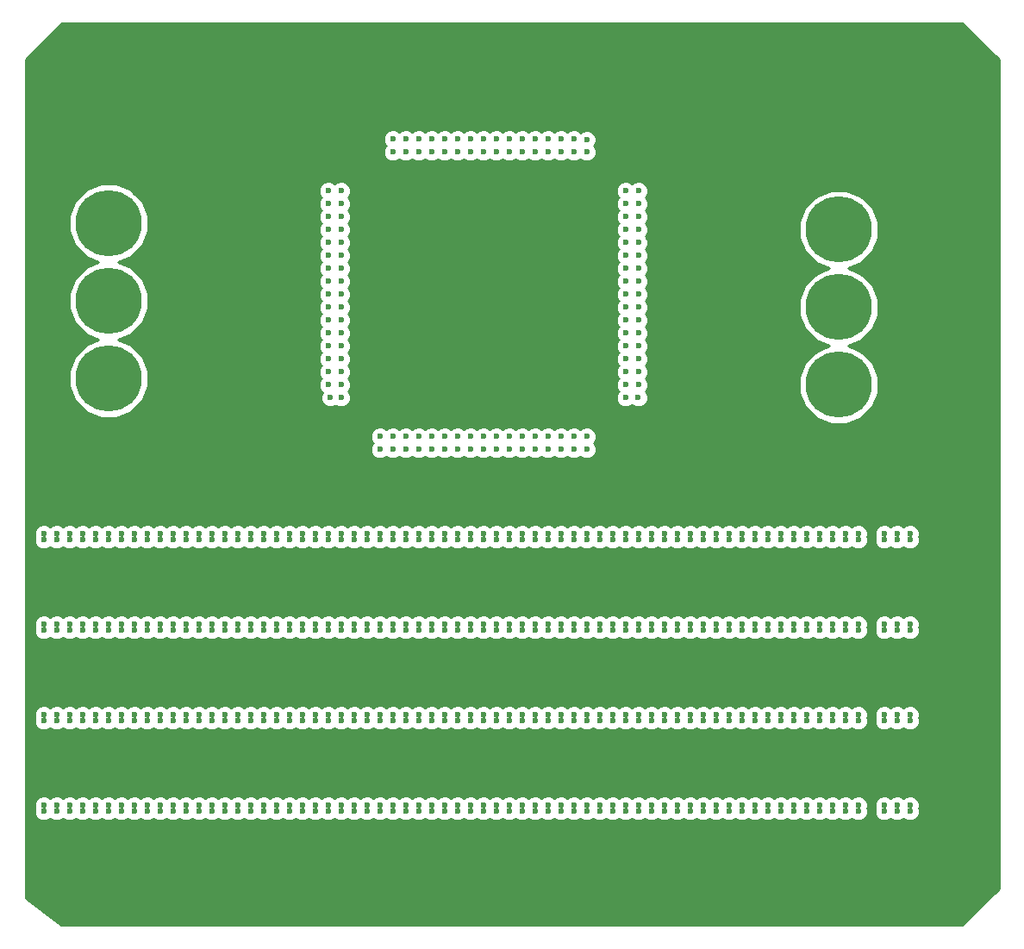
<source format=gbr>
G04 #@! TF.FileFunction,Copper,L4,Bot,Signal*
%FSLAX46Y46*%
G04 Gerber Fmt 4.6, Leading zero omitted, Abs format (unit mm)*
G04 Created by KiCad (PCBNEW 4.0.5) date Monday, February 26, 2018 'PMt' 12:55:55 PM*
%MOMM*%
%LPD*%
G01*
G04 APERTURE LIST*
%ADD10C,0.100000*%
%ADD11C,6.500000*%
%ADD12C,0.600000*%
%ADD13C,0.254000*%
G04 APERTURE END LIST*
D10*
D11*
X163830000Y-108585000D03*
X163830000Y-100965000D03*
X163830000Y-93345000D03*
X235585000Y-109220000D03*
X235585000Y-101600000D03*
X235585000Y-93980000D03*
D12*
X157480000Y-160020000D03*
X160020000Y-160020000D03*
X162560000Y-160020000D03*
X165100000Y-160020000D03*
X167640000Y-160020000D03*
X170180000Y-160020000D03*
X172720000Y-160020000D03*
X175260000Y-160020000D03*
X177800000Y-160020000D03*
X180340000Y-160020000D03*
X182880000Y-160020000D03*
X185420000Y-160020000D03*
X187960000Y-160020000D03*
X190500000Y-160020000D03*
X193040000Y-160020000D03*
X195580000Y-160020000D03*
X198120000Y-160020000D03*
X200660000Y-160020000D03*
X203200000Y-160020000D03*
X205740000Y-160020000D03*
X208280000Y-160020000D03*
X210820000Y-160020000D03*
X213360000Y-160020000D03*
X215900000Y-160020000D03*
X218440000Y-160020000D03*
X220980000Y-160020000D03*
X223520000Y-160020000D03*
X226060000Y-160020000D03*
X228600000Y-160020000D03*
X231140000Y-160020000D03*
X233680000Y-160020000D03*
X236220000Y-160020000D03*
X238760000Y-160020000D03*
X241300000Y-160020000D03*
X243840000Y-160020000D03*
X246380000Y-160020000D03*
X157480000Y-121920000D03*
X157480000Y-119380000D03*
X157480000Y-116840000D03*
X160020000Y-116840000D03*
X157480000Y-91440000D03*
X157480000Y-93980000D03*
X157480000Y-96520000D03*
X157480000Y-99060000D03*
X157480000Y-101600000D03*
X157480000Y-104140000D03*
X157480000Y-106680000D03*
X157480000Y-109220000D03*
X157480000Y-111760000D03*
X157480000Y-114300000D03*
X160020000Y-114300000D03*
X162560000Y-114300000D03*
X165100000Y-114300000D03*
X167640000Y-111760000D03*
X170180000Y-109220000D03*
X170180000Y-106680000D03*
X170180000Y-104140000D03*
X170180000Y-101600000D03*
X170180000Y-99060000D03*
X170180000Y-96520000D03*
X170180000Y-93980000D03*
X170180000Y-91440000D03*
X172720000Y-88900000D03*
X170180000Y-88900000D03*
X167640000Y-88900000D03*
X165100000Y-88900000D03*
X162560000Y-88900000D03*
X160020000Y-88900000D03*
X157480000Y-88900000D03*
X157480000Y-86360000D03*
X160020000Y-86360000D03*
X162560000Y-86360000D03*
X165100000Y-86360000D03*
X167640000Y-86360000D03*
X170180000Y-86360000D03*
X172720000Y-86360000D03*
X175260000Y-86360000D03*
X180340000Y-81280000D03*
X177800000Y-81280000D03*
X177800000Y-83820000D03*
X175260000Y-83820000D03*
X175260000Y-81280000D03*
X172720000Y-81280000D03*
X172720000Y-83820000D03*
X170180000Y-83820000D03*
X170180000Y-81280000D03*
X167640000Y-81280000D03*
X167640000Y-83820000D03*
X165100000Y-83820000D03*
X165100000Y-81280000D03*
X162560000Y-81280000D03*
X162560000Y-83820000D03*
X160020000Y-83820000D03*
X157480000Y-83820000D03*
X157480000Y-81280000D03*
X160020000Y-81280000D03*
X160020000Y-78740000D03*
X160020000Y-76200000D03*
X157480000Y-76200000D03*
X157480000Y-78740000D03*
X162560000Y-78740000D03*
X162560000Y-76200000D03*
X165100000Y-76200000D03*
X165100000Y-78740000D03*
X167640000Y-78740000D03*
X167640000Y-76200000D03*
X170180000Y-76200000D03*
X170180000Y-78740000D03*
X172720000Y-78740000D03*
X172720000Y-76200000D03*
X175260000Y-76200000D03*
X175260000Y-78740000D03*
X177800000Y-78740000D03*
X177800000Y-76200000D03*
X180340000Y-76200000D03*
X180340000Y-78740000D03*
X182880000Y-78740000D03*
X182880000Y-76200000D03*
X185420000Y-76200000D03*
X185420000Y-78740000D03*
X187960000Y-78740000D03*
X187960000Y-76200000D03*
X190500000Y-76200000D03*
X190500000Y-78740000D03*
X193040000Y-78740000D03*
X193040000Y-76200000D03*
X195580000Y-76200000D03*
X195580000Y-78740000D03*
X198120000Y-78740000D03*
X198120000Y-76200000D03*
X200660000Y-76200000D03*
X203200000Y-76200000D03*
X205740000Y-76200000D03*
X205740000Y-78740000D03*
X203200000Y-78740000D03*
X200660000Y-78740000D03*
X200660000Y-81280000D03*
X203200000Y-81280000D03*
X223520000Y-83820000D03*
X226060000Y-83820000D03*
X226060000Y-86360000D03*
X228600000Y-86360000D03*
X241300000Y-119380000D03*
X241300000Y-116840000D03*
X238760000Y-116840000D03*
X236220000Y-116840000D03*
X233680000Y-114300000D03*
X236220000Y-114300000D03*
X238760000Y-114300000D03*
X241300000Y-114300000D03*
X231140000Y-86360000D03*
X233680000Y-86360000D03*
X236220000Y-86360000D03*
X238760000Y-86360000D03*
X241300000Y-86360000D03*
X241300000Y-88900000D03*
X241300000Y-91440000D03*
X243840000Y-93980000D03*
X243840000Y-96520000D03*
X243840000Y-99060000D03*
X243840000Y-101600000D03*
X243840000Y-104140000D03*
X243840000Y-106680000D03*
X243840000Y-109220000D03*
X243840000Y-111760000D03*
X243840000Y-114300000D03*
X243840000Y-116840000D03*
X243840000Y-119380000D03*
X246380000Y-121920000D03*
X246380000Y-119380000D03*
X246380000Y-116840000D03*
X246380000Y-114300000D03*
X246380000Y-111760000D03*
X246380000Y-109220000D03*
X246380000Y-106680000D03*
X246380000Y-104140000D03*
X246380000Y-101600000D03*
X246380000Y-99060000D03*
X246380000Y-96520000D03*
X248920000Y-96520000D03*
X248920000Y-99060000D03*
X248920000Y-101600000D03*
X248920000Y-104140000D03*
X248920000Y-106680000D03*
X248920000Y-109220000D03*
X248920000Y-111760000D03*
X248920000Y-114300000D03*
X248920000Y-116840000D03*
X248920000Y-119380000D03*
X248920000Y-121920000D03*
X200660000Y-101600000D03*
X200660000Y-99060000D03*
X198120000Y-99060000D03*
X198120000Y-101600000D03*
X198120000Y-104140000D03*
X200660000Y-104140000D03*
X203200000Y-104140000D03*
X203200000Y-101600000D03*
X203200000Y-99060000D03*
X203200000Y-96520000D03*
X200660000Y-96520000D03*
X198120000Y-96520000D03*
X195580000Y-96520000D03*
X195580000Y-99060000D03*
X195580000Y-101600000D03*
X195580000Y-104140000D03*
X195580000Y-106680000D03*
X198120000Y-106680000D03*
X200660000Y-106680000D03*
X203200000Y-106680000D03*
X205740000Y-106680000D03*
X205740000Y-104140000D03*
X205740000Y-101600000D03*
X205740000Y-99060000D03*
X205740000Y-96520000D03*
X205740000Y-93980000D03*
X203200000Y-93980000D03*
X200660000Y-93980000D03*
X198120000Y-93980000D03*
X195580000Y-93980000D03*
X193040000Y-93980000D03*
X193040000Y-96520000D03*
X193040000Y-99060000D03*
X193040000Y-101600000D03*
X193040000Y-104140000D03*
X193040000Y-106680000D03*
X193040000Y-109220000D03*
X195580000Y-109220000D03*
X198120000Y-109220000D03*
X200660000Y-109220000D03*
X203200000Y-109220000D03*
X205740000Y-109220000D03*
X208280000Y-109220000D03*
X208280000Y-106680000D03*
X208280000Y-104140000D03*
X208280000Y-101600000D03*
X208280000Y-99060000D03*
X208280000Y-96520000D03*
X208280000Y-93980000D03*
X208280000Y-91440000D03*
X205740000Y-91440000D03*
X203200000Y-91440000D03*
X200660000Y-91440000D03*
X198120000Y-91440000D03*
X195580000Y-91440000D03*
X193040000Y-91440000D03*
X248666000Y-159004000D03*
X248666000Y-153416000D03*
X248666000Y-150114000D03*
X248666000Y-144526000D03*
X248666000Y-141224000D03*
X248666000Y-135636000D03*
X248666000Y-132334000D03*
X248666000Y-126746000D03*
X190500000Y-85145379D03*
X238760000Y-123825000D03*
X238760000Y-124460000D03*
X238760000Y-132715000D03*
X238760000Y-133350000D03*
X238760000Y-141605000D03*
X238760000Y-142240000D03*
X238760000Y-150495000D03*
X238760000Y-151130000D03*
X190500000Y-86360000D03*
X242570000Y-124460000D03*
X242570000Y-123825000D03*
X242570000Y-132715000D03*
X242570000Y-133350000D03*
X242570000Y-141605000D03*
X242570000Y-142240000D03*
X242570000Y-150495000D03*
X242570000Y-151130000D03*
X201930000Y-115570000D03*
X201930000Y-114300000D03*
X241300000Y-124460000D03*
X241300000Y-123825000D03*
X241300000Y-132715000D03*
X241300000Y-133350000D03*
X241300000Y-141605000D03*
X241300000Y-142240000D03*
X241300000Y-150495000D03*
X241300000Y-151130000D03*
X200660000Y-115570000D03*
X200660000Y-114300000D03*
X240030000Y-123825000D03*
X240030000Y-124460000D03*
X240030000Y-132715000D03*
X240030000Y-133350000D03*
X240030000Y-141605000D03*
X240030000Y-142240000D03*
X240030000Y-150495000D03*
X240030000Y-151130000D03*
X190500000Y-115570000D03*
X190500000Y-114300000D03*
X237490000Y-123825000D03*
X237490000Y-124460000D03*
X237490000Y-132715000D03*
X237490000Y-133350000D03*
X237490000Y-141605000D03*
X237490000Y-142240000D03*
X237490000Y-150495000D03*
X237490000Y-151130000D03*
X201930000Y-85090000D03*
X201930000Y-86360000D03*
X236220000Y-123825000D03*
X236220000Y-124460000D03*
X236220000Y-132715000D03*
X236220000Y-133350000D03*
X236220000Y-141605000D03*
X236220000Y-142240000D03*
X236220000Y-150495000D03*
X236220000Y-151130000D03*
X203200000Y-85090000D03*
X203200000Y-86360000D03*
X234950000Y-123825000D03*
X234950000Y-124460000D03*
X234950000Y-132715000D03*
X234950000Y-133350000D03*
X234950000Y-141605000D03*
X234950000Y-142240000D03*
X234950000Y-150495000D03*
X234950000Y-151130000D03*
X204470000Y-85090000D03*
X204470000Y-86360000D03*
X233680000Y-123825000D03*
X233680000Y-124460000D03*
X233680000Y-132715000D03*
X233680000Y-133350000D03*
X233680000Y-141605000D03*
X233680000Y-142240000D03*
X233680000Y-150495000D03*
X233680000Y-151130000D03*
X205740000Y-85090000D03*
X205740000Y-86360000D03*
X232410000Y-123825000D03*
X232410000Y-124460000D03*
X232410000Y-132715000D03*
X232410000Y-133350000D03*
X232410000Y-141605000D03*
X232410000Y-142240000D03*
X232410000Y-150495000D03*
X232410000Y-151130000D03*
X207010000Y-85090000D03*
X207010000Y-86360000D03*
X231140000Y-123825000D03*
X231140000Y-124460000D03*
X231140000Y-132715000D03*
X231140000Y-133350000D03*
X231140000Y-141605000D03*
X231140000Y-142240000D03*
X231140000Y-150495000D03*
X231140000Y-151130000D03*
X208280000Y-85090000D03*
X208280000Y-86360000D03*
X229870000Y-123825000D03*
X229870000Y-124460000D03*
X229870000Y-132715000D03*
X229870000Y-133350000D03*
X229870000Y-141605000D03*
X229870000Y-142240000D03*
X229870000Y-150495000D03*
X229870000Y-151130000D03*
X209550000Y-85090000D03*
X209550000Y-86360000D03*
X210820000Y-85136010D03*
X228600000Y-123825000D03*
X228600000Y-124460000D03*
X228600000Y-132715000D03*
X228600000Y-133350000D03*
X228600000Y-141605000D03*
X228600000Y-142240000D03*
X228600000Y-150495000D03*
X228600000Y-151130000D03*
X210820000Y-86360000D03*
X227330000Y-123825000D03*
X227330000Y-124460000D03*
X227330000Y-132715000D03*
X227330000Y-133350000D03*
X227330000Y-141605000D03*
X227330000Y-142240000D03*
X227330000Y-150495000D03*
X227330000Y-151130000D03*
X215900000Y-90170000D03*
X214630000Y-90170000D03*
X226060000Y-123825000D03*
X226060000Y-124460000D03*
X226060000Y-132715000D03*
X226060000Y-133350000D03*
X226060000Y-141605000D03*
X226060000Y-142240000D03*
X226060000Y-150495000D03*
X226060000Y-151130000D03*
X215900000Y-91440000D03*
X214630000Y-91440000D03*
X224790000Y-123825000D03*
X224790000Y-124460000D03*
X224790000Y-132715000D03*
X224790000Y-133350000D03*
X224790000Y-141605000D03*
X224790000Y-142240000D03*
X224790000Y-150495000D03*
X224790000Y-151130000D03*
X215900000Y-92710000D03*
X214630000Y-92710000D03*
X223520000Y-123825000D03*
X223520000Y-124460000D03*
X223520000Y-132715000D03*
X223520000Y-133350000D03*
X223520000Y-141605000D03*
X223520000Y-142240000D03*
X223520000Y-150495000D03*
X223520000Y-151130000D03*
X215900000Y-93980000D03*
X214630000Y-93980000D03*
X222250000Y-123825000D03*
X222250000Y-124460000D03*
X222250000Y-132715000D03*
X222250000Y-133350000D03*
X222250000Y-141605000D03*
X222250000Y-142240000D03*
X222250000Y-150495000D03*
X222250000Y-151130000D03*
X215900000Y-95250000D03*
X214630000Y-95250000D03*
X220980000Y-123825000D03*
X220980000Y-124460000D03*
X220980000Y-132715000D03*
X220980000Y-133350000D03*
X220980000Y-141605000D03*
X220980000Y-142240000D03*
X220980000Y-150495000D03*
X220980000Y-151130000D03*
X215900000Y-96520000D03*
X214630000Y-96520000D03*
X219710000Y-123825000D03*
X219710000Y-124460000D03*
X219710000Y-132715000D03*
X219710000Y-133350000D03*
X219710000Y-141605000D03*
X219710000Y-142240000D03*
X219710000Y-150495000D03*
X219710000Y-151130000D03*
X215900000Y-97790000D03*
X214630000Y-97790000D03*
X218440000Y-123825000D03*
X218440000Y-124460000D03*
X218440000Y-132715000D03*
X218440000Y-133350000D03*
X218440000Y-141605000D03*
X218440000Y-142240000D03*
X218440000Y-150495000D03*
X218440000Y-151130000D03*
X215900000Y-99060000D03*
X214630000Y-99060000D03*
X217170000Y-123825000D03*
X217170000Y-124460000D03*
X217170000Y-132715000D03*
X217170000Y-133350000D03*
X217170000Y-141605000D03*
X217170000Y-142240000D03*
X217170000Y-150495000D03*
X217170000Y-151130000D03*
X215900000Y-100330000D03*
X214630000Y-100330000D03*
X215900000Y-123825000D03*
X215900000Y-124460000D03*
X215900000Y-132715000D03*
X215900000Y-133350000D03*
X215900000Y-141605000D03*
X215900000Y-142240000D03*
X215900000Y-150495000D03*
X215900000Y-151130000D03*
X215900000Y-101600000D03*
X214630000Y-101600000D03*
X214630000Y-123825000D03*
X214630000Y-124460000D03*
X214630000Y-132715000D03*
X214630000Y-133350000D03*
X214630000Y-141605000D03*
X214630000Y-142240000D03*
X214630000Y-150495000D03*
X214630000Y-151130000D03*
X215900000Y-102870000D03*
X214630000Y-102870000D03*
X213360000Y-123825000D03*
X213360000Y-124460000D03*
X213360000Y-132715000D03*
X213360000Y-133350000D03*
X213360000Y-141605000D03*
X213360000Y-142240000D03*
X213360000Y-150495000D03*
X213360000Y-151130000D03*
X215900000Y-104140000D03*
X214630000Y-104140000D03*
X212090000Y-123825000D03*
X212090000Y-124460000D03*
X212090000Y-132715000D03*
X212090000Y-133350000D03*
X212090000Y-141605000D03*
X212090000Y-142240000D03*
X212090000Y-150495000D03*
X212090000Y-151130000D03*
X215900000Y-105410000D03*
X214630000Y-105410000D03*
X210820000Y-123825000D03*
X210820000Y-124460000D03*
X210820000Y-132715000D03*
X210820000Y-133350000D03*
X210820000Y-141605000D03*
X210820000Y-142240000D03*
X210820000Y-150495000D03*
X210820000Y-151130000D03*
X215900000Y-106680000D03*
X214630000Y-106680000D03*
X209550000Y-123825000D03*
X209550000Y-124460000D03*
X209550000Y-132715000D03*
X209550000Y-133350000D03*
X209550000Y-141605000D03*
X209550000Y-142240000D03*
X209550000Y-150495000D03*
X209550000Y-151130000D03*
X215900000Y-107950000D03*
X214630000Y-107950000D03*
X208280000Y-123825000D03*
X208280000Y-124460000D03*
X208280000Y-132715000D03*
X208280000Y-133350000D03*
X208280000Y-141605000D03*
X208280000Y-142240000D03*
X208280000Y-150495000D03*
X208280000Y-151130000D03*
X215900000Y-109220000D03*
X214630000Y-109220000D03*
X215880263Y-110490000D03*
X207010000Y-123825000D03*
X207010000Y-124460000D03*
X207010000Y-132715000D03*
X207010000Y-133350000D03*
X207010000Y-141605000D03*
X207010000Y-142240000D03*
X207010000Y-150495000D03*
X207010000Y-151130000D03*
X214630000Y-110490000D03*
X205740000Y-123825000D03*
X205740000Y-124460000D03*
X205740000Y-132715000D03*
X205740000Y-133350000D03*
X205740000Y-141605000D03*
X205740000Y-142240000D03*
X205740000Y-150495000D03*
X205740000Y-151130000D03*
X210820000Y-115570000D03*
X210820000Y-114300000D03*
X204470000Y-123825000D03*
X204470000Y-124460000D03*
X204470000Y-132715000D03*
X204470000Y-133350000D03*
X204470000Y-141605000D03*
X204470000Y-142240000D03*
X204470000Y-150495000D03*
X204470000Y-151130000D03*
X209550000Y-115570000D03*
X209550000Y-114300000D03*
X203200000Y-123825000D03*
X203200000Y-124460000D03*
X203200000Y-132715000D03*
X203200000Y-133350000D03*
X203200000Y-141605000D03*
X203200000Y-142240000D03*
X203200000Y-150495000D03*
X203200000Y-151130000D03*
X208280000Y-115570000D03*
X208280000Y-114300000D03*
X201930000Y-123825000D03*
X201930000Y-124460000D03*
X201930000Y-132715000D03*
X201930000Y-133350000D03*
X201930000Y-141605000D03*
X201930000Y-142240000D03*
X201930000Y-150495000D03*
X201930000Y-151130000D03*
X207010000Y-115570000D03*
X207010000Y-114300000D03*
X200660000Y-123825000D03*
X200660000Y-124460000D03*
X200660000Y-132715000D03*
X200660000Y-133350000D03*
X200660000Y-141605000D03*
X200660000Y-142240000D03*
X200660000Y-150495000D03*
X200660000Y-151130000D03*
X205740000Y-115570000D03*
X205740000Y-114300000D03*
X199390000Y-123825000D03*
X199390000Y-124460000D03*
X199390000Y-132715000D03*
X199390000Y-133350000D03*
X199390000Y-141605000D03*
X199390000Y-142240000D03*
X199390000Y-150495000D03*
X199390000Y-151130000D03*
X204470000Y-115570000D03*
X204470000Y-114300000D03*
X198120000Y-123825000D03*
X198120000Y-124460000D03*
X198120000Y-132715000D03*
X198120000Y-133350000D03*
X198120000Y-141605000D03*
X198120000Y-142240000D03*
X198120000Y-150495000D03*
X198120000Y-151130000D03*
X203200000Y-115570000D03*
X203200000Y-114300000D03*
X196850000Y-123825000D03*
X196850000Y-124460000D03*
X196850000Y-132715000D03*
X196850000Y-133350000D03*
X196850000Y-141605000D03*
X196850000Y-142240000D03*
X196850000Y-150495000D03*
X196850000Y-151130000D03*
X199390000Y-115570000D03*
X199390000Y-114300000D03*
X195580000Y-123825000D03*
X195580000Y-124460000D03*
X195580000Y-132715000D03*
X195580000Y-133350000D03*
X195580000Y-141605000D03*
X195580000Y-142240000D03*
X195580000Y-150495000D03*
X195580000Y-151130000D03*
X198120000Y-115570000D03*
X198120000Y-114300000D03*
X194310000Y-123825000D03*
X194310000Y-124460000D03*
X194310000Y-132715000D03*
X194310000Y-133350000D03*
X194310000Y-141605000D03*
X194310000Y-142240000D03*
X194310000Y-150495000D03*
X194310000Y-151130000D03*
X196850000Y-115570000D03*
X196850000Y-114300000D03*
X193040000Y-123825000D03*
X193040000Y-124460000D03*
X193040000Y-132715000D03*
X193040000Y-133350000D03*
X193040000Y-141605000D03*
X193040000Y-142240000D03*
X193040000Y-150495000D03*
X193040000Y-151130000D03*
X195580000Y-115570000D03*
X195580000Y-114300000D03*
X191770000Y-123825000D03*
X191770000Y-124460000D03*
X191770000Y-132715000D03*
X191770000Y-133350000D03*
X191770000Y-141605000D03*
X191770000Y-142240000D03*
X191770000Y-150495000D03*
X191770000Y-151130000D03*
X194310000Y-115570000D03*
X194310000Y-114300000D03*
X190500000Y-123825000D03*
X190500000Y-124460000D03*
X190500000Y-132715000D03*
X190500000Y-133350000D03*
X190500000Y-141605000D03*
X190500000Y-142240000D03*
X190500000Y-150495000D03*
X190500000Y-151130000D03*
X193040000Y-115570000D03*
X193040000Y-114300000D03*
X189230000Y-123825000D03*
X189230000Y-124460000D03*
X189230000Y-132715000D03*
X189230000Y-133350000D03*
X189230000Y-141605000D03*
X189230000Y-142240000D03*
X189230000Y-150495000D03*
X189230000Y-151130000D03*
X191770000Y-115570000D03*
X191770000Y-114300000D03*
X185619404Y-110490000D03*
X187960000Y-123825000D03*
X187960000Y-124460000D03*
X187960000Y-132715000D03*
X187960000Y-133350000D03*
X187960000Y-141605000D03*
X187960000Y-142240000D03*
X187960000Y-150495000D03*
X187960000Y-151130000D03*
X186690000Y-110490000D03*
X186690000Y-123825000D03*
X186690000Y-124460000D03*
X186690000Y-132715000D03*
X186690000Y-133350000D03*
X186690000Y-141605000D03*
X186690000Y-142240000D03*
X186690000Y-150495000D03*
X186690000Y-151130000D03*
X185420000Y-109220000D03*
X186690000Y-109220000D03*
X185420000Y-123825000D03*
X185420000Y-124460000D03*
X185420000Y-132715000D03*
X185420000Y-133350000D03*
X185420000Y-141605000D03*
X185420000Y-142240000D03*
X185420000Y-150495000D03*
X185420000Y-151130000D03*
X185420000Y-107950000D03*
X186690000Y-107950000D03*
X184150000Y-123825000D03*
X184150000Y-124460000D03*
X184150000Y-132715000D03*
X184150000Y-133350000D03*
X184150000Y-141605000D03*
X184150000Y-142240000D03*
X184150000Y-150495000D03*
X184150000Y-151130000D03*
X185420000Y-106680000D03*
X186690000Y-106680000D03*
X182880000Y-123825000D03*
X182880000Y-124460000D03*
X182880000Y-132715000D03*
X182880000Y-133350000D03*
X182880000Y-141605000D03*
X182880000Y-142240000D03*
X182880000Y-150495000D03*
X182880000Y-151130000D03*
X185420000Y-105410000D03*
X186690000Y-105410000D03*
X181610000Y-123825000D03*
X181610000Y-124460000D03*
X181610000Y-132715000D03*
X181610000Y-133350000D03*
X181610000Y-141605000D03*
X181610000Y-142240000D03*
X181610000Y-150495000D03*
X181610000Y-151130000D03*
X185420000Y-104140000D03*
X186690000Y-104140000D03*
X180340000Y-123825000D03*
X180340000Y-124460000D03*
X180340000Y-132715000D03*
X180340000Y-133350000D03*
X180340000Y-141605000D03*
X180340000Y-142240000D03*
X180340000Y-150495000D03*
X180340000Y-151130000D03*
X185420000Y-102870000D03*
X186690000Y-102870000D03*
X179070000Y-123825000D03*
X179070000Y-124460000D03*
X179070000Y-132715000D03*
X179070000Y-133350000D03*
X179070000Y-141605000D03*
X179070000Y-142240000D03*
X179070000Y-150495000D03*
X179070000Y-151130000D03*
X185420000Y-101600000D03*
X186690000Y-101600000D03*
X177800000Y-123825000D03*
X177800000Y-124460000D03*
X177800000Y-132715000D03*
X177800000Y-133350000D03*
X177800000Y-141605000D03*
X177800000Y-142240000D03*
X177800000Y-150495000D03*
X177800000Y-151130000D03*
X185420000Y-100330000D03*
X186690000Y-100330000D03*
X176530000Y-123825000D03*
X176530000Y-124460000D03*
X176530000Y-132715000D03*
X176530000Y-133350000D03*
X176530000Y-141605000D03*
X176530000Y-142240000D03*
X176530000Y-150495000D03*
X176530000Y-151130000D03*
X185420000Y-99060000D03*
X186690000Y-99060000D03*
X175260000Y-123825000D03*
X175260000Y-124460000D03*
X175260000Y-132715000D03*
X175260000Y-133350000D03*
X175260000Y-141605000D03*
X175260000Y-142240000D03*
X175260000Y-150495000D03*
X175260000Y-151130000D03*
X185420000Y-97790000D03*
X186690000Y-97790000D03*
X173990000Y-123825000D03*
X173990000Y-124460000D03*
X173990000Y-132715000D03*
X173990000Y-133350000D03*
X173990000Y-141605000D03*
X173990000Y-142240000D03*
X173990000Y-150495000D03*
X173990000Y-151130000D03*
X185420000Y-96520000D03*
X186690000Y-96520000D03*
X172720000Y-123825000D03*
X172720000Y-124460000D03*
X172720000Y-132715000D03*
X172720000Y-133350000D03*
X172720000Y-141605000D03*
X172720000Y-142240000D03*
X172720000Y-150495000D03*
X172720000Y-151130000D03*
X185420000Y-95250000D03*
X186690000Y-95250000D03*
X171450000Y-123825000D03*
X171450000Y-124460000D03*
X171450000Y-132715000D03*
X171450000Y-133350000D03*
X171450000Y-141605000D03*
X171450000Y-142240000D03*
X171450000Y-150495000D03*
X171450000Y-151130000D03*
X185420000Y-93980000D03*
X186690000Y-93980000D03*
X170180000Y-123825000D03*
X170180000Y-124460000D03*
X170180000Y-132715000D03*
X170180000Y-133350000D03*
X170180000Y-141605000D03*
X170180000Y-142240000D03*
X170180000Y-150495000D03*
X170180000Y-151130000D03*
X185420000Y-92710000D03*
X186690000Y-92710000D03*
X168910000Y-123825000D03*
X168910000Y-124460000D03*
X168910000Y-132715000D03*
X168910000Y-133350000D03*
X168910000Y-141605000D03*
X168910000Y-142240000D03*
X168910000Y-150495000D03*
X168910000Y-151130000D03*
X185420000Y-91440000D03*
X186690000Y-91440000D03*
X167640000Y-123825000D03*
X167640000Y-124460000D03*
X167640000Y-132715000D03*
X167640000Y-133350000D03*
X167640000Y-141605000D03*
X167640000Y-142240000D03*
X167640000Y-150495000D03*
X167640000Y-151130000D03*
X185420000Y-90170000D03*
X186690000Y-90170000D03*
X166370000Y-123825000D03*
X166370000Y-124460000D03*
X166370000Y-132715000D03*
X166370000Y-133350000D03*
X166370000Y-141605000D03*
X166370000Y-142240000D03*
X166370000Y-150495000D03*
X166370000Y-151130000D03*
X191770000Y-85090000D03*
X191770000Y-86360000D03*
X165100000Y-123825000D03*
X165100000Y-124460000D03*
X165100000Y-132715000D03*
X165100000Y-133350000D03*
X165100000Y-141605000D03*
X165100000Y-142240000D03*
X165100000Y-150495000D03*
X165100000Y-151130000D03*
X193040000Y-85090000D03*
X193040000Y-86360000D03*
X163830000Y-123825000D03*
X163830000Y-124460000D03*
X163830000Y-132715000D03*
X163830000Y-133350000D03*
X163830000Y-141605000D03*
X163830000Y-142240000D03*
X163830000Y-150495000D03*
X163830000Y-151130000D03*
X194310000Y-85090000D03*
X194310000Y-86360000D03*
X162560000Y-123825000D03*
X162560000Y-124460000D03*
X162560000Y-132715000D03*
X162560000Y-133350000D03*
X162560000Y-141605000D03*
X162560000Y-142240000D03*
X162560000Y-150495000D03*
X162560000Y-151130000D03*
X195580000Y-85090000D03*
X195580000Y-86360000D03*
X161290000Y-123825000D03*
X161290000Y-124460000D03*
X161290000Y-132715000D03*
X161290000Y-133350000D03*
X161290000Y-141605000D03*
X161290000Y-142240000D03*
X161290000Y-150495000D03*
X161290000Y-151130000D03*
X196850000Y-85090000D03*
X196850000Y-86360000D03*
X160020000Y-123825000D03*
X160020000Y-124460000D03*
X160020000Y-132715000D03*
X160020000Y-133350000D03*
X160020000Y-141605000D03*
X160020000Y-142240000D03*
X160020000Y-150495000D03*
X160020000Y-151130000D03*
X198120000Y-85090000D03*
X198120000Y-86360000D03*
X158750000Y-123825000D03*
X158750000Y-124460000D03*
X158750000Y-132715000D03*
X158750000Y-133350000D03*
X158750000Y-141605000D03*
X158750000Y-142240000D03*
X158750000Y-150495000D03*
X158750000Y-151130000D03*
X199390000Y-85090000D03*
X199390000Y-86360000D03*
X157480000Y-123825000D03*
X157480000Y-124460000D03*
X157480000Y-132715000D03*
X157480000Y-133350000D03*
X157480000Y-141605000D03*
X157480000Y-142240000D03*
X157480000Y-150495000D03*
X157480000Y-151130000D03*
X200660000Y-85090000D03*
X200660000Y-86360000D03*
D13*
X160020000Y-160020000D02*
X157480000Y-160020000D01*
X165100000Y-160020000D02*
X162560000Y-160020000D01*
X170180000Y-160020000D02*
X167640000Y-160020000D01*
X175260000Y-160020000D02*
X172720000Y-160020000D01*
X180340000Y-160020000D02*
X177800000Y-160020000D01*
X185420000Y-160020000D02*
X182880000Y-160020000D01*
X190500000Y-160020000D02*
X187960000Y-160020000D01*
X195580000Y-160020000D02*
X193040000Y-160020000D01*
X200660000Y-160020000D02*
X198120000Y-160020000D01*
X205740000Y-160020000D02*
X203200000Y-160020000D01*
X210820000Y-160020000D02*
X208280000Y-160020000D01*
X215900000Y-160020000D02*
X213360000Y-160020000D01*
X220980000Y-160020000D02*
X218440000Y-160020000D01*
X226060000Y-160020000D02*
X223520000Y-160020000D01*
X231140000Y-160020000D02*
X228600000Y-160020000D01*
X236220000Y-160020000D02*
X233680000Y-160020000D01*
X241300000Y-160020000D02*
X238760000Y-160020000D01*
X246380000Y-160020000D02*
X243840000Y-160020000D01*
X157480000Y-119380000D02*
X157480000Y-121920000D01*
X160020000Y-116840000D02*
X157480000Y-116840000D01*
X157480000Y-93980000D02*
X157480000Y-91440000D01*
X157480000Y-99060000D02*
X157480000Y-96520000D01*
X157480000Y-104140000D02*
X157480000Y-101600000D01*
X157480000Y-109220000D02*
X157480000Y-106680000D01*
X157480000Y-114300000D02*
X157480000Y-111760000D01*
X162560000Y-114300000D02*
X160020000Y-114300000D01*
X167640000Y-111760000D02*
X165100000Y-114300000D01*
X170180000Y-106680000D02*
X170180000Y-109220000D01*
X170180000Y-101600000D02*
X170180000Y-104140000D01*
X170180000Y-96520000D02*
X170180000Y-99060000D01*
X170180000Y-91440000D02*
X170180000Y-93980000D01*
X170180000Y-88900000D02*
X172720000Y-88900000D01*
X165100000Y-88900000D02*
X167640000Y-88900000D01*
X160020000Y-88900000D02*
X162560000Y-88900000D01*
X157480000Y-86360000D02*
X157480000Y-88900000D01*
X162560000Y-86360000D02*
X160020000Y-86360000D01*
X167640000Y-86360000D02*
X165100000Y-86360000D01*
X172720000Y-86360000D02*
X170180000Y-86360000D01*
X175260000Y-83820000D02*
X175260000Y-86360000D01*
X177800000Y-83820000D02*
X177800000Y-81280000D01*
X175260000Y-81280000D02*
X175260000Y-83820000D01*
X172720000Y-83820000D02*
X172720000Y-81280000D01*
X170180000Y-81280000D02*
X170180000Y-83820000D01*
X167640000Y-83820000D02*
X167640000Y-81280000D01*
X165100000Y-81280000D02*
X165100000Y-83820000D01*
X162560000Y-83820000D02*
X162560000Y-81280000D01*
X157480000Y-83820000D02*
X160020000Y-83820000D01*
X160020000Y-81280000D02*
X157480000Y-81280000D01*
X160020000Y-76200000D02*
X160020000Y-78740000D01*
X157480000Y-78740000D02*
X157480000Y-76200000D01*
X162560000Y-76200000D02*
X162560000Y-78740000D01*
X165100000Y-78740000D02*
X165100000Y-76200000D01*
X167640000Y-76200000D02*
X167640000Y-78740000D01*
X170180000Y-78740000D02*
X170180000Y-76200000D01*
X172720000Y-76200000D02*
X172720000Y-78740000D01*
X175260000Y-78740000D02*
X175260000Y-76200000D01*
X177800000Y-76200000D02*
X177800000Y-78740000D01*
X180340000Y-78740000D02*
X180340000Y-76200000D01*
X182880000Y-76200000D02*
X182880000Y-78740000D01*
X185420000Y-78740000D02*
X185420000Y-76200000D01*
X187960000Y-76200000D02*
X187960000Y-78740000D01*
X190500000Y-78740000D02*
X190500000Y-76200000D01*
X193040000Y-76200000D02*
X193040000Y-78740000D01*
X195580000Y-78740000D02*
X195580000Y-76200000D01*
X198120000Y-76200000D02*
X198120000Y-78740000D01*
X203200000Y-76200000D02*
X200660000Y-76200000D01*
X205740000Y-78740000D02*
X205740000Y-76200000D01*
X200660000Y-78740000D02*
X203200000Y-78740000D01*
X203200000Y-81280000D02*
X200660000Y-81280000D01*
X226060000Y-83820000D02*
X223520000Y-83820000D01*
X228600000Y-86360000D02*
X226060000Y-86360000D01*
X241300000Y-116840000D02*
X241300000Y-119380000D01*
X236220000Y-116840000D02*
X238760000Y-116840000D01*
X236220000Y-114300000D02*
X233680000Y-114300000D01*
X241300000Y-114300000D02*
X238760000Y-114300000D01*
X233680000Y-86360000D02*
X231140000Y-86360000D01*
X238760000Y-86360000D02*
X236220000Y-86360000D01*
X241300000Y-88900000D02*
X241300000Y-86360000D01*
X243840000Y-93980000D02*
X241300000Y-91440000D01*
X243840000Y-99060000D02*
X243840000Y-96520000D01*
X243840000Y-104140000D02*
X243840000Y-101600000D01*
X243840000Y-109220000D02*
X243840000Y-106680000D01*
X243840000Y-114300000D02*
X243840000Y-111760000D01*
X243840000Y-119380000D02*
X243840000Y-116840000D01*
X246380000Y-119380000D02*
X246380000Y-121920000D01*
X246380000Y-114300000D02*
X246380000Y-116840000D01*
X246380000Y-109220000D02*
X246380000Y-111760000D01*
X246380000Y-104140000D02*
X246380000Y-106680000D01*
X246380000Y-99060000D02*
X246380000Y-101600000D01*
X248920000Y-96520000D02*
X246380000Y-96520000D01*
X248920000Y-101600000D02*
X248920000Y-99060000D01*
X248920000Y-106680000D02*
X248920000Y-104140000D01*
X248920000Y-111760000D02*
X248920000Y-109220000D01*
X248920000Y-116840000D02*
X248920000Y-114300000D01*
X248920000Y-121920000D02*
X248920000Y-119380000D01*
X200660000Y-99060000D02*
X200660000Y-101600000D01*
X198120000Y-101600000D02*
X198120000Y-99060000D01*
X200660000Y-104140000D02*
X198120000Y-104140000D01*
X203200000Y-101600000D02*
X203200000Y-104140000D01*
X203200000Y-96520000D02*
X203200000Y-99060000D01*
X198120000Y-96520000D02*
X200660000Y-96520000D01*
X195580000Y-99060000D02*
X195580000Y-96520000D01*
X195580000Y-104140000D02*
X195580000Y-101600000D01*
X198120000Y-106680000D02*
X195580000Y-106680000D01*
X203200000Y-106680000D02*
X200660000Y-106680000D01*
X205740000Y-104140000D02*
X205740000Y-106680000D01*
X205740000Y-99060000D02*
X205740000Y-101600000D01*
X205740000Y-93980000D02*
X205740000Y-96520000D01*
X200660000Y-93980000D02*
X203200000Y-93980000D01*
X195580000Y-93980000D02*
X198120000Y-93980000D01*
X193040000Y-96520000D02*
X193040000Y-93980000D01*
X193040000Y-101600000D02*
X193040000Y-99060000D01*
X193040000Y-106680000D02*
X193040000Y-104140000D01*
X195580000Y-109220000D02*
X193040000Y-109220000D01*
X200660000Y-109220000D02*
X198120000Y-109220000D01*
X205740000Y-109220000D02*
X203200000Y-109220000D01*
X208280000Y-106680000D02*
X208280000Y-109220000D01*
X208280000Y-101600000D02*
X208280000Y-104140000D01*
X208280000Y-96520000D02*
X208280000Y-99060000D01*
X208280000Y-91440000D02*
X208280000Y-93980000D01*
X203200000Y-91440000D02*
X205740000Y-91440000D01*
X198120000Y-91440000D02*
X200660000Y-91440000D01*
X193040000Y-91440000D02*
X195580000Y-91440000D01*
X238760000Y-124460000D02*
X238760000Y-123825000D01*
X238760000Y-151130000D02*
X238760000Y-150495000D01*
X238760000Y-133350000D02*
X238760000Y-132715000D01*
X238760000Y-142240000D02*
X238760000Y-141605000D01*
X242570000Y-124460000D02*
X242570000Y-123825000D01*
X242570000Y-133350000D02*
X242570000Y-132715000D01*
X242570000Y-142240000D02*
X242570000Y-141605000D01*
X242570000Y-151130000D02*
X242570000Y-150495000D01*
X241300000Y-124460000D02*
X241300000Y-123825000D01*
X241300000Y-151130000D02*
X241300000Y-150495000D01*
X241300000Y-133350000D02*
X241300000Y-132715000D01*
X241300000Y-142240000D02*
X241300000Y-141605000D01*
X240030000Y-124460000D02*
X240030000Y-123825000D01*
X240030000Y-151130000D02*
X240030000Y-150495000D01*
X240030000Y-133350000D02*
X240030000Y-132715000D01*
X240030000Y-142240000D02*
X240030000Y-141605000D01*
X237490000Y-124460000D02*
X237490000Y-123825000D01*
X237490000Y-151130000D02*
X237490000Y-150495000D01*
X237490000Y-133350000D02*
X237490000Y-132715000D01*
X237490000Y-142240000D02*
X237490000Y-141605000D01*
X236220000Y-124460000D02*
X236220000Y-123825000D01*
X236220000Y-151130000D02*
X236220000Y-150495000D01*
X236220000Y-133350000D02*
X236220000Y-132715000D01*
X236220000Y-142240000D02*
X236220000Y-141605000D01*
X234950000Y-124460000D02*
X234950000Y-123825000D01*
X234950000Y-151130000D02*
X234950000Y-150495000D01*
X234950000Y-133350000D02*
X234950000Y-132715000D01*
X234950000Y-142240000D02*
X234950000Y-141605000D01*
X233680000Y-124460000D02*
X233680000Y-123825000D01*
X233680000Y-151130000D02*
X233680000Y-150495000D01*
X233680000Y-133350000D02*
X233680000Y-132715000D01*
X233680000Y-142240000D02*
X233680000Y-141605000D01*
X232410000Y-124460000D02*
X232410000Y-123825000D01*
X232410000Y-151130000D02*
X232410000Y-150495000D01*
X232410000Y-133350000D02*
X232410000Y-132715000D01*
X232410000Y-142240000D02*
X232410000Y-141605000D01*
X231140000Y-124460000D02*
X231140000Y-123825000D01*
X231140000Y-151130000D02*
X231140000Y-150495000D01*
X231140000Y-133350000D02*
X231140000Y-132715000D01*
X231140000Y-142240000D02*
X231140000Y-141605000D01*
X229870000Y-124460000D02*
X229870000Y-123825000D01*
X229870000Y-151130000D02*
X229870000Y-150495000D01*
X229870000Y-133350000D02*
X229870000Y-132715000D01*
X229870000Y-142240000D02*
X229870000Y-141605000D01*
X228600000Y-123825000D02*
X228600000Y-124035736D01*
X228600000Y-124035736D02*
X228600000Y-124460000D01*
X228600000Y-124460000D02*
X228600000Y-123825000D01*
X228600000Y-151130000D02*
X228600000Y-150495000D01*
X228600000Y-133350000D02*
X228600000Y-132715000D01*
X228600000Y-142240000D02*
X228600000Y-141605000D01*
X227330000Y-124460000D02*
X227330000Y-123825000D01*
X227330000Y-151130000D02*
X227330000Y-150495000D01*
X227330000Y-133350000D02*
X227330000Y-132715000D01*
X227330000Y-142240000D02*
X227330000Y-141605000D01*
X226060000Y-124460000D02*
X226060000Y-123825000D01*
X226060000Y-151130000D02*
X226060000Y-150495000D01*
X226060000Y-133350000D02*
X226060000Y-132715000D01*
X226060000Y-142240000D02*
X226060000Y-141605000D01*
X224790000Y-124460000D02*
X224790000Y-123825000D01*
X224790000Y-151130000D02*
X224790000Y-150495000D01*
X224790000Y-133350000D02*
X224790000Y-132715000D01*
X224790000Y-142240000D02*
X224790000Y-141605000D01*
X223520000Y-124460000D02*
X223520000Y-123825000D01*
X223520000Y-151130000D02*
X223520000Y-150495000D01*
X223520000Y-133350000D02*
X223520000Y-132715000D01*
X223520000Y-142240000D02*
X223520000Y-141605000D01*
X222250000Y-124460000D02*
X222250000Y-123825000D01*
X222250000Y-151130000D02*
X222250000Y-150495000D01*
X222250000Y-133350000D02*
X222250000Y-132715000D01*
X222250000Y-142240000D02*
X222250000Y-141605000D01*
X220980000Y-124460000D02*
X220980000Y-123825000D01*
X220980000Y-151130000D02*
X220980000Y-150495000D01*
X220980000Y-133350000D02*
X220980000Y-132715000D01*
X220980000Y-142240000D02*
X220980000Y-141605000D01*
X219710000Y-124460000D02*
X219710000Y-123825000D01*
X219710000Y-151130000D02*
X219710000Y-150495000D01*
X219710000Y-133350000D02*
X219710000Y-132715000D01*
X219710000Y-142240000D02*
X219710000Y-141605000D01*
X218440000Y-124460000D02*
X218440000Y-123825000D01*
X218440000Y-151130000D02*
X218440000Y-150495000D01*
X218440000Y-133350000D02*
X218440000Y-132715000D01*
X218440000Y-142240000D02*
X218440000Y-141605000D01*
X217170000Y-124460000D02*
X217170000Y-123825000D01*
X217170000Y-151130000D02*
X217170000Y-150495000D01*
X217170000Y-133350000D02*
X217170000Y-132715000D01*
X217170000Y-142240000D02*
X217170000Y-141605000D01*
X215900000Y-124460000D02*
X215900000Y-123825000D01*
X215900000Y-151130000D02*
X215900000Y-150495000D01*
X215900000Y-133350000D02*
X215900000Y-132715000D01*
X215900000Y-142240000D02*
X215900000Y-141605000D01*
X214630000Y-124460000D02*
X214630000Y-123825000D01*
X214630000Y-151130000D02*
X214630000Y-150495000D01*
X214630000Y-133350000D02*
X214630000Y-132715000D01*
X214630000Y-142240000D02*
X214630000Y-141605000D01*
X213360000Y-124460000D02*
X213360000Y-123825000D01*
X213360000Y-151130000D02*
X213360000Y-150495000D01*
X213360000Y-133350000D02*
X213360000Y-132715000D01*
X213360000Y-142240000D02*
X213360000Y-141605000D01*
X212090000Y-124460000D02*
X212090000Y-123825000D01*
X212090000Y-151130000D02*
X212090000Y-150495000D01*
X212090000Y-133350000D02*
X212090000Y-132715000D01*
X212090000Y-142240000D02*
X212090000Y-141605000D01*
X210820000Y-124460000D02*
X210820000Y-123825000D01*
X210820000Y-151130000D02*
X210820000Y-150495000D01*
X210820000Y-133350000D02*
X210820000Y-132715000D01*
X210820000Y-142240000D02*
X210820000Y-141605000D01*
X209550000Y-124460000D02*
X209550000Y-123825000D01*
X209550000Y-151130000D02*
X209550000Y-150495000D01*
X209550000Y-133350000D02*
X209550000Y-132715000D01*
X209550000Y-142240000D02*
X209550000Y-141605000D01*
X208280000Y-124460000D02*
X208280000Y-123825000D01*
X208280000Y-151130000D02*
X208280000Y-150495000D01*
X208280000Y-133350000D02*
X208280000Y-132715000D01*
X208280000Y-142240000D02*
X208280000Y-141605000D01*
X207010000Y-124460000D02*
X207010000Y-123825000D01*
X207010000Y-151130000D02*
X207010000Y-150495000D01*
X207010000Y-133350000D02*
X207010000Y-132715000D01*
X207010000Y-142240000D02*
X207010000Y-141605000D01*
X205740000Y-124460000D02*
X205740000Y-123825000D01*
X205740000Y-151130000D02*
X205740000Y-150495000D01*
X205740000Y-133350000D02*
X205740000Y-132715000D01*
X205740000Y-142240000D02*
X205740000Y-141605000D01*
X204470000Y-124460000D02*
X204470000Y-123825000D01*
X204470000Y-151130000D02*
X204470000Y-150495000D01*
X204470000Y-133350000D02*
X204470000Y-132715000D01*
X204470000Y-142240000D02*
X204470000Y-141605000D01*
X203200000Y-124460000D02*
X203200000Y-123825000D01*
X203200000Y-151130000D02*
X203200000Y-150495000D01*
X203200000Y-133350000D02*
X203200000Y-132715000D01*
X203200000Y-142240000D02*
X203200000Y-141605000D01*
X201930000Y-124460000D02*
X201930000Y-123825000D01*
X201930000Y-151130000D02*
X201930000Y-150495000D01*
X201930000Y-133350000D02*
X201930000Y-132715000D01*
X201930000Y-142240000D02*
X201930000Y-141605000D01*
X200660000Y-124460000D02*
X200660000Y-123825000D01*
X200660000Y-151130000D02*
X200660000Y-150495000D01*
X200660000Y-133350000D02*
X200660000Y-132715000D01*
X200660000Y-142240000D02*
X200660000Y-141605000D01*
X199390000Y-124460000D02*
X199390000Y-123825000D01*
X199390000Y-151130000D02*
X199390000Y-150495000D01*
X199390000Y-133350000D02*
X199390000Y-132715000D01*
X199390000Y-142240000D02*
X199390000Y-141605000D01*
X198120000Y-124460000D02*
X198120000Y-123825000D01*
X198120000Y-151130000D02*
X198120000Y-150495000D01*
X198120000Y-133350000D02*
X198120000Y-132715000D01*
X198120000Y-142240000D02*
X198120000Y-141605000D01*
X196850000Y-124460000D02*
X196850000Y-123825000D01*
X196850000Y-151130000D02*
X196850000Y-150495000D01*
X196850000Y-133350000D02*
X196850000Y-132715000D01*
X196850000Y-142240000D02*
X196850000Y-141605000D01*
X195580000Y-124460000D02*
X195580000Y-123825000D01*
X195580000Y-151130000D02*
X195580000Y-150495000D01*
X195580000Y-133350000D02*
X195580000Y-132715000D01*
X195580000Y-142240000D02*
X195580000Y-141605000D01*
X194310000Y-124460000D02*
X194310000Y-123825000D01*
X194310000Y-151130000D02*
X194310000Y-150495000D01*
X194310000Y-133350000D02*
X194310000Y-132715000D01*
X194310000Y-142240000D02*
X194310000Y-141605000D01*
X193040000Y-124460000D02*
X193040000Y-123825000D01*
X193040000Y-151130000D02*
X193040000Y-150495000D01*
X193040000Y-133350000D02*
X193040000Y-132715000D01*
X193040000Y-142240000D02*
X193040000Y-141605000D01*
X191770000Y-124460000D02*
X191770000Y-123825000D01*
X191770000Y-151130000D02*
X191770000Y-150495000D01*
X191770000Y-133350000D02*
X191770000Y-132715000D01*
X191770000Y-142240000D02*
X191770000Y-141605000D01*
X190500000Y-124460000D02*
X190500000Y-123825000D01*
X190500000Y-151130000D02*
X190500000Y-150495000D01*
X190500000Y-133350000D02*
X190500000Y-132715000D01*
X190500000Y-142240000D02*
X190500000Y-141605000D01*
X189230000Y-124460000D02*
X189230000Y-123825000D01*
X189230000Y-151130000D02*
X189230000Y-150495000D01*
X189230000Y-133350000D02*
X189230000Y-132715000D01*
X189230000Y-142240000D02*
X189230000Y-141605000D01*
X187960000Y-124460000D02*
X187960000Y-123825000D01*
X187960000Y-151130000D02*
X187960000Y-150495000D01*
X187960000Y-133350000D02*
X187960000Y-132715000D01*
X187960000Y-142240000D02*
X187960000Y-141605000D01*
X186690000Y-124460000D02*
X186690000Y-123825000D01*
X186690000Y-151130000D02*
X186690000Y-150495000D01*
X186690000Y-133350000D02*
X186690000Y-132715000D01*
X186690000Y-142240000D02*
X186690000Y-141605000D01*
X185420000Y-124460000D02*
X185420000Y-123825000D01*
X185420000Y-151130000D02*
X185420000Y-150495000D01*
X185420000Y-133350000D02*
X185420000Y-132715000D01*
X185420000Y-142240000D02*
X185420000Y-141605000D01*
X184150000Y-124460000D02*
X184150000Y-123825000D01*
X184150000Y-151130000D02*
X184150000Y-150495000D01*
X184150000Y-133350000D02*
X184150000Y-132715000D01*
X184150000Y-142240000D02*
X184150000Y-141605000D01*
X182880000Y-124460000D02*
X182880000Y-123825000D01*
X182880000Y-151130000D02*
X182880000Y-150495000D01*
X182880000Y-133350000D02*
X182880000Y-132715000D01*
X182880000Y-142240000D02*
X182880000Y-141605000D01*
X181610000Y-124460000D02*
X181610000Y-123825000D01*
X181610000Y-151130000D02*
X181610000Y-150495000D01*
X181610000Y-133350000D02*
X181610000Y-132715000D01*
X181610000Y-142240000D02*
X181610000Y-141605000D01*
X180340000Y-124460000D02*
X180340000Y-123825000D01*
X180340000Y-151130000D02*
X180340000Y-150495000D01*
X180340000Y-133350000D02*
X180340000Y-132715000D01*
X180340000Y-142240000D02*
X180340000Y-141605000D01*
X179070000Y-124460000D02*
X179070000Y-123825000D01*
X179070000Y-151130000D02*
X179070000Y-150495000D01*
X179070000Y-133350000D02*
X179070000Y-132715000D01*
X179070000Y-142240000D02*
X179070000Y-141605000D01*
X177800000Y-124460000D02*
X177800000Y-123825000D01*
X177800000Y-151130000D02*
X177800000Y-150495000D01*
X177800000Y-133350000D02*
X177800000Y-132715000D01*
X177800000Y-142240000D02*
X177800000Y-141605000D01*
X176530000Y-124460000D02*
X176530000Y-123825000D01*
X176530000Y-151130000D02*
X176530000Y-150495000D01*
X176530000Y-133350000D02*
X176530000Y-132715000D01*
X176530000Y-142240000D02*
X176530000Y-141605000D01*
X175260000Y-124460000D02*
X175260000Y-123825000D01*
X175260000Y-151130000D02*
X175260000Y-150495000D01*
X175260000Y-133350000D02*
X175260000Y-132715000D01*
X175260000Y-142240000D02*
X175260000Y-141605000D01*
X173990000Y-124460000D02*
X173990000Y-123825000D01*
X173990000Y-151130000D02*
X173990000Y-150495000D01*
X173990000Y-133350000D02*
X173990000Y-132715000D01*
X173990000Y-142240000D02*
X173990000Y-141605000D01*
X172720000Y-124460000D02*
X172720000Y-123825000D01*
X172720000Y-151130000D02*
X172720000Y-150495000D01*
X172720000Y-133350000D02*
X172720000Y-132715000D01*
X172720000Y-142240000D02*
X172720000Y-141605000D01*
X171450000Y-124460000D02*
X171450000Y-123825000D01*
X171450000Y-151130000D02*
X171450000Y-150495000D01*
X171450000Y-133350000D02*
X171450000Y-132715000D01*
X171450000Y-142240000D02*
X171450000Y-141605000D01*
X170180000Y-124460000D02*
X170180000Y-123825000D01*
X170180000Y-151130000D02*
X170180000Y-150495000D01*
X170180000Y-133350000D02*
X170180000Y-132715000D01*
X170180000Y-142240000D02*
X170180000Y-141605000D01*
X168910000Y-124460000D02*
X168910000Y-123825000D01*
X168910000Y-151130000D02*
X168910000Y-150495000D01*
X168910000Y-133350000D02*
X168910000Y-132715000D01*
X168910000Y-142240000D02*
X168910000Y-141605000D01*
X167640000Y-124460000D02*
X167640000Y-123825000D01*
X167640000Y-151130000D02*
X167640000Y-150495000D01*
X167640000Y-133350000D02*
X167640000Y-132715000D01*
X167640000Y-142240000D02*
X167640000Y-141605000D01*
X166370000Y-124460000D02*
X166370000Y-123825000D01*
X166370000Y-151130000D02*
X166370000Y-150495000D01*
X166370000Y-133350000D02*
X166370000Y-132715000D01*
X166370000Y-142240000D02*
X166370000Y-141605000D01*
X165100000Y-124460000D02*
X165100000Y-123825000D01*
X165100000Y-151130000D02*
X165100000Y-150495000D01*
X165100000Y-133350000D02*
X165100000Y-132715000D01*
X165100000Y-142240000D02*
X165100000Y-141605000D01*
X163830000Y-124460000D02*
X163830000Y-123825000D01*
X163830000Y-151130000D02*
X163830000Y-150495000D01*
X163830000Y-133350000D02*
X163830000Y-132715000D01*
X163830000Y-142240000D02*
X163830000Y-141605000D01*
X162560000Y-124460000D02*
X162560000Y-123825000D01*
X162560000Y-151130000D02*
X162560000Y-150495000D01*
X162560000Y-133350000D02*
X162560000Y-132715000D01*
X162560000Y-142240000D02*
X162560000Y-141605000D01*
X161290000Y-124460000D02*
X161290000Y-123825000D01*
X161290000Y-151130000D02*
X161290000Y-150495000D01*
X161290000Y-133350000D02*
X161290000Y-132715000D01*
X161290000Y-142240000D02*
X161290000Y-141605000D01*
X160020000Y-124460000D02*
X160020000Y-123825000D01*
X160020000Y-151130000D02*
X160020000Y-150495000D01*
X160020000Y-133350000D02*
X160020000Y-132715000D01*
X160020000Y-142240000D02*
X160020000Y-141605000D01*
X158750000Y-124460000D02*
X158750000Y-123825000D01*
X158750000Y-151130000D02*
X158750000Y-150495000D01*
X158750000Y-133350000D02*
X158750000Y-132715000D01*
X158750000Y-142240000D02*
X158750000Y-141605000D01*
X157480000Y-124460000D02*
X157480000Y-123825000D01*
X157480000Y-151130000D02*
X157480000Y-150495000D01*
X157480000Y-133350000D02*
X157480000Y-132715000D01*
X157480000Y-142240000D02*
X157480000Y-141605000D01*
G36*
X251290000Y-77294092D02*
X251290000Y-158705908D01*
X247705908Y-162290000D01*
X159236667Y-162290000D01*
X155710000Y-159645000D01*
X155710000Y-150680167D01*
X156544838Y-150680167D01*
X156599476Y-150812400D01*
X156545162Y-150943201D01*
X156544838Y-151315167D01*
X156686883Y-151658943D01*
X156949673Y-151922192D01*
X157293201Y-152064838D01*
X157665167Y-152065162D01*
X158008943Y-151923117D01*
X158114954Y-151817290D01*
X158219673Y-151922192D01*
X158563201Y-152064838D01*
X158935167Y-152065162D01*
X159278943Y-151923117D01*
X159384954Y-151817290D01*
X159489673Y-151922192D01*
X159833201Y-152064838D01*
X160205167Y-152065162D01*
X160548943Y-151923117D01*
X160654954Y-151817290D01*
X160759673Y-151922192D01*
X161103201Y-152064838D01*
X161475167Y-152065162D01*
X161818943Y-151923117D01*
X161924954Y-151817290D01*
X162029673Y-151922192D01*
X162373201Y-152064838D01*
X162745167Y-152065162D01*
X163088943Y-151923117D01*
X163194954Y-151817290D01*
X163299673Y-151922192D01*
X163643201Y-152064838D01*
X164015167Y-152065162D01*
X164358943Y-151923117D01*
X164464954Y-151817290D01*
X164569673Y-151922192D01*
X164913201Y-152064838D01*
X165285167Y-152065162D01*
X165628943Y-151923117D01*
X165734954Y-151817290D01*
X165839673Y-151922192D01*
X166183201Y-152064838D01*
X166555167Y-152065162D01*
X166898943Y-151923117D01*
X167004954Y-151817290D01*
X167109673Y-151922192D01*
X167453201Y-152064838D01*
X167825167Y-152065162D01*
X168168943Y-151923117D01*
X168274954Y-151817290D01*
X168379673Y-151922192D01*
X168723201Y-152064838D01*
X169095167Y-152065162D01*
X169438943Y-151923117D01*
X169544954Y-151817290D01*
X169649673Y-151922192D01*
X169993201Y-152064838D01*
X170365167Y-152065162D01*
X170708943Y-151923117D01*
X170814954Y-151817290D01*
X170919673Y-151922192D01*
X171263201Y-152064838D01*
X171635167Y-152065162D01*
X171978943Y-151923117D01*
X172084954Y-151817290D01*
X172189673Y-151922192D01*
X172533201Y-152064838D01*
X172905167Y-152065162D01*
X173248943Y-151923117D01*
X173354954Y-151817290D01*
X173459673Y-151922192D01*
X173803201Y-152064838D01*
X174175167Y-152065162D01*
X174518943Y-151923117D01*
X174624954Y-151817290D01*
X174729673Y-151922192D01*
X175073201Y-152064838D01*
X175445167Y-152065162D01*
X175788943Y-151923117D01*
X175894954Y-151817290D01*
X175999673Y-151922192D01*
X176343201Y-152064838D01*
X176715167Y-152065162D01*
X177058943Y-151923117D01*
X177164954Y-151817290D01*
X177269673Y-151922192D01*
X177613201Y-152064838D01*
X177985167Y-152065162D01*
X178328943Y-151923117D01*
X178434954Y-151817290D01*
X178539673Y-151922192D01*
X178883201Y-152064838D01*
X179255167Y-152065162D01*
X179598943Y-151923117D01*
X179704954Y-151817290D01*
X179809673Y-151922192D01*
X180153201Y-152064838D01*
X180525167Y-152065162D01*
X180868943Y-151923117D01*
X180974954Y-151817290D01*
X181079673Y-151922192D01*
X181423201Y-152064838D01*
X181795167Y-152065162D01*
X182138943Y-151923117D01*
X182244954Y-151817290D01*
X182349673Y-151922192D01*
X182693201Y-152064838D01*
X183065167Y-152065162D01*
X183408943Y-151923117D01*
X183514954Y-151817290D01*
X183619673Y-151922192D01*
X183963201Y-152064838D01*
X184335167Y-152065162D01*
X184678943Y-151923117D01*
X184784954Y-151817290D01*
X184889673Y-151922192D01*
X185233201Y-152064838D01*
X185605167Y-152065162D01*
X185948943Y-151923117D01*
X186054954Y-151817290D01*
X186159673Y-151922192D01*
X186503201Y-152064838D01*
X186875167Y-152065162D01*
X187218943Y-151923117D01*
X187324954Y-151817290D01*
X187429673Y-151922192D01*
X187773201Y-152064838D01*
X188145167Y-152065162D01*
X188488943Y-151923117D01*
X188594954Y-151817290D01*
X188699673Y-151922192D01*
X189043201Y-152064838D01*
X189415167Y-152065162D01*
X189758943Y-151923117D01*
X189864954Y-151817290D01*
X189969673Y-151922192D01*
X190313201Y-152064838D01*
X190685167Y-152065162D01*
X191028943Y-151923117D01*
X191134954Y-151817290D01*
X191239673Y-151922192D01*
X191583201Y-152064838D01*
X191955167Y-152065162D01*
X192298943Y-151923117D01*
X192404954Y-151817290D01*
X192509673Y-151922192D01*
X192853201Y-152064838D01*
X193225167Y-152065162D01*
X193568943Y-151923117D01*
X193674954Y-151817290D01*
X193779673Y-151922192D01*
X194123201Y-152064838D01*
X194495167Y-152065162D01*
X194838943Y-151923117D01*
X194944954Y-151817290D01*
X195049673Y-151922192D01*
X195393201Y-152064838D01*
X195765167Y-152065162D01*
X196108943Y-151923117D01*
X196214954Y-151817290D01*
X196319673Y-151922192D01*
X196663201Y-152064838D01*
X197035167Y-152065162D01*
X197378943Y-151923117D01*
X197484954Y-151817290D01*
X197589673Y-151922192D01*
X197933201Y-152064838D01*
X198305167Y-152065162D01*
X198648943Y-151923117D01*
X198754954Y-151817290D01*
X198859673Y-151922192D01*
X199203201Y-152064838D01*
X199575167Y-152065162D01*
X199918943Y-151923117D01*
X200024954Y-151817290D01*
X200129673Y-151922192D01*
X200473201Y-152064838D01*
X200845167Y-152065162D01*
X201188943Y-151923117D01*
X201294954Y-151817290D01*
X201399673Y-151922192D01*
X201743201Y-152064838D01*
X202115167Y-152065162D01*
X202458943Y-151923117D01*
X202564954Y-151817290D01*
X202669673Y-151922192D01*
X203013201Y-152064838D01*
X203385167Y-152065162D01*
X203728943Y-151923117D01*
X203834954Y-151817290D01*
X203939673Y-151922192D01*
X204283201Y-152064838D01*
X204655167Y-152065162D01*
X204998943Y-151923117D01*
X205104954Y-151817290D01*
X205209673Y-151922192D01*
X205553201Y-152064838D01*
X205925167Y-152065162D01*
X206268943Y-151923117D01*
X206374954Y-151817290D01*
X206479673Y-151922192D01*
X206823201Y-152064838D01*
X207195167Y-152065162D01*
X207538943Y-151923117D01*
X207644954Y-151817290D01*
X207749673Y-151922192D01*
X208093201Y-152064838D01*
X208465167Y-152065162D01*
X208808943Y-151923117D01*
X208914954Y-151817290D01*
X209019673Y-151922192D01*
X209363201Y-152064838D01*
X209735167Y-152065162D01*
X210078943Y-151923117D01*
X210184954Y-151817290D01*
X210289673Y-151922192D01*
X210633201Y-152064838D01*
X211005167Y-152065162D01*
X211348943Y-151923117D01*
X211454954Y-151817290D01*
X211559673Y-151922192D01*
X211903201Y-152064838D01*
X212275167Y-152065162D01*
X212618943Y-151923117D01*
X212724954Y-151817290D01*
X212829673Y-151922192D01*
X213173201Y-152064838D01*
X213545167Y-152065162D01*
X213888943Y-151923117D01*
X213994954Y-151817290D01*
X214099673Y-151922192D01*
X214443201Y-152064838D01*
X214815167Y-152065162D01*
X215158943Y-151923117D01*
X215264954Y-151817290D01*
X215369673Y-151922192D01*
X215713201Y-152064838D01*
X216085167Y-152065162D01*
X216428943Y-151923117D01*
X216534954Y-151817290D01*
X216639673Y-151922192D01*
X216983201Y-152064838D01*
X217355167Y-152065162D01*
X217698943Y-151923117D01*
X217804954Y-151817290D01*
X217909673Y-151922192D01*
X218253201Y-152064838D01*
X218625167Y-152065162D01*
X218968943Y-151923117D01*
X219074954Y-151817290D01*
X219179673Y-151922192D01*
X219523201Y-152064838D01*
X219895167Y-152065162D01*
X220238943Y-151923117D01*
X220344954Y-151817290D01*
X220449673Y-151922192D01*
X220793201Y-152064838D01*
X221165167Y-152065162D01*
X221508943Y-151923117D01*
X221614954Y-151817290D01*
X221719673Y-151922192D01*
X222063201Y-152064838D01*
X222435167Y-152065162D01*
X222778943Y-151923117D01*
X222884954Y-151817290D01*
X222989673Y-151922192D01*
X223333201Y-152064838D01*
X223705167Y-152065162D01*
X224048943Y-151923117D01*
X224154954Y-151817290D01*
X224259673Y-151922192D01*
X224603201Y-152064838D01*
X224975167Y-152065162D01*
X225318943Y-151923117D01*
X225424954Y-151817290D01*
X225529673Y-151922192D01*
X225873201Y-152064838D01*
X226245167Y-152065162D01*
X226588943Y-151923117D01*
X226694954Y-151817290D01*
X226799673Y-151922192D01*
X227143201Y-152064838D01*
X227515167Y-152065162D01*
X227858943Y-151923117D01*
X227964954Y-151817290D01*
X228069673Y-151922192D01*
X228413201Y-152064838D01*
X228785167Y-152065162D01*
X229128943Y-151923117D01*
X229234954Y-151817290D01*
X229339673Y-151922192D01*
X229683201Y-152064838D01*
X230055167Y-152065162D01*
X230398943Y-151923117D01*
X230504954Y-151817290D01*
X230609673Y-151922192D01*
X230953201Y-152064838D01*
X231325167Y-152065162D01*
X231668943Y-151923117D01*
X231774954Y-151817290D01*
X231879673Y-151922192D01*
X232223201Y-152064838D01*
X232595167Y-152065162D01*
X232938943Y-151923117D01*
X233044954Y-151817290D01*
X233149673Y-151922192D01*
X233493201Y-152064838D01*
X233865167Y-152065162D01*
X234208943Y-151923117D01*
X234314954Y-151817290D01*
X234419673Y-151922192D01*
X234763201Y-152064838D01*
X235135167Y-152065162D01*
X235478943Y-151923117D01*
X235584954Y-151817290D01*
X235689673Y-151922192D01*
X236033201Y-152064838D01*
X236405167Y-152065162D01*
X236748943Y-151923117D01*
X236854954Y-151817290D01*
X236959673Y-151922192D01*
X237303201Y-152064838D01*
X237675167Y-152065162D01*
X238018943Y-151923117D01*
X238282192Y-151660327D01*
X238424838Y-151316799D01*
X238425162Y-150944833D01*
X238370524Y-150812600D01*
X238424838Y-150681799D01*
X238424839Y-150680167D01*
X239094838Y-150680167D01*
X239149476Y-150812400D01*
X239095162Y-150943201D01*
X239094838Y-151315167D01*
X239236883Y-151658943D01*
X239499673Y-151922192D01*
X239843201Y-152064838D01*
X240215167Y-152065162D01*
X240558943Y-151923117D01*
X240664954Y-151817290D01*
X240769673Y-151922192D01*
X241113201Y-152064838D01*
X241485167Y-152065162D01*
X241828943Y-151923117D01*
X241934954Y-151817290D01*
X242039673Y-151922192D01*
X242383201Y-152064838D01*
X242755167Y-152065162D01*
X243098943Y-151923117D01*
X243362192Y-151660327D01*
X243504838Y-151316799D01*
X243505162Y-150944833D01*
X243450524Y-150812600D01*
X243504838Y-150681799D01*
X243505162Y-150309833D01*
X243363117Y-149966057D01*
X243100327Y-149702808D01*
X242756799Y-149560162D01*
X242384833Y-149559838D01*
X242041057Y-149701883D01*
X241935046Y-149807710D01*
X241830327Y-149702808D01*
X241486799Y-149560162D01*
X241114833Y-149559838D01*
X240771057Y-149701883D01*
X240665046Y-149807710D01*
X240560327Y-149702808D01*
X240216799Y-149560162D01*
X239844833Y-149559838D01*
X239501057Y-149701883D01*
X239237808Y-149964673D01*
X239095162Y-150308201D01*
X239094838Y-150680167D01*
X238424839Y-150680167D01*
X238425162Y-150309833D01*
X238283117Y-149966057D01*
X238020327Y-149702808D01*
X237676799Y-149560162D01*
X237304833Y-149559838D01*
X236961057Y-149701883D01*
X236855046Y-149807710D01*
X236750327Y-149702808D01*
X236406799Y-149560162D01*
X236034833Y-149559838D01*
X235691057Y-149701883D01*
X235585046Y-149807710D01*
X235480327Y-149702808D01*
X235136799Y-149560162D01*
X234764833Y-149559838D01*
X234421057Y-149701883D01*
X234315046Y-149807710D01*
X234210327Y-149702808D01*
X233866799Y-149560162D01*
X233494833Y-149559838D01*
X233151057Y-149701883D01*
X233045046Y-149807710D01*
X232940327Y-149702808D01*
X232596799Y-149560162D01*
X232224833Y-149559838D01*
X231881057Y-149701883D01*
X231775046Y-149807710D01*
X231670327Y-149702808D01*
X231326799Y-149560162D01*
X230954833Y-149559838D01*
X230611057Y-149701883D01*
X230505046Y-149807710D01*
X230400327Y-149702808D01*
X230056799Y-149560162D01*
X229684833Y-149559838D01*
X229341057Y-149701883D01*
X229235046Y-149807710D01*
X229130327Y-149702808D01*
X228786799Y-149560162D01*
X228414833Y-149559838D01*
X228071057Y-149701883D01*
X227965046Y-149807710D01*
X227860327Y-149702808D01*
X227516799Y-149560162D01*
X227144833Y-149559838D01*
X226801057Y-149701883D01*
X226695046Y-149807710D01*
X226590327Y-149702808D01*
X226246799Y-149560162D01*
X225874833Y-149559838D01*
X225531057Y-149701883D01*
X225425046Y-149807710D01*
X225320327Y-149702808D01*
X224976799Y-149560162D01*
X224604833Y-149559838D01*
X224261057Y-149701883D01*
X224155046Y-149807710D01*
X224050327Y-149702808D01*
X223706799Y-149560162D01*
X223334833Y-149559838D01*
X222991057Y-149701883D01*
X222885046Y-149807710D01*
X222780327Y-149702808D01*
X222436799Y-149560162D01*
X222064833Y-149559838D01*
X221721057Y-149701883D01*
X221615046Y-149807710D01*
X221510327Y-149702808D01*
X221166799Y-149560162D01*
X220794833Y-149559838D01*
X220451057Y-149701883D01*
X220345046Y-149807710D01*
X220240327Y-149702808D01*
X219896799Y-149560162D01*
X219524833Y-149559838D01*
X219181057Y-149701883D01*
X219075046Y-149807710D01*
X218970327Y-149702808D01*
X218626799Y-149560162D01*
X218254833Y-149559838D01*
X217911057Y-149701883D01*
X217805046Y-149807710D01*
X217700327Y-149702808D01*
X217356799Y-149560162D01*
X216984833Y-149559838D01*
X216641057Y-149701883D01*
X216535046Y-149807710D01*
X216430327Y-149702808D01*
X216086799Y-149560162D01*
X215714833Y-149559838D01*
X215371057Y-149701883D01*
X215265046Y-149807710D01*
X215160327Y-149702808D01*
X214816799Y-149560162D01*
X214444833Y-149559838D01*
X214101057Y-149701883D01*
X213995046Y-149807710D01*
X213890327Y-149702808D01*
X213546799Y-149560162D01*
X213174833Y-149559838D01*
X212831057Y-149701883D01*
X212725046Y-149807710D01*
X212620327Y-149702808D01*
X212276799Y-149560162D01*
X211904833Y-149559838D01*
X211561057Y-149701883D01*
X211455046Y-149807710D01*
X211350327Y-149702808D01*
X211006799Y-149560162D01*
X210634833Y-149559838D01*
X210291057Y-149701883D01*
X210185046Y-149807710D01*
X210080327Y-149702808D01*
X209736799Y-149560162D01*
X209364833Y-149559838D01*
X209021057Y-149701883D01*
X208915046Y-149807710D01*
X208810327Y-149702808D01*
X208466799Y-149560162D01*
X208094833Y-149559838D01*
X207751057Y-149701883D01*
X207645046Y-149807710D01*
X207540327Y-149702808D01*
X207196799Y-149560162D01*
X206824833Y-149559838D01*
X206481057Y-149701883D01*
X206375046Y-149807710D01*
X206270327Y-149702808D01*
X205926799Y-149560162D01*
X205554833Y-149559838D01*
X205211057Y-149701883D01*
X205105046Y-149807710D01*
X205000327Y-149702808D01*
X204656799Y-149560162D01*
X204284833Y-149559838D01*
X203941057Y-149701883D01*
X203835046Y-149807710D01*
X203730327Y-149702808D01*
X203386799Y-149560162D01*
X203014833Y-149559838D01*
X202671057Y-149701883D01*
X202565046Y-149807710D01*
X202460327Y-149702808D01*
X202116799Y-149560162D01*
X201744833Y-149559838D01*
X201401057Y-149701883D01*
X201295046Y-149807710D01*
X201190327Y-149702808D01*
X200846799Y-149560162D01*
X200474833Y-149559838D01*
X200131057Y-149701883D01*
X200025046Y-149807710D01*
X199920327Y-149702808D01*
X199576799Y-149560162D01*
X199204833Y-149559838D01*
X198861057Y-149701883D01*
X198755046Y-149807710D01*
X198650327Y-149702808D01*
X198306799Y-149560162D01*
X197934833Y-149559838D01*
X197591057Y-149701883D01*
X197485046Y-149807710D01*
X197380327Y-149702808D01*
X197036799Y-149560162D01*
X196664833Y-149559838D01*
X196321057Y-149701883D01*
X196215046Y-149807710D01*
X196110327Y-149702808D01*
X195766799Y-149560162D01*
X195394833Y-149559838D01*
X195051057Y-149701883D01*
X194945046Y-149807710D01*
X194840327Y-149702808D01*
X194496799Y-149560162D01*
X194124833Y-149559838D01*
X193781057Y-149701883D01*
X193675046Y-149807710D01*
X193570327Y-149702808D01*
X193226799Y-149560162D01*
X192854833Y-149559838D01*
X192511057Y-149701883D01*
X192405046Y-149807710D01*
X192300327Y-149702808D01*
X191956799Y-149560162D01*
X191584833Y-149559838D01*
X191241057Y-149701883D01*
X191135046Y-149807710D01*
X191030327Y-149702808D01*
X190686799Y-149560162D01*
X190314833Y-149559838D01*
X189971057Y-149701883D01*
X189865046Y-149807710D01*
X189760327Y-149702808D01*
X189416799Y-149560162D01*
X189044833Y-149559838D01*
X188701057Y-149701883D01*
X188595046Y-149807710D01*
X188490327Y-149702808D01*
X188146799Y-149560162D01*
X187774833Y-149559838D01*
X187431057Y-149701883D01*
X187325046Y-149807710D01*
X187220327Y-149702808D01*
X186876799Y-149560162D01*
X186504833Y-149559838D01*
X186161057Y-149701883D01*
X186055046Y-149807710D01*
X185950327Y-149702808D01*
X185606799Y-149560162D01*
X185234833Y-149559838D01*
X184891057Y-149701883D01*
X184785046Y-149807710D01*
X184680327Y-149702808D01*
X184336799Y-149560162D01*
X183964833Y-149559838D01*
X183621057Y-149701883D01*
X183515046Y-149807710D01*
X183410327Y-149702808D01*
X183066799Y-149560162D01*
X182694833Y-149559838D01*
X182351057Y-149701883D01*
X182245046Y-149807710D01*
X182140327Y-149702808D01*
X181796799Y-149560162D01*
X181424833Y-149559838D01*
X181081057Y-149701883D01*
X180975046Y-149807710D01*
X180870327Y-149702808D01*
X180526799Y-149560162D01*
X180154833Y-149559838D01*
X179811057Y-149701883D01*
X179705046Y-149807710D01*
X179600327Y-149702808D01*
X179256799Y-149560162D01*
X178884833Y-149559838D01*
X178541057Y-149701883D01*
X178435046Y-149807710D01*
X178330327Y-149702808D01*
X177986799Y-149560162D01*
X177614833Y-149559838D01*
X177271057Y-149701883D01*
X177165046Y-149807710D01*
X177060327Y-149702808D01*
X176716799Y-149560162D01*
X176344833Y-149559838D01*
X176001057Y-149701883D01*
X175895046Y-149807710D01*
X175790327Y-149702808D01*
X175446799Y-149560162D01*
X175074833Y-149559838D01*
X174731057Y-149701883D01*
X174625046Y-149807710D01*
X174520327Y-149702808D01*
X174176799Y-149560162D01*
X173804833Y-149559838D01*
X173461057Y-149701883D01*
X173355046Y-149807710D01*
X173250327Y-149702808D01*
X172906799Y-149560162D01*
X172534833Y-149559838D01*
X172191057Y-149701883D01*
X172085046Y-149807710D01*
X171980327Y-149702808D01*
X171636799Y-149560162D01*
X171264833Y-149559838D01*
X170921057Y-149701883D01*
X170815046Y-149807710D01*
X170710327Y-149702808D01*
X170366799Y-149560162D01*
X169994833Y-149559838D01*
X169651057Y-149701883D01*
X169545046Y-149807710D01*
X169440327Y-149702808D01*
X169096799Y-149560162D01*
X168724833Y-149559838D01*
X168381057Y-149701883D01*
X168275046Y-149807710D01*
X168170327Y-149702808D01*
X167826799Y-149560162D01*
X167454833Y-149559838D01*
X167111057Y-149701883D01*
X167005046Y-149807710D01*
X166900327Y-149702808D01*
X166556799Y-149560162D01*
X166184833Y-149559838D01*
X165841057Y-149701883D01*
X165735046Y-149807710D01*
X165630327Y-149702808D01*
X165286799Y-149560162D01*
X164914833Y-149559838D01*
X164571057Y-149701883D01*
X164465046Y-149807710D01*
X164360327Y-149702808D01*
X164016799Y-149560162D01*
X163644833Y-149559838D01*
X163301057Y-149701883D01*
X163195046Y-149807710D01*
X163090327Y-149702808D01*
X162746799Y-149560162D01*
X162374833Y-149559838D01*
X162031057Y-149701883D01*
X161925046Y-149807710D01*
X161820327Y-149702808D01*
X161476799Y-149560162D01*
X161104833Y-149559838D01*
X160761057Y-149701883D01*
X160655046Y-149807710D01*
X160550327Y-149702808D01*
X160206799Y-149560162D01*
X159834833Y-149559838D01*
X159491057Y-149701883D01*
X159385046Y-149807710D01*
X159280327Y-149702808D01*
X158936799Y-149560162D01*
X158564833Y-149559838D01*
X158221057Y-149701883D01*
X158115046Y-149807710D01*
X158010327Y-149702808D01*
X157666799Y-149560162D01*
X157294833Y-149559838D01*
X156951057Y-149701883D01*
X156687808Y-149964673D01*
X156545162Y-150308201D01*
X156544838Y-150680167D01*
X155710000Y-150680167D01*
X155710000Y-141790167D01*
X156544838Y-141790167D01*
X156599476Y-141922400D01*
X156545162Y-142053201D01*
X156544838Y-142425167D01*
X156686883Y-142768943D01*
X156949673Y-143032192D01*
X157293201Y-143174838D01*
X157665167Y-143175162D01*
X158008943Y-143033117D01*
X158114954Y-142927290D01*
X158219673Y-143032192D01*
X158563201Y-143174838D01*
X158935167Y-143175162D01*
X159278943Y-143033117D01*
X159384954Y-142927290D01*
X159489673Y-143032192D01*
X159833201Y-143174838D01*
X160205167Y-143175162D01*
X160548943Y-143033117D01*
X160654954Y-142927290D01*
X160759673Y-143032192D01*
X161103201Y-143174838D01*
X161475167Y-143175162D01*
X161818943Y-143033117D01*
X161924954Y-142927290D01*
X162029673Y-143032192D01*
X162373201Y-143174838D01*
X162745167Y-143175162D01*
X163088943Y-143033117D01*
X163194954Y-142927290D01*
X163299673Y-143032192D01*
X163643201Y-143174838D01*
X164015167Y-143175162D01*
X164358943Y-143033117D01*
X164464954Y-142927290D01*
X164569673Y-143032192D01*
X164913201Y-143174838D01*
X165285167Y-143175162D01*
X165628943Y-143033117D01*
X165734954Y-142927290D01*
X165839673Y-143032192D01*
X166183201Y-143174838D01*
X166555167Y-143175162D01*
X166898943Y-143033117D01*
X167004954Y-142927290D01*
X167109673Y-143032192D01*
X167453201Y-143174838D01*
X167825167Y-143175162D01*
X168168943Y-143033117D01*
X168274954Y-142927290D01*
X168379673Y-143032192D01*
X168723201Y-143174838D01*
X169095167Y-143175162D01*
X169438943Y-143033117D01*
X169544954Y-142927290D01*
X169649673Y-143032192D01*
X169993201Y-143174838D01*
X170365167Y-143175162D01*
X170708943Y-143033117D01*
X170814954Y-142927290D01*
X170919673Y-143032192D01*
X171263201Y-143174838D01*
X171635167Y-143175162D01*
X171978943Y-143033117D01*
X172084954Y-142927290D01*
X172189673Y-143032192D01*
X172533201Y-143174838D01*
X172905167Y-143175162D01*
X173248943Y-143033117D01*
X173354954Y-142927290D01*
X173459673Y-143032192D01*
X173803201Y-143174838D01*
X174175167Y-143175162D01*
X174518943Y-143033117D01*
X174624954Y-142927290D01*
X174729673Y-143032192D01*
X175073201Y-143174838D01*
X175445167Y-143175162D01*
X175788943Y-143033117D01*
X175894954Y-142927290D01*
X175999673Y-143032192D01*
X176343201Y-143174838D01*
X176715167Y-143175162D01*
X177058943Y-143033117D01*
X177164954Y-142927290D01*
X177269673Y-143032192D01*
X177613201Y-143174838D01*
X177985167Y-143175162D01*
X178328943Y-143033117D01*
X178434954Y-142927290D01*
X178539673Y-143032192D01*
X178883201Y-143174838D01*
X179255167Y-143175162D01*
X179598943Y-143033117D01*
X179704954Y-142927290D01*
X179809673Y-143032192D01*
X180153201Y-143174838D01*
X180525167Y-143175162D01*
X180868943Y-143033117D01*
X180974954Y-142927290D01*
X181079673Y-143032192D01*
X181423201Y-143174838D01*
X181795167Y-143175162D01*
X182138943Y-143033117D01*
X182244954Y-142927290D01*
X182349673Y-143032192D01*
X182693201Y-143174838D01*
X183065167Y-143175162D01*
X183408943Y-143033117D01*
X183514954Y-142927290D01*
X183619673Y-143032192D01*
X183963201Y-143174838D01*
X184335167Y-143175162D01*
X184678943Y-143033117D01*
X184784954Y-142927290D01*
X184889673Y-143032192D01*
X185233201Y-143174838D01*
X185605167Y-143175162D01*
X185948943Y-143033117D01*
X186054954Y-142927290D01*
X186159673Y-143032192D01*
X186503201Y-143174838D01*
X186875167Y-143175162D01*
X187218943Y-143033117D01*
X187324954Y-142927290D01*
X187429673Y-143032192D01*
X187773201Y-143174838D01*
X188145167Y-143175162D01*
X188488943Y-143033117D01*
X188594954Y-142927290D01*
X188699673Y-143032192D01*
X189043201Y-143174838D01*
X189415167Y-143175162D01*
X189758943Y-143033117D01*
X189864954Y-142927290D01*
X189969673Y-143032192D01*
X190313201Y-143174838D01*
X190685167Y-143175162D01*
X191028943Y-143033117D01*
X191134954Y-142927290D01*
X191239673Y-143032192D01*
X191583201Y-143174838D01*
X191955167Y-143175162D01*
X192298943Y-143033117D01*
X192404954Y-142927290D01*
X192509673Y-143032192D01*
X192853201Y-143174838D01*
X193225167Y-143175162D01*
X193568943Y-143033117D01*
X193674954Y-142927290D01*
X193779673Y-143032192D01*
X194123201Y-143174838D01*
X194495167Y-143175162D01*
X194838943Y-143033117D01*
X194944954Y-142927290D01*
X195049673Y-143032192D01*
X195393201Y-143174838D01*
X195765167Y-143175162D01*
X196108943Y-143033117D01*
X196214954Y-142927290D01*
X196319673Y-143032192D01*
X196663201Y-143174838D01*
X197035167Y-143175162D01*
X197378943Y-143033117D01*
X197484954Y-142927290D01*
X197589673Y-143032192D01*
X197933201Y-143174838D01*
X198305167Y-143175162D01*
X198648943Y-143033117D01*
X198754954Y-142927290D01*
X198859673Y-143032192D01*
X199203201Y-143174838D01*
X199575167Y-143175162D01*
X199918943Y-143033117D01*
X200024954Y-142927290D01*
X200129673Y-143032192D01*
X200473201Y-143174838D01*
X200845167Y-143175162D01*
X201188943Y-143033117D01*
X201294954Y-142927290D01*
X201399673Y-143032192D01*
X201743201Y-143174838D01*
X202115167Y-143175162D01*
X202458943Y-143033117D01*
X202564954Y-142927290D01*
X202669673Y-143032192D01*
X203013201Y-143174838D01*
X203385167Y-143175162D01*
X203728943Y-143033117D01*
X203834954Y-142927290D01*
X203939673Y-143032192D01*
X204283201Y-143174838D01*
X204655167Y-143175162D01*
X204998943Y-143033117D01*
X205104954Y-142927290D01*
X205209673Y-143032192D01*
X205553201Y-143174838D01*
X205925167Y-143175162D01*
X206268943Y-143033117D01*
X206374954Y-142927290D01*
X206479673Y-143032192D01*
X206823201Y-143174838D01*
X207195167Y-143175162D01*
X207538943Y-143033117D01*
X207644954Y-142927290D01*
X207749673Y-143032192D01*
X208093201Y-143174838D01*
X208465167Y-143175162D01*
X208808943Y-143033117D01*
X208914954Y-142927290D01*
X209019673Y-143032192D01*
X209363201Y-143174838D01*
X209735167Y-143175162D01*
X210078943Y-143033117D01*
X210184954Y-142927290D01*
X210289673Y-143032192D01*
X210633201Y-143174838D01*
X211005167Y-143175162D01*
X211348943Y-143033117D01*
X211454954Y-142927290D01*
X211559673Y-143032192D01*
X211903201Y-143174838D01*
X212275167Y-143175162D01*
X212618943Y-143033117D01*
X212724954Y-142927290D01*
X212829673Y-143032192D01*
X213173201Y-143174838D01*
X213545167Y-143175162D01*
X213888943Y-143033117D01*
X213994954Y-142927290D01*
X214099673Y-143032192D01*
X214443201Y-143174838D01*
X214815167Y-143175162D01*
X215158943Y-143033117D01*
X215264954Y-142927290D01*
X215369673Y-143032192D01*
X215713201Y-143174838D01*
X216085167Y-143175162D01*
X216428943Y-143033117D01*
X216534954Y-142927290D01*
X216639673Y-143032192D01*
X216983201Y-143174838D01*
X217355167Y-143175162D01*
X217698943Y-143033117D01*
X217804954Y-142927290D01*
X217909673Y-143032192D01*
X218253201Y-143174838D01*
X218625167Y-143175162D01*
X218968943Y-143033117D01*
X219074954Y-142927290D01*
X219179673Y-143032192D01*
X219523201Y-143174838D01*
X219895167Y-143175162D01*
X220238943Y-143033117D01*
X220344954Y-142927290D01*
X220449673Y-143032192D01*
X220793201Y-143174838D01*
X221165167Y-143175162D01*
X221508943Y-143033117D01*
X221614954Y-142927290D01*
X221719673Y-143032192D01*
X222063201Y-143174838D01*
X222435167Y-143175162D01*
X222778943Y-143033117D01*
X222884954Y-142927290D01*
X222989673Y-143032192D01*
X223333201Y-143174838D01*
X223705167Y-143175162D01*
X224048943Y-143033117D01*
X224154954Y-142927290D01*
X224259673Y-143032192D01*
X224603201Y-143174838D01*
X224975167Y-143175162D01*
X225318943Y-143033117D01*
X225424954Y-142927290D01*
X225529673Y-143032192D01*
X225873201Y-143174838D01*
X226245167Y-143175162D01*
X226588943Y-143033117D01*
X226694954Y-142927290D01*
X226799673Y-143032192D01*
X227143201Y-143174838D01*
X227515167Y-143175162D01*
X227858943Y-143033117D01*
X227964954Y-142927290D01*
X228069673Y-143032192D01*
X228413201Y-143174838D01*
X228785167Y-143175162D01*
X229128943Y-143033117D01*
X229234954Y-142927290D01*
X229339673Y-143032192D01*
X229683201Y-143174838D01*
X230055167Y-143175162D01*
X230398943Y-143033117D01*
X230504954Y-142927290D01*
X230609673Y-143032192D01*
X230953201Y-143174838D01*
X231325167Y-143175162D01*
X231668943Y-143033117D01*
X231774954Y-142927290D01*
X231879673Y-143032192D01*
X232223201Y-143174838D01*
X232595167Y-143175162D01*
X232938943Y-143033117D01*
X233044954Y-142927290D01*
X233149673Y-143032192D01*
X233493201Y-143174838D01*
X233865167Y-143175162D01*
X234208943Y-143033117D01*
X234314954Y-142927290D01*
X234419673Y-143032192D01*
X234763201Y-143174838D01*
X235135167Y-143175162D01*
X235478943Y-143033117D01*
X235584954Y-142927290D01*
X235689673Y-143032192D01*
X236033201Y-143174838D01*
X236405167Y-143175162D01*
X236748943Y-143033117D01*
X236854954Y-142927290D01*
X236959673Y-143032192D01*
X237303201Y-143174838D01*
X237675167Y-143175162D01*
X238018943Y-143033117D01*
X238282192Y-142770327D01*
X238424838Y-142426799D01*
X238425162Y-142054833D01*
X238370524Y-141922600D01*
X238424838Y-141791799D01*
X238424839Y-141790167D01*
X239094838Y-141790167D01*
X239149476Y-141922400D01*
X239095162Y-142053201D01*
X239094838Y-142425167D01*
X239236883Y-142768943D01*
X239499673Y-143032192D01*
X239843201Y-143174838D01*
X240215167Y-143175162D01*
X240558943Y-143033117D01*
X240664954Y-142927290D01*
X240769673Y-143032192D01*
X241113201Y-143174838D01*
X241485167Y-143175162D01*
X241828943Y-143033117D01*
X241934954Y-142927290D01*
X242039673Y-143032192D01*
X242383201Y-143174838D01*
X242755167Y-143175162D01*
X243098943Y-143033117D01*
X243362192Y-142770327D01*
X243504838Y-142426799D01*
X243505162Y-142054833D01*
X243450524Y-141922600D01*
X243504838Y-141791799D01*
X243505162Y-141419833D01*
X243363117Y-141076057D01*
X243100327Y-140812808D01*
X242756799Y-140670162D01*
X242384833Y-140669838D01*
X242041057Y-140811883D01*
X241935046Y-140917710D01*
X241830327Y-140812808D01*
X241486799Y-140670162D01*
X241114833Y-140669838D01*
X240771057Y-140811883D01*
X240665046Y-140917710D01*
X240560327Y-140812808D01*
X240216799Y-140670162D01*
X239844833Y-140669838D01*
X239501057Y-140811883D01*
X239237808Y-141074673D01*
X239095162Y-141418201D01*
X239094838Y-141790167D01*
X238424839Y-141790167D01*
X238425162Y-141419833D01*
X238283117Y-141076057D01*
X238020327Y-140812808D01*
X237676799Y-140670162D01*
X237304833Y-140669838D01*
X236961057Y-140811883D01*
X236855046Y-140917710D01*
X236750327Y-140812808D01*
X236406799Y-140670162D01*
X236034833Y-140669838D01*
X235691057Y-140811883D01*
X235585046Y-140917710D01*
X235480327Y-140812808D01*
X235136799Y-140670162D01*
X234764833Y-140669838D01*
X234421057Y-140811883D01*
X234315046Y-140917710D01*
X234210327Y-140812808D01*
X233866799Y-140670162D01*
X233494833Y-140669838D01*
X233151057Y-140811883D01*
X233045046Y-140917710D01*
X232940327Y-140812808D01*
X232596799Y-140670162D01*
X232224833Y-140669838D01*
X231881057Y-140811883D01*
X231775046Y-140917710D01*
X231670327Y-140812808D01*
X231326799Y-140670162D01*
X230954833Y-140669838D01*
X230611057Y-140811883D01*
X230505046Y-140917710D01*
X230400327Y-140812808D01*
X230056799Y-140670162D01*
X229684833Y-140669838D01*
X229341057Y-140811883D01*
X229235046Y-140917710D01*
X229130327Y-140812808D01*
X228786799Y-140670162D01*
X228414833Y-140669838D01*
X228071057Y-140811883D01*
X227965046Y-140917710D01*
X227860327Y-140812808D01*
X227516799Y-140670162D01*
X227144833Y-140669838D01*
X226801057Y-140811883D01*
X226695046Y-140917710D01*
X226590327Y-140812808D01*
X226246799Y-140670162D01*
X225874833Y-140669838D01*
X225531057Y-140811883D01*
X225425046Y-140917710D01*
X225320327Y-140812808D01*
X224976799Y-140670162D01*
X224604833Y-140669838D01*
X224261057Y-140811883D01*
X224155046Y-140917710D01*
X224050327Y-140812808D01*
X223706799Y-140670162D01*
X223334833Y-140669838D01*
X222991057Y-140811883D01*
X222885046Y-140917710D01*
X222780327Y-140812808D01*
X222436799Y-140670162D01*
X222064833Y-140669838D01*
X221721057Y-140811883D01*
X221615046Y-140917710D01*
X221510327Y-140812808D01*
X221166799Y-140670162D01*
X220794833Y-140669838D01*
X220451057Y-140811883D01*
X220345046Y-140917710D01*
X220240327Y-140812808D01*
X219896799Y-140670162D01*
X219524833Y-140669838D01*
X219181057Y-140811883D01*
X219075046Y-140917710D01*
X218970327Y-140812808D01*
X218626799Y-140670162D01*
X218254833Y-140669838D01*
X217911057Y-140811883D01*
X217805046Y-140917710D01*
X217700327Y-140812808D01*
X217356799Y-140670162D01*
X216984833Y-140669838D01*
X216641057Y-140811883D01*
X216535046Y-140917710D01*
X216430327Y-140812808D01*
X216086799Y-140670162D01*
X215714833Y-140669838D01*
X215371057Y-140811883D01*
X215265046Y-140917710D01*
X215160327Y-140812808D01*
X214816799Y-140670162D01*
X214444833Y-140669838D01*
X214101057Y-140811883D01*
X213995046Y-140917710D01*
X213890327Y-140812808D01*
X213546799Y-140670162D01*
X213174833Y-140669838D01*
X212831057Y-140811883D01*
X212725046Y-140917710D01*
X212620327Y-140812808D01*
X212276799Y-140670162D01*
X211904833Y-140669838D01*
X211561057Y-140811883D01*
X211455046Y-140917710D01*
X211350327Y-140812808D01*
X211006799Y-140670162D01*
X210634833Y-140669838D01*
X210291057Y-140811883D01*
X210185046Y-140917710D01*
X210080327Y-140812808D01*
X209736799Y-140670162D01*
X209364833Y-140669838D01*
X209021057Y-140811883D01*
X208915046Y-140917710D01*
X208810327Y-140812808D01*
X208466799Y-140670162D01*
X208094833Y-140669838D01*
X207751057Y-140811883D01*
X207645046Y-140917710D01*
X207540327Y-140812808D01*
X207196799Y-140670162D01*
X206824833Y-140669838D01*
X206481057Y-140811883D01*
X206375046Y-140917710D01*
X206270327Y-140812808D01*
X205926799Y-140670162D01*
X205554833Y-140669838D01*
X205211057Y-140811883D01*
X205105046Y-140917710D01*
X205000327Y-140812808D01*
X204656799Y-140670162D01*
X204284833Y-140669838D01*
X203941057Y-140811883D01*
X203835046Y-140917710D01*
X203730327Y-140812808D01*
X203386799Y-140670162D01*
X203014833Y-140669838D01*
X202671057Y-140811883D01*
X202565046Y-140917710D01*
X202460327Y-140812808D01*
X202116799Y-140670162D01*
X201744833Y-140669838D01*
X201401057Y-140811883D01*
X201295046Y-140917710D01*
X201190327Y-140812808D01*
X200846799Y-140670162D01*
X200474833Y-140669838D01*
X200131057Y-140811883D01*
X200025046Y-140917710D01*
X199920327Y-140812808D01*
X199576799Y-140670162D01*
X199204833Y-140669838D01*
X198861057Y-140811883D01*
X198755046Y-140917710D01*
X198650327Y-140812808D01*
X198306799Y-140670162D01*
X197934833Y-140669838D01*
X197591057Y-140811883D01*
X197485046Y-140917710D01*
X197380327Y-140812808D01*
X197036799Y-140670162D01*
X196664833Y-140669838D01*
X196321057Y-140811883D01*
X196215046Y-140917710D01*
X196110327Y-140812808D01*
X195766799Y-140670162D01*
X195394833Y-140669838D01*
X195051057Y-140811883D01*
X194945046Y-140917710D01*
X194840327Y-140812808D01*
X194496799Y-140670162D01*
X194124833Y-140669838D01*
X193781057Y-140811883D01*
X193675046Y-140917710D01*
X193570327Y-140812808D01*
X193226799Y-140670162D01*
X192854833Y-140669838D01*
X192511057Y-140811883D01*
X192405046Y-140917710D01*
X192300327Y-140812808D01*
X191956799Y-140670162D01*
X191584833Y-140669838D01*
X191241057Y-140811883D01*
X191135046Y-140917710D01*
X191030327Y-140812808D01*
X190686799Y-140670162D01*
X190314833Y-140669838D01*
X189971057Y-140811883D01*
X189865046Y-140917710D01*
X189760327Y-140812808D01*
X189416799Y-140670162D01*
X189044833Y-140669838D01*
X188701057Y-140811883D01*
X188595046Y-140917710D01*
X188490327Y-140812808D01*
X188146799Y-140670162D01*
X187774833Y-140669838D01*
X187431057Y-140811883D01*
X187325046Y-140917710D01*
X187220327Y-140812808D01*
X186876799Y-140670162D01*
X186504833Y-140669838D01*
X186161057Y-140811883D01*
X186055046Y-140917710D01*
X185950327Y-140812808D01*
X185606799Y-140670162D01*
X185234833Y-140669838D01*
X184891057Y-140811883D01*
X184785046Y-140917710D01*
X184680327Y-140812808D01*
X184336799Y-140670162D01*
X183964833Y-140669838D01*
X183621057Y-140811883D01*
X183515046Y-140917710D01*
X183410327Y-140812808D01*
X183066799Y-140670162D01*
X182694833Y-140669838D01*
X182351057Y-140811883D01*
X182245046Y-140917710D01*
X182140327Y-140812808D01*
X181796799Y-140670162D01*
X181424833Y-140669838D01*
X181081057Y-140811883D01*
X180975046Y-140917710D01*
X180870327Y-140812808D01*
X180526799Y-140670162D01*
X180154833Y-140669838D01*
X179811057Y-140811883D01*
X179705046Y-140917710D01*
X179600327Y-140812808D01*
X179256799Y-140670162D01*
X178884833Y-140669838D01*
X178541057Y-140811883D01*
X178435046Y-140917710D01*
X178330327Y-140812808D01*
X177986799Y-140670162D01*
X177614833Y-140669838D01*
X177271057Y-140811883D01*
X177165046Y-140917710D01*
X177060327Y-140812808D01*
X176716799Y-140670162D01*
X176344833Y-140669838D01*
X176001057Y-140811883D01*
X175895046Y-140917710D01*
X175790327Y-140812808D01*
X175446799Y-140670162D01*
X175074833Y-140669838D01*
X174731057Y-140811883D01*
X174625046Y-140917710D01*
X174520327Y-140812808D01*
X174176799Y-140670162D01*
X173804833Y-140669838D01*
X173461057Y-140811883D01*
X173355046Y-140917710D01*
X173250327Y-140812808D01*
X172906799Y-140670162D01*
X172534833Y-140669838D01*
X172191057Y-140811883D01*
X172085046Y-140917710D01*
X171980327Y-140812808D01*
X171636799Y-140670162D01*
X171264833Y-140669838D01*
X170921057Y-140811883D01*
X170815046Y-140917710D01*
X170710327Y-140812808D01*
X170366799Y-140670162D01*
X169994833Y-140669838D01*
X169651057Y-140811883D01*
X169545046Y-140917710D01*
X169440327Y-140812808D01*
X169096799Y-140670162D01*
X168724833Y-140669838D01*
X168381057Y-140811883D01*
X168275046Y-140917710D01*
X168170327Y-140812808D01*
X167826799Y-140670162D01*
X167454833Y-140669838D01*
X167111057Y-140811883D01*
X167005046Y-140917710D01*
X166900327Y-140812808D01*
X166556799Y-140670162D01*
X166184833Y-140669838D01*
X165841057Y-140811883D01*
X165735046Y-140917710D01*
X165630327Y-140812808D01*
X165286799Y-140670162D01*
X164914833Y-140669838D01*
X164571057Y-140811883D01*
X164465046Y-140917710D01*
X164360327Y-140812808D01*
X164016799Y-140670162D01*
X163644833Y-140669838D01*
X163301057Y-140811883D01*
X163195046Y-140917710D01*
X163090327Y-140812808D01*
X162746799Y-140670162D01*
X162374833Y-140669838D01*
X162031057Y-140811883D01*
X161925046Y-140917710D01*
X161820327Y-140812808D01*
X161476799Y-140670162D01*
X161104833Y-140669838D01*
X160761057Y-140811883D01*
X160655046Y-140917710D01*
X160550327Y-140812808D01*
X160206799Y-140670162D01*
X159834833Y-140669838D01*
X159491057Y-140811883D01*
X159385046Y-140917710D01*
X159280327Y-140812808D01*
X158936799Y-140670162D01*
X158564833Y-140669838D01*
X158221057Y-140811883D01*
X158115046Y-140917710D01*
X158010327Y-140812808D01*
X157666799Y-140670162D01*
X157294833Y-140669838D01*
X156951057Y-140811883D01*
X156687808Y-141074673D01*
X156545162Y-141418201D01*
X156544838Y-141790167D01*
X155710000Y-141790167D01*
X155710000Y-132900167D01*
X156544838Y-132900167D01*
X156599476Y-133032400D01*
X156545162Y-133163201D01*
X156544838Y-133535167D01*
X156686883Y-133878943D01*
X156949673Y-134142192D01*
X157293201Y-134284838D01*
X157665167Y-134285162D01*
X158008943Y-134143117D01*
X158114954Y-134037290D01*
X158219673Y-134142192D01*
X158563201Y-134284838D01*
X158935167Y-134285162D01*
X159278943Y-134143117D01*
X159384954Y-134037290D01*
X159489673Y-134142192D01*
X159833201Y-134284838D01*
X160205167Y-134285162D01*
X160548943Y-134143117D01*
X160654954Y-134037290D01*
X160759673Y-134142192D01*
X161103201Y-134284838D01*
X161475167Y-134285162D01*
X161818943Y-134143117D01*
X161924954Y-134037290D01*
X162029673Y-134142192D01*
X162373201Y-134284838D01*
X162745167Y-134285162D01*
X163088943Y-134143117D01*
X163194954Y-134037290D01*
X163299673Y-134142192D01*
X163643201Y-134284838D01*
X164015167Y-134285162D01*
X164358943Y-134143117D01*
X164464954Y-134037290D01*
X164569673Y-134142192D01*
X164913201Y-134284838D01*
X165285167Y-134285162D01*
X165628943Y-134143117D01*
X165734954Y-134037290D01*
X165839673Y-134142192D01*
X166183201Y-134284838D01*
X166555167Y-134285162D01*
X166898943Y-134143117D01*
X167004954Y-134037290D01*
X167109673Y-134142192D01*
X167453201Y-134284838D01*
X167825167Y-134285162D01*
X168168943Y-134143117D01*
X168274954Y-134037290D01*
X168379673Y-134142192D01*
X168723201Y-134284838D01*
X169095167Y-134285162D01*
X169438943Y-134143117D01*
X169544954Y-134037290D01*
X169649673Y-134142192D01*
X169993201Y-134284838D01*
X170365167Y-134285162D01*
X170708943Y-134143117D01*
X170814954Y-134037290D01*
X170919673Y-134142192D01*
X171263201Y-134284838D01*
X171635167Y-134285162D01*
X171978943Y-134143117D01*
X172084954Y-134037290D01*
X172189673Y-134142192D01*
X172533201Y-134284838D01*
X172905167Y-134285162D01*
X173248943Y-134143117D01*
X173354954Y-134037290D01*
X173459673Y-134142192D01*
X173803201Y-134284838D01*
X174175167Y-134285162D01*
X174518943Y-134143117D01*
X174624954Y-134037290D01*
X174729673Y-134142192D01*
X175073201Y-134284838D01*
X175445167Y-134285162D01*
X175788943Y-134143117D01*
X175894954Y-134037290D01*
X175999673Y-134142192D01*
X176343201Y-134284838D01*
X176715167Y-134285162D01*
X177058943Y-134143117D01*
X177164954Y-134037290D01*
X177269673Y-134142192D01*
X177613201Y-134284838D01*
X177985167Y-134285162D01*
X178328943Y-134143117D01*
X178434954Y-134037290D01*
X178539673Y-134142192D01*
X178883201Y-134284838D01*
X179255167Y-134285162D01*
X179598943Y-134143117D01*
X179704954Y-134037290D01*
X179809673Y-134142192D01*
X180153201Y-134284838D01*
X180525167Y-134285162D01*
X180868943Y-134143117D01*
X180974954Y-134037290D01*
X181079673Y-134142192D01*
X181423201Y-134284838D01*
X181795167Y-134285162D01*
X182138943Y-134143117D01*
X182244954Y-134037290D01*
X182349673Y-134142192D01*
X182693201Y-134284838D01*
X183065167Y-134285162D01*
X183408943Y-134143117D01*
X183514954Y-134037290D01*
X183619673Y-134142192D01*
X183963201Y-134284838D01*
X184335167Y-134285162D01*
X184678943Y-134143117D01*
X184784954Y-134037290D01*
X184889673Y-134142192D01*
X185233201Y-134284838D01*
X185605167Y-134285162D01*
X185948943Y-134143117D01*
X186054954Y-134037290D01*
X186159673Y-134142192D01*
X186503201Y-134284838D01*
X186875167Y-134285162D01*
X187218943Y-134143117D01*
X187324954Y-134037290D01*
X187429673Y-134142192D01*
X187773201Y-134284838D01*
X188145167Y-134285162D01*
X188488943Y-134143117D01*
X188594954Y-134037290D01*
X188699673Y-134142192D01*
X189043201Y-134284838D01*
X189415167Y-134285162D01*
X189758943Y-134143117D01*
X189864954Y-134037290D01*
X189969673Y-134142192D01*
X190313201Y-134284838D01*
X190685167Y-134285162D01*
X191028943Y-134143117D01*
X191134954Y-134037290D01*
X191239673Y-134142192D01*
X191583201Y-134284838D01*
X191955167Y-134285162D01*
X192298943Y-134143117D01*
X192404954Y-134037290D01*
X192509673Y-134142192D01*
X192853201Y-134284838D01*
X193225167Y-134285162D01*
X193568943Y-134143117D01*
X193674954Y-134037290D01*
X193779673Y-134142192D01*
X194123201Y-134284838D01*
X194495167Y-134285162D01*
X194838943Y-134143117D01*
X194944954Y-134037290D01*
X195049673Y-134142192D01*
X195393201Y-134284838D01*
X195765167Y-134285162D01*
X196108943Y-134143117D01*
X196214954Y-134037290D01*
X196319673Y-134142192D01*
X196663201Y-134284838D01*
X197035167Y-134285162D01*
X197378943Y-134143117D01*
X197484954Y-134037290D01*
X197589673Y-134142192D01*
X197933201Y-134284838D01*
X198305167Y-134285162D01*
X198648943Y-134143117D01*
X198754954Y-134037290D01*
X198859673Y-134142192D01*
X199203201Y-134284838D01*
X199575167Y-134285162D01*
X199918943Y-134143117D01*
X200024954Y-134037290D01*
X200129673Y-134142192D01*
X200473201Y-134284838D01*
X200845167Y-134285162D01*
X201188943Y-134143117D01*
X201294954Y-134037290D01*
X201399673Y-134142192D01*
X201743201Y-134284838D01*
X202115167Y-134285162D01*
X202458943Y-134143117D01*
X202564954Y-134037290D01*
X202669673Y-134142192D01*
X203013201Y-134284838D01*
X203385167Y-134285162D01*
X203728943Y-134143117D01*
X203834954Y-134037290D01*
X203939673Y-134142192D01*
X204283201Y-134284838D01*
X204655167Y-134285162D01*
X204998943Y-134143117D01*
X205104954Y-134037290D01*
X205209673Y-134142192D01*
X205553201Y-134284838D01*
X205925167Y-134285162D01*
X206268943Y-134143117D01*
X206374954Y-134037290D01*
X206479673Y-134142192D01*
X206823201Y-134284838D01*
X207195167Y-134285162D01*
X207538943Y-134143117D01*
X207644954Y-134037290D01*
X207749673Y-134142192D01*
X208093201Y-134284838D01*
X208465167Y-134285162D01*
X208808943Y-134143117D01*
X208914954Y-134037290D01*
X209019673Y-134142192D01*
X209363201Y-134284838D01*
X209735167Y-134285162D01*
X210078943Y-134143117D01*
X210184954Y-134037290D01*
X210289673Y-134142192D01*
X210633201Y-134284838D01*
X211005167Y-134285162D01*
X211348943Y-134143117D01*
X211454954Y-134037290D01*
X211559673Y-134142192D01*
X211903201Y-134284838D01*
X212275167Y-134285162D01*
X212618943Y-134143117D01*
X212724954Y-134037290D01*
X212829673Y-134142192D01*
X213173201Y-134284838D01*
X213545167Y-134285162D01*
X213888943Y-134143117D01*
X213994954Y-134037290D01*
X214099673Y-134142192D01*
X214443201Y-134284838D01*
X214815167Y-134285162D01*
X215158943Y-134143117D01*
X215264954Y-134037290D01*
X215369673Y-134142192D01*
X215713201Y-134284838D01*
X216085167Y-134285162D01*
X216428943Y-134143117D01*
X216534954Y-134037290D01*
X216639673Y-134142192D01*
X216983201Y-134284838D01*
X217355167Y-134285162D01*
X217698943Y-134143117D01*
X217804954Y-134037290D01*
X217909673Y-134142192D01*
X218253201Y-134284838D01*
X218625167Y-134285162D01*
X218968943Y-134143117D01*
X219074954Y-134037290D01*
X219179673Y-134142192D01*
X219523201Y-134284838D01*
X219895167Y-134285162D01*
X220238943Y-134143117D01*
X220344954Y-134037290D01*
X220449673Y-134142192D01*
X220793201Y-134284838D01*
X221165167Y-134285162D01*
X221508943Y-134143117D01*
X221614954Y-134037290D01*
X221719673Y-134142192D01*
X222063201Y-134284838D01*
X222435167Y-134285162D01*
X222778943Y-134143117D01*
X222884954Y-134037290D01*
X222989673Y-134142192D01*
X223333201Y-134284838D01*
X223705167Y-134285162D01*
X224048943Y-134143117D01*
X224154954Y-134037290D01*
X224259673Y-134142192D01*
X224603201Y-134284838D01*
X224975167Y-134285162D01*
X225318943Y-134143117D01*
X225424954Y-134037290D01*
X225529673Y-134142192D01*
X225873201Y-134284838D01*
X226245167Y-134285162D01*
X226588943Y-134143117D01*
X226694954Y-134037290D01*
X226799673Y-134142192D01*
X227143201Y-134284838D01*
X227515167Y-134285162D01*
X227858943Y-134143117D01*
X227964954Y-134037290D01*
X228069673Y-134142192D01*
X228413201Y-134284838D01*
X228785167Y-134285162D01*
X229128943Y-134143117D01*
X229234954Y-134037290D01*
X229339673Y-134142192D01*
X229683201Y-134284838D01*
X230055167Y-134285162D01*
X230398943Y-134143117D01*
X230504954Y-134037290D01*
X230609673Y-134142192D01*
X230953201Y-134284838D01*
X231325167Y-134285162D01*
X231668943Y-134143117D01*
X231774954Y-134037290D01*
X231879673Y-134142192D01*
X232223201Y-134284838D01*
X232595167Y-134285162D01*
X232938943Y-134143117D01*
X233044954Y-134037290D01*
X233149673Y-134142192D01*
X233493201Y-134284838D01*
X233865167Y-134285162D01*
X234208943Y-134143117D01*
X234314954Y-134037290D01*
X234419673Y-134142192D01*
X234763201Y-134284838D01*
X235135167Y-134285162D01*
X235478943Y-134143117D01*
X235584954Y-134037290D01*
X235689673Y-134142192D01*
X236033201Y-134284838D01*
X236405167Y-134285162D01*
X236748943Y-134143117D01*
X236854954Y-134037290D01*
X236959673Y-134142192D01*
X237303201Y-134284838D01*
X237675167Y-134285162D01*
X238018943Y-134143117D01*
X238282192Y-133880327D01*
X238424838Y-133536799D01*
X238425162Y-133164833D01*
X238370524Y-133032600D01*
X238424838Y-132901799D01*
X238424839Y-132900167D01*
X239094838Y-132900167D01*
X239149476Y-133032400D01*
X239095162Y-133163201D01*
X239094838Y-133535167D01*
X239236883Y-133878943D01*
X239499673Y-134142192D01*
X239843201Y-134284838D01*
X240215167Y-134285162D01*
X240558943Y-134143117D01*
X240664954Y-134037290D01*
X240769673Y-134142192D01*
X241113201Y-134284838D01*
X241485167Y-134285162D01*
X241828943Y-134143117D01*
X241934954Y-134037290D01*
X242039673Y-134142192D01*
X242383201Y-134284838D01*
X242755167Y-134285162D01*
X243098943Y-134143117D01*
X243362192Y-133880327D01*
X243504838Y-133536799D01*
X243505162Y-133164833D01*
X243450524Y-133032600D01*
X243504838Y-132901799D01*
X243505162Y-132529833D01*
X243363117Y-132186057D01*
X243100327Y-131922808D01*
X242756799Y-131780162D01*
X242384833Y-131779838D01*
X242041057Y-131921883D01*
X241935046Y-132027710D01*
X241830327Y-131922808D01*
X241486799Y-131780162D01*
X241114833Y-131779838D01*
X240771057Y-131921883D01*
X240665046Y-132027710D01*
X240560327Y-131922808D01*
X240216799Y-131780162D01*
X239844833Y-131779838D01*
X239501057Y-131921883D01*
X239237808Y-132184673D01*
X239095162Y-132528201D01*
X239094838Y-132900167D01*
X238424839Y-132900167D01*
X238425162Y-132529833D01*
X238283117Y-132186057D01*
X238020327Y-131922808D01*
X237676799Y-131780162D01*
X237304833Y-131779838D01*
X236961057Y-131921883D01*
X236855046Y-132027710D01*
X236750327Y-131922808D01*
X236406799Y-131780162D01*
X236034833Y-131779838D01*
X235691057Y-131921883D01*
X235585046Y-132027710D01*
X235480327Y-131922808D01*
X235136799Y-131780162D01*
X234764833Y-131779838D01*
X234421057Y-131921883D01*
X234315046Y-132027710D01*
X234210327Y-131922808D01*
X233866799Y-131780162D01*
X233494833Y-131779838D01*
X233151057Y-131921883D01*
X233045046Y-132027710D01*
X232940327Y-131922808D01*
X232596799Y-131780162D01*
X232224833Y-131779838D01*
X231881057Y-131921883D01*
X231775046Y-132027710D01*
X231670327Y-131922808D01*
X231326799Y-131780162D01*
X230954833Y-131779838D01*
X230611057Y-131921883D01*
X230505046Y-132027710D01*
X230400327Y-131922808D01*
X230056799Y-131780162D01*
X229684833Y-131779838D01*
X229341057Y-131921883D01*
X229235046Y-132027710D01*
X229130327Y-131922808D01*
X228786799Y-131780162D01*
X228414833Y-131779838D01*
X228071057Y-131921883D01*
X227965046Y-132027710D01*
X227860327Y-131922808D01*
X227516799Y-131780162D01*
X227144833Y-131779838D01*
X226801057Y-131921883D01*
X226695046Y-132027710D01*
X226590327Y-131922808D01*
X226246799Y-131780162D01*
X225874833Y-131779838D01*
X225531057Y-131921883D01*
X225425046Y-132027710D01*
X225320327Y-131922808D01*
X224976799Y-131780162D01*
X224604833Y-131779838D01*
X224261057Y-131921883D01*
X224155046Y-132027710D01*
X224050327Y-131922808D01*
X223706799Y-131780162D01*
X223334833Y-131779838D01*
X222991057Y-131921883D01*
X222885046Y-132027710D01*
X222780327Y-131922808D01*
X222436799Y-131780162D01*
X222064833Y-131779838D01*
X221721057Y-131921883D01*
X221615046Y-132027710D01*
X221510327Y-131922808D01*
X221166799Y-131780162D01*
X220794833Y-131779838D01*
X220451057Y-131921883D01*
X220345046Y-132027710D01*
X220240327Y-131922808D01*
X219896799Y-131780162D01*
X219524833Y-131779838D01*
X219181057Y-131921883D01*
X219075046Y-132027710D01*
X218970327Y-131922808D01*
X218626799Y-131780162D01*
X218254833Y-131779838D01*
X217911057Y-131921883D01*
X217805046Y-132027710D01*
X217700327Y-131922808D01*
X217356799Y-131780162D01*
X216984833Y-131779838D01*
X216641057Y-131921883D01*
X216535046Y-132027710D01*
X216430327Y-131922808D01*
X216086799Y-131780162D01*
X215714833Y-131779838D01*
X215371057Y-131921883D01*
X215265046Y-132027710D01*
X215160327Y-131922808D01*
X214816799Y-131780162D01*
X214444833Y-131779838D01*
X214101057Y-131921883D01*
X213995046Y-132027710D01*
X213890327Y-131922808D01*
X213546799Y-131780162D01*
X213174833Y-131779838D01*
X212831057Y-131921883D01*
X212725046Y-132027710D01*
X212620327Y-131922808D01*
X212276799Y-131780162D01*
X211904833Y-131779838D01*
X211561057Y-131921883D01*
X211455046Y-132027710D01*
X211350327Y-131922808D01*
X211006799Y-131780162D01*
X210634833Y-131779838D01*
X210291057Y-131921883D01*
X210185046Y-132027710D01*
X210080327Y-131922808D01*
X209736799Y-131780162D01*
X209364833Y-131779838D01*
X209021057Y-131921883D01*
X208915046Y-132027710D01*
X208810327Y-131922808D01*
X208466799Y-131780162D01*
X208094833Y-131779838D01*
X207751057Y-131921883D01*
X207645046Y-132027710D01*
X207540327Y-131922808D01*
X207196799Y-131780162D01*
X206824833Y-131779838D01*
X206481057Y-131921883D01*
X206375046Y-132027710D01*
X206270327Y-131922808D01*
X205926799Y-131780162D01*
X205554833Y-131779838D01*
X205211057Y-131921883D01*
X205105046Y-132027710D01*
X205000327Y-131922808D01*
X204656799Y-131780162D01*
X204284833Y-131779838D01*
X203941057Y-131921883D01*
X203835046Y-132027710D01*
X203730327Y-131922808D01*
X203386799Y-131780162D01*
X203014833Y-131779838D01*
X202671057Y-131921883D01*
X202565046Y-132027710D01*
X202460327Y-131922808D01*
X202116799Y-131780162D01*
X201744833Y-131779838D01*
X201401057Y-131921883D01*
X201295046Y-132027710D01*
X201190327Y-131922808D01*
X200846799Y-131780162D01*
X200474833Y-131779838D01*
X200131057Y-131921883D01*
X200025046Y-132027710D01*
X199920327Y-131922808D01*
X199576799Y-131780162D01*
X199204833Y-131779838D01*
X198861057Y-131921883D01*
X198755046Y-132027710D01*
X198650327Y-131922808D01*
X198306799Y-131780162D01*
X197934833Y-131779838D01*
X197591057Y-131921883D01*
X197485046Y-132027710D01*
X197380327Y-131922808D01*
X197036799Y-131780162D01*
X196664833Y-131779838D01*
X196321057Y-131921883D01*
X196215046Y-132027710D01*
X196110327Y-131922808D01*
X195766799Y-131780162D01*
X195394833Y-131779838D01*
X195051057Y-131921883D01*
X194945046Y-132027710D01*
X194840327Y-131922808D01*
X194496799Y-131780162D01*
X194124833Y-131779838D01*
X193781057Y-131921883D01*
X193675046Y-132027710D01*
X193570327Y-131922808D01*
X193226799Y-131780162D01*
X192854833Y-131779838D01*
X192511057Y-131921883D01*
X192405046Y-132027710D01*
X192300327Y-131922808D01*
X191956799Y-131780162D01*
X191584833Y-131779838D01*
X191241057Y-131921883D01*
X191135046Y-132027710D01*
X191030327Y-131922808D01*
X190686799Y-131780162D01*
X190314833Y-131779838D01*
X189971057Y-131921883D01*
X189865046Y-132027710D01*
X189760327Y-131922808D01*
X189416799Y-131780162D01*
X189044833Y-131779838D01*
X188701057Y-131921883D01*
X188595046Y-132027710D01*
X188490327Y-131922808D01*
X188146799Y-131780162D01*
X187774833Y-131779838D01*
X187431057Y-131921883D01*
X187325046Y-132027710D01*
X187220327Y-131922808D01*
X186876799Y-131780162D01*
X186504833Y-131779838D01*
X186161057Y-131921883D01*
X186055046Y-132027710D01*
X185950327Y-131922808D01*
X185606799Y-131780162D01*
X185234833Y-131779838D01*
X184891057Y-131921883D01*
X184785046Y-132027710D01*
X184680327Y-131922808D01*
X184336799Y-131780162D01*
X183964833Y-131779838D01*
X183621057Y-131921883D01*
X183515046Y-132027710D01*
X183410327Y-131922808D01*
X183066799Y-131780162D01*
X182694833Y-131779838D01*
X182351057Y-131921883D01*
X182245046Y-132027710D01*
X182140327Y-131922808D01*
X181796799Y-131780162D01*
X181424833Y-131779838D01*
X181081057Y-131921883D01*
X180975046Y-132027710D01*
X180870327Y-131922808D01*
X180526799Y-131780162D01*
X180154833Y-131779838D01*
X179811057Y-131921883D01*
X179705046Y-132027710D01*
X179600327Y-131922808D01*
X179256799Y-131780162D01*
X178884833Y-131779838D01*
X178541057Y-131921883D01*
X178435046Y-132027710D01*
X178330327Y-131922808D01*
X177986799Y-131780162D01*
X177614833Y-131779838D01*
X177271057Y-131921883D01*
X177165046Y-132027710D01*
X177060327Y-131922808D01*
X176716799Y-131780162D01*
X176344833Y-131779838D01*
X176001057Y-131921883D01*
X175895046Y-132027710D01*
X175790327Y-131922808D01*
X175446799Y-131780162D01*
X175074833Y-131779838D01*
X174731057Y-131921883D01*
X174625046Y-132027710D01*
X174520327Y-131922808D01*
X174176799Y-131780162D01*
X173804833Y-131779838D01*
X173461057Y-131921883D01*
X173355046Y-132027710D01*
X173250327Y-131922808D01*
X172906799Y-131780162D01*
X172534833Y-131779838D01*
X172191057Y-131921883D01*
X172085046Y-132027710D01*
X171980327Y-131922808D01*
X171636799Y-131780162D01*
X171264833Y-131779838D01*
X170921057Y-131921883D01*
X170815046Y-132027710D01*
X170710327Y-131922808D01*
X170366799Y-131780162D01*
X169994833Y-131779838D01*
X169651057Y-131921883D01*
X169545046Y-132027710D01*
X169440327Y-131922808D01*
X169096799Y-131780162D01*
X168724833Y-131779838D01*
X168381057Y-131921883D01*
X168275046Y-132027710D01*
X168170327Y-131922808D01*
X167826799Y-131780162D01*
X167454833Y-131779838D01*
X167111057Y-131921883D01*
X167005046Y-132027710D01*
X166900327Y-131922808D01*
X166556799Y-131780162D01*
X166184833Y-131779838D01*
X165841057Y-131921883D01*
X165735046Y-132027710D01*
X165630327Y-131922808D01*
X165286799Y-131780162D01*
X164914833Y-131779838D01*
X164571057Y-131921883D01*
X164465046Y-132027710D01*
X164360327Y-131922808D01*
X164016799Y-131780162D01*
X163644833Y-131779838D01*
X163301057Y-131921883D01*
X163195046Y-132027710D01*
X163090327Y-131922808D01*
X162746799Y-131780162D01*
X162374833Y-131779838D01*
X162031057Y-131921883D01*
X161925046Y-132027710D01*
X161820327Y-131922808D01*
X161476799Y-131780162D01*
X161104833Y-131779838D01*
X160761057Y-131921883D01*
X160655046Y-132027710D01*
X160550327Y-131922808D01*
X160206799Y-131780162D01*
X159834833Y-131779838D01*
X159491057Y-131921883D01*
X159385046Y-132027710D01*
X159280327Y-131922808D01*
X158936799Y-131780162D01*
X158564833Y-131779838D01*
X158221057Y-131921883D01*
X158115046Y-132027710D01*
X158010327Y-131922808D01*
X157666799Y-131780162D01*
X157294833Y-131779838D01*
X156951057Y-131921883D01*
X156687808Y-132184673D01*
X156545162Y-132528201D01*
X156544838Y-132900167D01*
X155710000Y-132900167D01*
X155710000Y-124010167D01*
X156544838Y-124010167D01*
X156599476Y-124142400D01*
X156545162Y-124273201D01*
X156544838Y-124645167D01*
X156686883Y-124988943D01*
X156949673Y-125252192D01*
X157293201Y-125394838D01*
X157665167Y-125395162D01*
X158008943Y-125253117D01*
X158114954Y-125147290D01*
X158219673Y-125252192D01*
X158563201Y-125394838D01*
X158935167Y-125395162D01*
X159278943Y-125253117D01*
X159384954Y-125147290D01*
X159489673Y-125252192D01*
X159833201Y-125394838D01*
X160205167Y-125395162D01*
X160548943Y-125253117D01*
X160654954Y-125147290D01*
X160759673Y-125252192D01*
X161103201Y-125394838D01*
X161475167Y-125395162D01*
X161818943Y-125253117D01*
X161924954Y-125147290D01*
X162029673Y-125252192D01*
X162373201Y-125394838D01*
X162745167Y-125395162D01*
X163088943Y-125253117D01*
X163194954Y-125147290D01*
X163299673Y-125252192D01*
X163643201Y-125394838D01*
X164015167Y-125395162D01*
X164358943Y-125253117D01*
X164464954Y-125147290D01*
X164569673Y-125252192D01*
X164913201Y-125394838D01*
X165285167Y-125395162D01*
X165628943Y-125253117D01*
X165734954Y-125147290D01*
X165839673Y-125252192D01*
X166183201Y-125394838D01*
X166555167Y-125395162D01*
X166898943Y-125253117D01*
X167004954Y-125147290D01*
X167109673Y-125252192D01*
X167453201Y-125394838D01*
X167825167Y-125395162D01*
X168168943Y-125253117D01*
X168274954Y-125147290D01*
X168379673Y-125252192D01*
X168723201Y-125394838D01*
X169095167Y-125395162D01*
X169438943Y-125253117D01*
X169544954Y-125147290D01*
X169649673Y-125252192D01*
X169993201Y-125394838D01*
X170365167Y-125395162D01*
X170708943Y-125253117D01*
X170814954Y-125147290D01*
X170919673Y-125252192D01*
X171263201Y-125394838D01*
X171635167Y-125395162D01*
X171978943Y-125253117D01*
X172084954Y-125147290D01*
X172189673Y-125252192D01*
X172533201Y-125394838D01*
X172905167Y-125395162D01*
X173248943Y-125253117D01*
X173354954Y-125147290D01*
X173459673Y-125252192D01*
X173803201Y-125394838D01*
X174175167Y-125395162D01*
X174518943Y-125253117D01*
X174624954Y-125147290D01*
X174729673Y-125252192D01*
X175073201Y-125394838D01*
X175445167Y-125395162D01*
X175788943Y-125253117D01*
X175894954Y-125147290D01*
X175999673Y-125252192D01*
X176343201Y-125394838D01*
X176715167Y-125395162D01*
X177058943Y-125253117D01*
X177164954Y-125147290D01*
X177269673Y-125252192D01*
X177613201Y-125394838D01*
X177985167Y-125395162D01*
X178328943Y-125253117D01*
X178434954Y-125147290D01*
X178539673Y-125252192D01*
X178883201Y-125394838D01*
X179255167Y-125395162D01*
X179598943Y-125253117D01*
X179704954Y-125147290D01*
X179809673Y-125252192D01*
X180153201Y-125394838D01*
X180525167Y-125395162D01*
X180868943Y-125253117D01*
X180974954Y-125147290D01*
X181079673Y-125252192D01*
X181423201Y-125394838D01*
X181795167Y-125395162D01*
X182138943Y-125253117D01*
X182244954Y-125147290D01*
X182349673Y-125252192D01*
X182693201Y-125394838D01*
X183065167Y-125395162D01*
X183408943Y-125253117D01*
X183514954Y-125147290D01*
X183619673Y-125252192D01*
X183963201Y-125394838D01*
X184335167Y-125395162D01*
X184678943Y-125253117D01*
X184784954Y-125147290D01*
X184889673Y-125252192D01*
X185233201Y-125394838D01*
X185605167Y-125395162D01*
X185948943Y-125253117D01*
X186054954Y-125147290D01*
X186159673Y-125252192D01*
X186503201Y-125394838D01*
X186875167Y-125395162D01*
X187218943Y-125253117D01*
X187324954Y-125147290D01*
X187429673Y-125252192D01*
X187773201Y-125394838D01*
X188145167Y-125395162D01*
X188488943Y-125253117D01*
X188594954Y-125147290D01*
X188699673Y-125252192D01*
X189043201Y-125394838D01*
X189415167Y-125395162D01*
X189758943Y-125253117D01*
X189864954Y-125147290D01*
X189969673Y-125252192D01*
X190313201Y-125394838D01*
X190685167Y-125395162D01*
X191028943Y-125253117D01*
X191134954Y-125147290D01*
X191239673Y-125252192D01*
X191583201Y-125394838D01*
X191955167Y-125395162D01*
X192298943Y-125253117D01*
X192404954Y-125147290D01*
X192509673Y-125252192D01*
X192853201Y-125394838D01*
X193225167Y-125395162D01*
X193568943Y-125253117D01*
X193674954Y-125147290D01*
X193779673Y-125252192D01*
X194123201Y-125394838D01*
X194495167Y-125395162D01*
X194838943Y-125253117D01*
X194944954Y-125147290D01*
X195049673Y-125252192D01*
X195393201Y-125394838D01*
X195765167Y-125395162D01*
X196108943Y-125253117D01*
X196214954Y-125147290D01*
X196319673Y-125252192D01*
X196663201Y-125394838D01*
X197035167Y-125395162D01*
X197378943Y-125253117D01*
X197484954Y-125147290D01*
X197589673Y-125252192D01*
X197933201Y-125394838D01*
X198305167Y-125395162D01*
X198648943Y-125253117D01*
X198754954Y-125147290D01*
X198859673Y-125252192D01*
X199203201Y-125394838D01*
X199575167Y-125395162D01*
X199918943Y-125253117D01*
X200024954Y-125147290D01*
X200129673Y-125252192D01*
X200473201Y-125394838D01*
X200845167Y-125395162D01*
X201188943Y-125253117D01*
X201294954Y-125147290D01*
X201399673Y-125252192D01*
X201743201Y-125394838D01*
X202115167Y-125395162D01*
X202458943Y-125253117D01*
X202564954Y-125147290D01*
X202669673Y-125252192D01*
X203013201Y-125394838D01*
X203385167Y-125395162D01*
X203728943Y-125253117D01*
X203834954Y-125147290D01*
X203939673Y-125252192D01*
X204283201Y-125394838D01*
X204655167Y-125395162D01*
X204998943Y-125253117D01*
X205104954Y-125147290D01*
X205209673Y-125252192D01*
X205553201Y-125394838D01*
X205925167Y-125395162D01*
X206268943Y-125253117D01*
X206374954Y-125147290D01*
X206479673Y-125252192D01*
X206823201Y-125394838D01*
X207195167Y-125395162D01*
X207538943Y-125253117D01*
X207644954Y-125147290D01*
X207749673Y-125252192D01*
X208093201Y-125394838D01*
X208465167Y-125395162D01*
X208808943Y-125253117D01*
X208914954Y-125147290D01*
X209019673Y-125252192D01*
X209363201Y-125394838D01*
X209735167Y-125395162D01*
X210078943Y-125253117D01*
X210184954Y-125147290D01*
X210289673Y-125252192D01*
X210633201Y-125394838D01*
X211005167Y-125395162D01*
X211348943Y-125253117D01*
X211454954Y-125147290D01*
X211559673Y-125252192D01*
X211903201Y-125394838D01*
X212275167Y-125395162D01*
X212618943Y-125253117D01*
X212724954Y-125147290D01*
X212829673Y-125252192D01*
X213173201Y-125394838D01*
X213545167Y-125395162D01*
X213888943Y-125253117D01*
X213994954Y-125147290D01*
X214099673Y-125252192D01*
X214443201Y-125394838D01*
X214815167Y-125395162D01*
X215158943Y-125253117D01*
X215264954Y-125147290D01*
X215369673Y-125252192D01*
X215713201Y-125394838D01*
X216085167Y-125395162D01*
X216428943Y-125253117D01*
X216534954Y-125147290D01*
X216639673Y-125252192D01*
X216983201Y-125394838D01*
X217355167Y-125395162D01*
X217698943Y-125253117D01*
X217804954Y-125147290D01*
X217909673Y-125252192D01*
X218253201Y-125394838D01*
X218625167Y-125395162D01*
X218968943Y-125253117D01*
X219074954Y-125147290D01*
X219179673Y-125252192D01*
X219523201Y-125394838D01*
X219895167Y-125395162D01*
X220238943Y-125253117D01*
X220344954Y-125147290D01*
X220449673Y-125252192D01*
X220793201Y-125394838D01*
X221165167Y-125395162D01*
X221508943Y-125253117D01*
X221614954Y-125147290D01*
X221719673Y-125252192D01*
X222063201Y-125394838D01*
X222435167Y-125395162D01*
X222778943Y-125253117D01*
X222884954Y-125147290D01*
X222989673Y-125252192D01*
X223333201Y-125394838D01*
X223705167Y-125395162D01*
X224048943Y-125253117D01*
X224154954Y-125147290D01*
X224259673Y-125252192D01*
X224603201Y-125394838D01*
X224975167Y-125395162D01*
X225318943Y-125253117D01*
X225424954Y-125147290D01*
X225529673Y-125252192D01*
X225873201Y-125394838D01*
X226245167Y-125395162D01*
X226588943Y-125253117D01*
X226694954Y-125147290D01*
X226799673Y-125252192D01*
X227143201Y-125394838D01*
X227515167Y-125395162D01*
X227858943Y-125253117D01*
X227964954Y-125147290D01*
X228069673Y-125252192D01*
X228413201Y-125394838D01*
X228785167Y-125395162D01*
X229128943Y-125253117D01*
X229234954Y-125147290D01*
X229339673Y-125252192D01*
X229683201Y-125394838D01*
X230055167Y-125395162D01*
X230398943Y-125253117D01*
X230504954Y-125147290D01*
X230609673Y-125252192D01*
X230953201Y-125394838D01*
X231325167Y-125395162D01*
X231668943Y-125253117D01*
X231774954Y-125147290D01*
X231879673Y-125252192D01*
X232223201Y-125394838D01*
X232595167Y-125395162D01*
X232938943Y-125253117D01*
X233044954Y-125147290D01*
X233149673Y-125252192D01*
X233493201Y-125394838D01*
X233865167Y-125395162D01*
X234208943Y-125253117D01*
X234314954Y-125147290D01*
X234419673Y-125252192D01*
X234763201Y-125394838D01*
X235135167Y-125395162D01*
X235478943Y-125253117D01*
X235584954Y-125147290D01*
X235689673Y-125252192D01*
X236033201Y-125394838D01*
X236405167Y-125395162D01*
X236748943Y-125253117D01*
X236854954Y-125147290D01*
X236959673Y-125252192D01*
X237303201Y-125394838D01*
X237675167Y-125395162D01*
X238018943Y-125253117D01*
X238282192Y-124990327D01*
X238424838Y-124646799D01*
X238425162Y-124274833D01*
X238370524Y-124142600D01*
X238424838Y-124011799D01*
X238424839Y-124010167D01*
X239094838Y-124010167D01*
X239149476Y-124142400D01*
X239095162Y-124273201D01*
X239094838Y-124645167D01*
X239236883Y-124988943D01*
X239499673Y-125252192D01*
X239843201Y-125394838D01*
X240215167Y-125395162D01*
X240558943Y-125253117D01*
X240664954Y-125147290D01*
X240769673Y-125252192D01*
X241113201Y-125394838D01*
X241485167Y-125395162D01*
X241828943Y-125253117D01*
X241934954Y-125147290D01*
X242039673Y-125252192D01*
X242383201Y-125394838D01*
X242755167Y-125395162D01*
X243098943Y-125253117D01*
X243362192Y-124990327D01*
X243504838Y-124646799D01*
X243505162Y-124274833D01*
X243450524Y-124142600D01*
X243504838Y-124011799D01*
X243505162Y-123639833D01*
X243363117Y-123296057D01*
X243100327Y-123032808D01*
X242756799Y-122890162D01*
X242384833Y-122889838D01*
X242041057Y-123031883D01*
X241935046Y-123137710D01*
X241830327Y-123032808D01*
X241486799Y-122890162D01*
X241114833Y-122889838D01*
X240771057Y-123031883D01*
X240665046Y-123137710D01*
X240560327Y-123032808D01*
X240216799Y-122890162D01*
X239844833Y-122889838D01*
X239501057Y-123031883D01*
X239237808Y-123294673D01*
X239095162Y-123638201D01*
X239094838Y-124010167D01*
X238424839Y-124010167D01*
X238425162Y-123639833D01*
X238283117Y-123296057D01*
X238020327Y-123032808D01*
X237676799Y-122890162D01*
X237304833Y-122889838D01*
X236961057Y-123031883D01*
X236855046Y-123137710D01*
X236750327Y-123032808D01*
X236406799Y-122890162D01*
X236034833Y-122889838D01*
X235691057Y-123031883D01*
X235585046Y-123137710D01*
X235480327Y-123032808D01*
X235136799Y-122890162D01*
X234764833Y-122889838D01*
X234421057Y-123031883D01*
X234315046Y-123137710D01*
X234210327Y-123032808D01*
X233866799Y-122890162D01*
X233494833Y-122889838D01*
X233151057Y-123031883D01*
X233045046Y-123137710D01*
X232940327Y-123032808D01*
X232596799Y-122890162D01*
X232224833Y-122889838D01*
X231881057Y-123031883D01*
X231775046Y-123137710D01*
X231670327Y-123032808D01*
X231326799Y-122890162D01*
X230954833Y-122889838D01*
X230611057Y-123031883D01*
X230505046Y-123137710D01*
X230400327Y-123032808D01*
X230056799Y-122890162D01*
X229684833Y-122889838D01*
X229341057Y-123031883D01*
X229235046Y-123137710D01*
X229130327Y-123032808D01*
X228786799Y-122890162D01*
X228414833Y-122889838D01*
X228071057Y-123031883D01*
X227965046Y-123137710D01*
X227860327Y-123032808D01*
X227516799Y-122890162D01*
X227144833Y-122889838D01*
X226801057Y-123031883D01*
X226695046Y-123137710D01*
X226590327Y-123032808D01*
X226246799Y-122890162D01*
X225874833Y-122889838D01*
X225531057Y-123031883D01*
X225425046Y-123137710D01*
X225320327Y-123032808D01*
X224976799Y-122890162D01*
X224604833Y-122889838D01*
X224261057Y-123031883D01*
X224155046Y-123137710D01*
X224050327Y-123032808D01*
X223706799Y-122890162D01*
X223334833Y-122889838D01*
X222991057Y-123031883D01*
X222885046Y-123137710D01*
X222780327Y-123032808D01*
X222436799Y-122890162D01*
X222064833Y-122889838D01*
X221721057Y-123031883D01*
X221615046Y-123137710D01*
X221510327Y-123032808D01*
X221166799Y-122890162D01*
X220794833Y-122889838D01*
X220451057Y-123031883D01*
X220345046Y-123137710D01*
X220240327Y-123032808D01*
X219896799Y-122890162D01*
X219524833Y-122889838D01*
X219181057Y-123031883D01*
X219075046Y-123137710D01*
X218970327Y-123032808D01*
X218626799Y-122890162D01*
X218254833Y-122889838D01*
X217911057Y-123031883D01*
X217805046Y-123137710D01*
X217700327Y-123032808D01*
X217356799Y-122890162D01*
X216984833Y-122889838D01*
X216641057Y-123031883D01*
X216535046Y-123137710D01*
X216430327Y-123032808D01*
X216086799Y-122890162D01*
X215714833Y-122889838D01*
X215371057Y-123031883D01*
X215265046Y-123137710D01*
X215160327Y-123032808D01*
X214816799Y-122890162D01*
X214444833Y-122889838D01*
X214101057Y-123031883D01*
X213995046Y-123137710D01*
X213890327Y-123032808D01*
X213546799Y-122890162D01*
X213174833Y-122889838D01*
X212831057Y-123031883D01*
X212725046Y-123137710D01*
X212620327Y-123032808D01*
X212276799Y-122890162D01*
X211904833Y-122889838D01*
X211561057Y-123031883D01*
X211455046Y-123137710D01*
X211350327Y-123032808D01*
X211006799Y-122890162D01*
X210634833Y-122889838D01*
X210291057Y-123031883D01*
X210185046Y-123137710D01*
X210080327Y-123032808D01*
X209736799Y-122890162D01*
X209364833Y-122889838D01*
X209021057Y-123031883D01*
X208915046Y-123137710D01*
X208810327Y-123032808D01*
X208466799Y-122890162D01*
X208094833Y-122889838D01*
X207751057Y-123031883D01*
X207645046Y-123137710D01*
X207540327Y-123032808D01*
X207196799Y-122890162D01*
X206824833Y-122889838D01*
X206481057Y-123031883D01*
X206375046Y-123137710D01*
X206270327Y-123032808D01*
X205926799Y-122890162D01*
X205554833Y-122889838D01*
X205211057Y-123031883D01*
X205105046Y-123137710D01*
X205000327Y-123032808D01*
X204656799Y-122890162D01*
X204284833Y-122889838D01*
X203941057Y-123031883D01*
X203835046Y-123137710D01*
X203730327Y-123032808D01*
X203386799Y-122890162D01*
X203014833Y-122889838D01*
X202671057Y-123031883D01*
X202565046Y-123137710D01*
X202460327Y-123032808D01*
X202116799Y-122890162D01*
X201744833Y-122889838D01*
X201401057Y-123031883D01*
X201295046Y-123137710D01*
X201190327Y-123032808D01*
X200846799Y-122890162D01*
X200474833Y-122889838D01*
X200131057Y-123031883D01*
X200025046Y-123137710D01*
X199920327Y-123032808D01*
X199576799Y-122890162D01*
X199204833Y-122889838D01*
X198861057Y-123031883D01*
X198755046Y-123137710D01*
X198650327Y-123032808D01*
X198306799Y-122890162D01*
X197934833Y-122889838D01*
X197591057Y-123031883D01*
X197485046Y-123137710D01*
X197380327Y-123032808D01*
X197036799Y-122890162D01*
X196664833Y-122889838D01*
X196321057Y-123031883D01*
X196215046Y-123137710D01*
X196110327Y-123032808D01*
X195766799Y-122890162D01*
X195394833Y-122889838D01*
X195051057Y-123031883D01*
X194945046Y-123137710D01*
X194840327Y-123032808D01*
X194496799Y-122890162D01*
X194124833Y-122889838D01*
X193781057Y-123031883D01*
X193675046Y-123137710D01*
X193570327Y-123032808D01*
X193226799Y-122890162D01*
X192854833Y-122889838D01*
X192511057Y-123031883D01*
X192405046Y-123137710D01*
X192300327Y-123032808D01*
X191956799Y-122890162D01*
X191584833Y-122889838D01*
X191241057Y-123031883D01*
X191135046Y-123137710D01*
X191030327Y-123032808D01*
X190686799Y-122890162D01*
X190314833Y-122889838D01*
X189971057Y-123031883D01*
X189865046Y-123137710D01*
X189760327Y-123032808D01*
X189416799Y-122890162D01*
X189044833Y-122889838D01*
X188701057Y-123031883D01*
X188595046Y-123137710D01*
X188490327Y-123032808D01*
X188146799Y-122890162D01*
X187774833Y-122889838D01*
X187431057Y-123031883D01*
X187325046Y-123137710D01*
X187220327Y-123032808D01*
X186876799Y-122890162D01*
X186504833Y-122889838D01*
X186161057Y-123031883D01*
X186055046Y-123137710D01*
X185950327Y-123032808D01*
X185606799Y-122890162D01*
X185234833Y-122889838D01*
X184891057Y-123031883D01*
X184785046Y-123137710D01*
X184680327Y-123032808D01*
X184336799Y-122890162D01*
X183964833Y-122889838D01*
X183621057Y-123031883D01*
X183515046Y-123137710D01*
X183410327Y-123032808D01*
X183066799Y-122890162D01*
X182694833Y-122889838D01*
X182351057Y-123031883D01*
X182245046Y-123137710D01*
X182140327Y-123032808D01*
X181796799Y-122890162D01*
X181424833Y-122889838D01*
X181081057Y-123031883D01*
X180975046Y-123137710D01*
X180870327Y-123032808D01*
X180526799Y-122890162D01*
X180154833Y-122889838D01*
X179811057Y-123031883D01*
X179705046Y-123137710D01*
X179600327Y-123032808D01*
X179256799Y-122890162D01*
X178884833Y-122889838D01*
X178541057Y-123031883D01*
X178435046Y-123137710D01*
X178330327Y-123032808D01*
X177986799Y-122890162D01*
X177614833Y-122889838D01*
X177271057Y-123031883D01*
X177165046Y-123137710D01*
X177060327Y-123032808D01*
X176716799Y-122890162D01*
X176344833Y-122889838D01*
X176001057Y-123031883D01*
X175895046Y-123137710D01*
X175790327Y-123032808D01*
X175446799Y-122890162D01*
X175074833Y-122889838D01*
X174731057Y-123031883D01*
X174625046Y-123137710D01*
X174520327Y-123032808D01*
X174176799Y-122890162D01*
X173804833Y-122889838D01*
X173461057Y-123031883D01*
X173355046Y-123137710D01*
X173250327Y-123032808D01*
X172906799Y-122890162D01*
X172534833Y-122889838D01*
X172191057Y-123031883D01*
X172085046Y-123137710D01*
X171980327Y-123032808D01*
X171636799Y-122890162D01*
X171264833Y-122889838D01*
X170921057Y-123031883D01*
X170815046Y-123137710D01*
X170710327Y-123032808D01*
X170366799Y-122890162D01*
X169994833Y-122889838D01*
X169651057Y-123031883D01*
X169545046Y-123137710D01*
X169440327Y-123032808D01*
X169096799Y-122890162D01*
X168724833Y-122889838D01*
X168381057Y-123031883D01*
X168275046Y-123137710D01*
X168170327Y-123032808D01*
X167826799Y-122890162D01*
X167454833Y-122889838D01*
X167111057Y-123031883D01*
X167005046Y-123137710D01*
X166900327Y-123032808D01*
X166556799Y-122890162D01*
X166184833Y-122889838D01*
X165841057Y-123031883D01*
X165735046Y-123137710D01*
X165630327Y-123032808D01*
X165286799Y-122890162D01*
X164914833Y-122889838D01*
X164571057Y-123031883D01*
X164465046Y-123137710D01*
X164360327Y-123032808D01*
X164016799Y-122890162D01*
X163644833Y-122889838D01*
X163301057Y-123031883D01*
X163195046Y-123137710D01*
X163090327Y-123032808D01*
X162746799Y-122890162D01*
X162374833Y-122889838D01*
X162031057Y-123031883D01*
X161925046Y-123137710D01*
X161820327Y-123032808D01*
X161476799Y-122890162D01*
X161104833Y-122889838D01*
X160761057Y-123031883D01*
X160655046Y-123137710D01*
X160550327Y-123032808D01*
X160206799Y-122890162D01*
X159834833Y-122889838D01*
X159491057Y-123031883D01*
X159385046Y-123137710D01*
X159280327Y-123032808D01*
X158936799Y-122890162D01*
X158564833Y-122889838D01*
X158221057Y-123031883D01*
X158115046Y-123137710D01*
X158010327Y-123032808D01*
X157666799Y-122890162D01*
X157294833Y-122889838D01*
X156951057Y-123031883D01*
X156687808Y-123294673D01*
X156545162Y-123638201D01*
X156544838Y-124010167D01*
X155710000Y-124010167D01*
X155710000Y-114485167D01*
X189564838Y-114485167D01*
X189706883Y-114828943D01*
X189812710Y-114934954D01*
X189707808Y-115039673D01*
X189565162Y-115383201D01*
X189564838Y-115755167D01*
X189706883Y-116098943D01*
X189969673Y-116362192D01*
X190313201Y-116504838D01*
X190685167Y-116505162D01*
X191028943Y-116363117D01*
X191134954Y-116257290D01*
X191239673Y-116362192D01*
X191583201Y-116504838D01*
X191955167Y-116505162D01*
X192298943Y-116363117D01*
X192404954Y-116257290D01*
X192509673Y-116362192D01*
X192853201Y-116504838D01*
X193225167Y-116505162D01*
X193568943Y-116363117D01*
X193674954Y-116257290D01*
X193779673Y-116362192D01*
X194123201Y-116504838D01*
X194495167Y-116505162D01*
X194838943Y-116363117D01*
X194944954Y-116257290D01*
X195049673Y-116362192D01*
X195393201Y-116504838D01*
X195765167Y-116505162D01*
X196108943Y-116363117D01*
X196214954Y-116257290D01*
X196319673Y-116362192D01*
X196663201Y-116504838D01*
X197035167Y-116505162D01*
X197378943Y-116363117D01*
X197484954Y-116257290D01*
X197589673Y-116362192D01*
X197933201Y-116504838D01*
X198305167Y-116505162D01*
X198648943Y-116363117D01*
X198754954Y-116257290D01*
X198859673Y-116362192D01*
X199203201Y-116504838D01*
X199575167Y-116505162D01*
X199918943Y-116363117D01*
X200024954Y-116257290D01*
X200129673Y-116362192D01*
X200473201Y-116504838D01*
X200845167Y-116505162D01*
X201188943Y-116363117D01*
X201294954Y-116257290D01*
X201399673Y-116362192D01*
X201743201Y-116504838D01*
X202115167Y-116505162D01*
X202458943Y-116363117D01*
X202564954Y-116257290D01*
X202669673Y-116362192D01*
X203013201Y-116504838D01*
X203385167Y-116505162D01*
X203728943Y-116363117D01*
X203834954Y-116257290D01*
X203939673Y-116362192D01*
X204283201Y-116504838D01*
X204655167Y-116505162D01*
X204998943Y-116363117D01*
X205104954Y-116257290D01*
X205209673Y-116362192D01*
X205553201Y-116504838D01*
X205925167Y-116505162D01*
X206268943Y-116363117D01*
X206374954Y-116257290D01*
X206479673Y-116362192D01*
X206823201Y-116504838D01*
X207195167Y-116505162D01*
X207538943Y-116363117D01*
X207644954Y-116257290D01*
X207749673Y-116362192D01*
X208093201Y-116504838D01*
X208465167Y-116505162D01*
X208808943Y-116363117D01*
X208914954Y-116257290D01*
X209019673Y-116362192D01*
X209363201Y-116504838D01*
X209735167Y-116505162D01*
X210078943Y-116363117D01*
X210184954Y-116257290D01*
X210289673Y-116362192D01*
X210633201Y-116504838D01*
X211005167Y-116505162D01*
X211348943Y-116363117D01*
X211612192Y-116100327D01*
X211754838Y-115756799D01*
X211755162Y-115384833D01*
X211613117Y-115041057D01*
X211507290Y-114935046D01*
X211612192Y-114830327D01*
X211754838Y-114486799D01*
X211755162Y-114114833D01*
X211613117Y-113771057D01*
X211350327Y-113507808D01*
X211006799Y-113365162D01*
X210634833Y-113364838D01*
X210291057Y-113506883D01*
X210185046Y-113612710D01*
X210080327Y-113507808D01*
X209736799Y-113365162D01*
X209364833Y-113364838D01*
X209021057Y-113506883D01*
X208915046Y-113612710D01*
X208810327Y-113507808D01*
X208466799Y-113365162D01*
X208094833Y-113364838D01*
X207751057Y-113506883D01*
X207645046Y-113612710D01*
X207540327Y-113507808D01*
X207196799Y-113365162D01*
X206824833Y-113364838D01*
X206481057Y-113506883D01*
X206375046Y-113612710D01*
X206270327Y-113507808D01*
X205926799Y-113365162D01*
X205554833Y-113364838D01*
X205211057Y-113506883D01*
X205105046Y-113612710D01*
X205000327Y-113507808D01*
X204656799Y-113365162D01*
X204284833Y-113364838D01*
X203941057Y-113506883D01*
X203835046Y-113612710D01*
X203730327Y-113507808D01*
X203386799Y-113365162D01*
X203014833Y-113364838D01*
X202671057Y-113506883D01*
X202565046Y-113612710D01*
X202460327Y-113507808D01*
X202116799Y-113365162D01*
X201744833Y-113364838D01*
X201401057Y-113506883D01*
X201295046Y-113612710D01*
X201190327Y-113507808D01*
X200846799Y-113365162D01*
X200474833Y-113364838D01*
X200131057Y-113506883D01*
X200025046Y-113612710D01*
X199920327Y-113507808D01*
X199576799Y-113365162D01*
X199204833Y-113364838D01*
X198861057Y-113506883D01*
X198755046Y-113612710D01*
X198650327Y-113507808D01*
X198306799Y-113365162D01*
X197934833Y-113364838D01*
X197591057Y-113506883D01*
X197485046Y-113612710D01*
X197380327Y-113507808D01*
X197036799Y-113365162D01*
X196664833Y-113364838D01*
X196321057Y-113506883D01*
X196215046Y-113612710D01*
X196110327Y-113507808D01*
X195766799Y-113365162D01*
X195394833Y-113364838D01*
X195051057Y-113506883D01*
X194945046Y-113612710D01*
X194840327Y-113507808D01*
X194496799Y-113365162D01*
X194124833Y-113364838D01*
X193781057Y-113506883D01*
X193675046Y-113612710D01*
X193570327Y-113507808D01*
X193226799Y-113365162D01*
X192854833Y-113364838D01*
X192511057Y-113506883D01*
X192405046Y-113612710D01*
X192300327Y-113507808D01*
X191956799Y-113365162D01*
X191584833Y-113364838D01*
X191241057Y-113506883D01*
X191135046Y-113612710D01*
X191030327Y-113507808D01*
X190686799Y-113365162D01*
X190314833Y-113364838D01*
X189971057Y-113506883D01*
X189707808Y-113769673D01*
X189565162Y-114113201D01*
X189564838Y-114485167D01*
X155710000Y-114485167D01*
X155710000Y-94114384D01*
X159944327Y-94114384D01*
X160534537Y-95542801D01*
X161626451Y-96636623D01*
X162876155Y-97155545D01*
X161632199Y-97669537D01*
X160538377Y-98761451D01*
X159945676Y-100188835D01*
X159944327Y-101734384D01*
X160534537Y-103162801D01*
X161626451Y-104256623D01*
X162876155Y-104775545D01*
X161632199Y-105289537D01*
X160538377Y-106381451D01*
X159945676Y-107808835D01*
X159944327Y-109354384D01*
X160534537Y-110782801D01*
X161626451Y-111876623D01*
X163053835Y-112469324D01*
X164599384Y-112470673D01*
X166027801Y-111880463D01*
X167121623Y-110788549D01*
X167714324Y-109361165D01*
X167715673Y-107815616D01*
X167125463Y-106387199D01*
X166033549Y-105293377D01*
X164783845Y-104774455D01*
X166027801Y-104260463D01*
X167121623Y-103168549D01*
X167714324Y-101741165D01*
X167715673Y-100195616D01*
X167125463Y-98767199D01*
X166033549Y-97673377D01*
X164783845Y-97154455D01*
X166027801Y-96640463D01*
X167121623Y-95548549D01*
X167714324Y-94121165D01*
X167715673Y-92575616D01*
X167125463Y-91147199D01*
X166334813Y-90355167D01*
X184484838Y-90355167D01*
X184626883Y-90698943D01*
X184732710Y-90804954D01*
X184627808Y-90909673D01*
X184485162Y-91253201D01*
X184484838Y-91625167D01*
X184626883Y-91968943D01*
X184732710Y-92074954D01*
X184627808Y-92179673D01*
X184485162Y-92523201D01*
X184484838Y-92895167D01*
X184626883Y-93238943D01*
X184732710Y-93344954D01*
X184627808Y-93449673D01*
X184485162Y-93793201D01*
X184484838Y-94165167D01*
X184626883Y-94508943D01*
X184732710Y-94614954D01*
X184627808Y-94719673D01*
X184485162Y-95063201D01*
X184484838Y-95435167D01*
X184626883Y-95778943D01*
X184732710Y-95884954D01*
X184627808Y-95989673D01*
X184485162Y-96333201D01*
X184484838Y-96705167D01*
X184626883Y-97048943D01*
X184732710Y-97154954D01*
X184627808Y-97259673D01*
X184485162Y-97603201D01*
X184484838Y-97975167D01*
X184626883Y-98318943D01*
X184732710Y-98424954D01*
X184627808Y-98529673D01*
X184485162Y-98873201D01*
X184484838Y-99245167D01*
X184626883Y-99588943D01*
X184732710Y-99694954D01*
X184627808Y-99799673D01*
X184485162Y-100143201D01*
X184484838Y-100515167D01*
X184626883Y-100858943D01*
X184732710Y-100964954D01*
X184627808Y-101069673D01*
X184485162Y-101413201D01*
X184484838Y-101785167D01*
X184626883Y-102128943D01*
X184732710Y-102234954D01*
X184627808Y-102339673D01*
X184485162Y-102683201D01*
X184484838Y-103055167D01*
X184626883Y-103398943D01*
X184732710Y-103504954D01*
X184627808Y-103609673D01*
X184485162Y-103953201D01*
X184484838Y-104325167D01*
X184626883Y-104668943D01*
X184732710Y-104774954D01*
X184627808Y-104879673D01*
X184485162Y-105223201D01*
X184484838Y-105595167D01*
X184626883Y-105938943D01*
X184732710Y-106044954D01*
X184627808Y-106149673D01*
X184485162Y-106493201D01*
X184484838Y-106865167D01*
X184626883Y-107208943D01*
X184732710Y-107314954D01*
X184627808Y-107419673D01*
X184485162Y-107763201D01*
X184484838Y-108135167D01*
X184626883Y-108478943D01*
X184732710Y-108584954D01*
X184627808Y-108689673D01*
X184485162Y-109033201D01*
X184484838Y-109405167D01*
X184626883Y-109748943D01*
X184832238Y-109954656D01*
X184827212Y-109959673D01*
X184684566Y-110303201D01*
X184684242Y-110675167D01*
X184826287Y-111018943D01*
X185089077Y-111282192D01*
X185432605Y-111424838D01*
X185804571Y-111425162D01*
X186148347Y-111283117D01*
X186154482Y-111276992D01*
X186159673Y-111282192D01*
X186503201Y-111424838D01*
X186875167Y-111425162D01*
X187218943Y-111283117D01*
X187482192Y-111020327D01*
X187624838Y-110676799D01*
X187625162Y-110304833D01*
X187483117Y-109961057D01*
X187377290Y-109855046D01*
X187482192Y-109750327D01*
X187624838Y-109406799D01*
X187625162Y-109034833D01*
X187483117Y-108691057D01*
X187377290Y-108585046D01*
X187482192Y-108480327D01*
X187624838Y-108136799D01*
X187625162Y-107764833D01*
X187483117Y-107421057D01*
X187377290Y-107315046D01*
X187482192Y-107210327D01*
X187624838Y-106866799D01*
X187625162Y-106494833D01*
X187483117Y-106151057D01*
X187377290Y-106045046D01*
X187482192Y-105940327D01*
X187624838Y-105596799D01*
X187625162Y-105224833D01*
X187483117Y-104881057D01*
X187377290Y-104775046D01*
X187482192Y-104670327D01*
X187624838Y-104326799D01*
X187625162Y-103954833D01*
X187483117Y-103611057D01*
X187377290Y-103505046D01*
X187482192Y-103400327D01*
X187624838Y-103056799D01*
X187625162Y-102684833D01*
X187483117Y-102341057D01*
X187377290Y-102235046D01*
X187482192Y-102130327D01*
X187624838Y-101786799D01*
X187625162Y-101414833D01*
X187483117Y-101071057D01*
X187377290Y-100965046D01*
X187482192Y-100860327D01*
X187624838Y-100516799D01*
X187625162Y-100144833D01*
X187483117Y-99801057D01*
X187377290Y-99695046D01*
X187482192Y-99590327D01*
X187624838Y-99246799D01*
X187625162Y-98874833D01*
X187483117Y-98531057D01*
X187377290Y-98425046D01*
X187482192Y-98320327D01*
X187624838Y-97976799D01*
X187625162Y-97604833D01*
X187483117Y-97261057D01*
X187377290Y-97155046D01*
X187482192Y-97050327D01*
X187624838Y-96706799D01*
X187625162Y-96334833D01*
X187483117Y-95991057D01*
X187377290Y-95885046D01*
X187482192Y-95780327D01*
X187624838Y-95436799D01*
X187625162Y-95064833D01*
X187483117Y-94721057D01*
X187377290Y-94615046D01*
X187482192Y-94510327D01*
X187624838Y-94166799D01*
X187625162Y-93794833D01*
X187483117Y-93451057D01*
X187377290Y-93345046D01*
X187482192Y-93240327D01*
X187624838Y-92896799D01*
X187625162Y-92524833D01*
X187483117Y-92181057D01*
X187377290Y-92075046D01*
X187482192Y-91970327D01*
X187624838Y-91626799D01*
X187625162Y-91254833D01*
X187483117Y-90911057D01*
X187377290Y-90805046D01*
X187482192Y-90700327D01*
X187624838Y-90356799D01*
X187624839Y-90355167D01*
X213694838Y-90355167D01*
X213836883Y-90698943D01*
X213942710Y-90804954D01*
X213837808Y-90909673D01*
X213695162Y-91253201D01*
X213694838Y-91625167D01*
X213836883Y-91968943D01*
X213942710Y-92074954D01*
X213837808Y-92179673D01*
X213695162Y-92523201D01*
X213694838Y-92895167D01*
X213836883Y-93238943D01*
X213942710Y-93344954D01*
X213837808Y-93449673D01*
X213695162Y-93793201D01*
X213694838Y-94165167D01*
X213836883Y-94508943D01*
X213942710Y-94614954D01*
X213837808Y-94719673D01*
X213695162Y-95063201D01*
X213694838Y-95435167D01*
X213836883Y-95778943D01*
X213942710Y-95884954D01*
X213837808Y-95989673D01*
X213695162Y-96333201D01*
X213694838Y-96705167D01*
X213836883Y-97048943D01*
X213942710Y-97154954D01*
X213837808Y-97259673D01*
X213695162Y-97603201D01*
X213694838Y-97975167D01*
X213836883Y-98318943D01*
X213942710Y-98424954D01*
X213837808Y-98529673D01*
X213695162Y-98873201D01*
X213694838Y-99245167D01*
X213836883Y-99588943D01*
X213942710Y-99694954D01*
X213837808Y-99799673D01*
X213695162Y-100143201D01*
X213694838Y-100515167D01*
X213836883Y-100858943D01*
X213942710Y-100964954D01*
X213837808Y-101069673D01*
X213695162Y-101413201D01*
X213694838Y-101785167D01*
X213836883Y-102128943D01*
X213942710Y-102234954D01*
X213837808Y-102339673D01*
X213695162Y-102683201D01*
X213694838Y-103055167D01*
X213836883Y-103398943D01*
X213942710Y-103504954D01*
X213837808Y-103609673D01*
X213695162Y-103953201D01*
X213694838Y-104325167D01*
X213836883Y-104668943D01*
X213942710Y-104774954D01*
X213837808Y-104879673D01*
X213695162Y-105223201D01*
X213694838Y-105595167D01*
X213836883Y-105938943D01*
X213942710Y-106044954D01*
X213837808Y-106149673D01*
X213695162Y-106493201D01*
X213694838Y-106865167D01*
X213836883Y-107208943D01*
X213942710Y-107314954D01*
X213837808Y-107419673D01*
X213695162Y-107763201D01*
X213694838Y-108135167D01*
X213836883Y-108478943D01*
X213942710Y-108584954D01*
X213837808Y-108689673D01*
X213695162Y-109033201D01*
X213694838Y-109405167D01*
X213836883Y-109748943D01*
X213942710Y-109854954D01*
X213837808Y-109959673D01*
X213695162Y-110303201D01*
X213694838Y-110675167D01*
X213836883Y-111018943D01*
X214099673Y-111282192D01*
X214443201Y-111424838D01*
X214815167Y-111425162D01*
X215158943Y-111283117D01*
X215255069Y-111187159D01*
X215349936Y-111282192D01*
X215693464Y-111424838D01*
X216065430Y-111425162D01*
X216409206Y-111283117D01*
X216672455Y-111020327D01*
X216815101Y-110676799D01*
X216815425Y-110304833D01*
X216673380Y-109961057D01*
X216577405Y-109864914D01*
X216692192Y-109750327D01*
X216834838Y-109406799D01*
X216835162Y-109034833D01*
X216693117Y-108691057D01*
X216587290Y-108585046D01*
X216692192Y-108480327D01*
X216834838Y-108136799D01*
X216835162Y-107764833D01*
X216693117Y-107421057D01*
X216587290Y-107315046D01*
X216692192Y-107210327D01*
X216834838Y-106866799D01*
X216835162Y-106494833D01*
X216693117Y-106151057D01*
X216587290Y-106045046D01*
X216692192Y-105940327D01*
X216834838Y-105596799D01*
X216835162Y-105224833D01*
X216693117Y-104881057D01*
X216587290Y-104775046D01*
X216692192Y-104670327D01*
X216834838Y-104326799D01*
X216835162Y-103954833D01*
X216693117Y-103611057D01*
X216587290Y-103505046D01*
X216692192Y-103400327D01*
X216834838Y-103056799D01*
X216835162Y-102684833D01*
X216693117Y-102341057D01*
X216587290Y-102235046D01*
X216692192Y-102130327D01*
X216834838Y-101786799D01*
X216835162Y-101414833D01*
X216693117Y-101071057D01*
X216587290Y-100965046D01*
X216692192Y-100860327D01*
X216834838Y-100516799D01*
X216835162Y-100144833D01*
X216693117Y-99801057D01*
X216587290Y-99695046D01*
X216692192Y-99590327D01*
X216834838Y-99246799D01*
X216835162Y-98874833D01*
X216693117Y-98531057D01*
X216587290Y-98425046D01*
X216692192Y-98320327D01*
X216834838Y-97976799D01*
X216835162Y-97604833D01*
X216693117Y-97261057D01*
X216587290Y-97155046D01*
X216692192Y-97050327D01*
X216834838Y-96706799D01*
X216835162Y-96334833D01*
X216693117Y-95991057D01*
X216587290Y-95885046D01*
X216692192Y-95780327D01*
X216834838Y-95436799D01*
X216835162Y-95064833D01*
X216704822Y-94749384D01*
X231699327Y-94749384D01*
X232289537Y-96177801D01*
X233381451Y-97271623D01*
X234631155Y-97790545D01*
X233387199Y-98304537D01*
X232293377Y-99396451D01*
X231700676Y-100823835D01*
X231699327Y-102369384D01*
X232289537Y-103797801D01*
X233381451Y-104891623D01*
X234631155Y-105410545D01*
X233387199Y-105924537D01*
X232293377Y-107016451D01*
X231700676Y-108443835D01*
X231699327Y-109989384D01*
X232289537Y-111417801D01*
X233381451Y-112511623D01*
X234808835Y-113104324D01*
X236354384Y-113105673D01*
X237782801Y-112515463D01*
X238876623Y-111423549D01*
X239469324Y-109996165D01*
X239470673Y-108450616D01*
X238880463Y-107022199D01*
X237788549Y-105928377D01*
X236538845Y-105409455D01*
X237782801Y-104895463D01*
X238876623Y-103803549D01*
X239469324Y-102376165D01*
X239470673Y-100830616D01*
X238880463Y-99402199D01*
X237788549Y-98308377D01*
X236538845Y-97789455D01*
X237782801Y-97275463D01*
X238876623Y-96183549D01*
X239469324Y-94756165D01*
X239470673Y-93210616D01*
X238880463Y-91782199D01*
X237788549Y-90688377D01*
X236361165Y-90095676D01*
X234815616Y-90094327D01*
X233387199Y-90684537D01*
X232293377Y-91776451D01*
X231700676Y-93203835D01*
X231699327Y-94749384D01*
X216704822Y-94749384D01*
X216693117Y-94721057D01*
X216587290Y-94615046D01*
X216692192Y-94510327D01*
X216834838Y-94166799D01*
X216835162Y-93794833D01*
X216693117Y-93451057D01*
X216587290Y-93345046D01*
X216692192Y-93240327D01*
X216834838Y-92896799D01*
X216835162Y-92524833D01*
X216693117Y-92181057D01*
X216587290Y-92075046D01*
X216692192Y-91970327D01*
X216834838Y-91626799D01*
X216835162Y-91254833D01*
X216693117Y-90911057D01*
X216587290Y-90805046D01*
X216692192Y-90700327D01*
X216834838Y-90356799D01*
X216835162Y-89984833D01*
X216693117Y-89641057D01*
X216430327Y-89377808D01*
X216086799Y-89235162D01*
X215714833Y-89234838D01*
X215371057Y-89376883D01*
X215265046Y-89482710D01*
X215160327Y-89377808D01*
X214816799Y-89235162D01*
X214444833Y-89234838D01*
X214101057Y-89376883D01*
X213837808Y-89639673D01*
X213695162Y-89983201D01*
X213694838Y-90355167D01*
X187624839Y-90355167D01*
X187625162Y-89984833D01*
X187483117Y-89641057D01*
X187220327Y-89377808D01*
X186876799Y-89235162D01*
X186504833Y-89234838D01*
X186161057Y-89376883D01*
X186055046Y-89482710D01*
X185950327Y-89377808D01*
X185606799Y-89235162D01*
X185234833Y-89234838D01*
X184891057Y-89376883D01*
X184627808Y-89639673D01*
X184485162Y-89983201D01*
X184484838Y-90355167D01*
X166334813Y-90355167D01*
X166033549Y-90053377D01*
X164606165Y-89460676D01*
X163060616Y-89459327D01*
X161632199Y-90049537D01*
X160538377Y-91141451D01*
X159945676Y-92568835D01*
X159944327Y-94114384D01*
X155710000Y-94114384D01*
X155710000Y-85275167D01*
X190834838Y-85275167D01*
X190976883Y-85618943D01*
X191082710Y-85724954D01*
X190977808Y-85829673D01*
X190835162Y-86173201D01*
X190834838Y-86545167D01*
X190976883Y-86888943D01*
X191239673Y-87152192D01*
X191583201Y-87294838D01*
X191955167Y-87295162D01*
X192298943Y-87153117D01*
X192404954Y-87047290D01*
X192509673Y-87152192D01*
X192853201Y-87294838D01*
X193225167Y-87295162D01*
X193568943Y-87153117D01*
X193674954Y-87047290D01*
X193779673Y-87152192D01*
X194123201Y-87294838D01*
X194495167Y-87295162D01*
X194838943Y-87153117D01*
X194944954Y-87047290D01*
X195049673Y-87152192D01*
X195393201Y-87294838D01*
X195765167Y-87295162D01*
X196108943Y-87153117D01*
X196214954Y-87047290D01*
X196319673Y-87152192D01*
X196663201Y-87294838D01*
X197035167Y-87295162D01*
X197378943Y-87153117D01*
X197484954Y-87047290D01*
X197589673Y-87152192D01*
X197933201Y-87294838D01*
X198305167Y-87295162D01*
X198648943Y-87153117D01*
X198754954Y-87047290D01*
X198859673Y-87152192D01*
X199203201Y-87294838D01*
X199575167Y-87295162D01*
X199918943Y-87153117D01*
X200024954Y-87047290D01*
X200129673Y-87152192D01*
X200473201Y-87294838D01*
X200845167Y-87295162D01*
X201188943Y-87153117D01*
X201294954Y-87047290D01*
X201399673Y-87152192D01*
X201743201Y-87294838D01*
X202115167Y-87295162D01*
X202458943Y-87153117D01*
X202564954Y-87047290D01*
X202669673Y-87152192D01*
X203013201Y-87294838D01*
X203385167Y-87295162D01*
X203728943Y-87153117D01*
X203834954Y-87047290D01*
X203939673Y-87152192D01*
X204283201Y-87294838D01*
X204655167Y-87295162D01*
X204998943Y-87153117D01*
X205104954Y-87047290D01*
X205209673Y-87152192D01*
X205553201Y-87294838D01*
X205925167Y-87295162D01*
X206268943Y-87153117D01*
X206374954Y-87047290D01*
X206479673Y-87152192D01*
X206823201Y-87294838D01*
X207195167Y-87295162D01*
X207538943Y-87153117D01*
X207644954Y-87047290D01*
X207749673Y-87152192D01*
X208093201Y-87294838D01*
X208465167Y-87295162D01*
X208808943Y-87153117D01*
X208914954Y-87047290D01*
X209019673Y-87152192D01*
X209363201Y-87294838D01*
X209735167Y-87295162D01*
X210078943Y-87153117D01*
X210184954Y-87047290D01*
X210289673Y-87152192D01*
X210633201Y-87294838D01*
X211005167Y-87295162D01*
X211348943Y-87153117D01*
X211612192Y-86890327D01*
X211754838Y-86546799D01*
X211755162Y-86174833D01*
X211613117Y-85831057D01*
X211530295Y-85748091D01*
X211612192Y-85666337D01*
X211754838Y-85322809D01*
X211755162Y-84950843D01*
X211613117Y-84607067D01*
X211350327Y-84343818D01*
X211006799Y-84201172D01*
X210634833Y-84200848D01*
X210291057Y-84342893D01*
X210208051Y-84425755D01*
X210080327Y-84297808D01*
X209736799Y-84155162D01*
X209364833Y-84154838D01*
X209021057Y-84296883D01*
X208915046Y-84402710D01*
X208810327Y-84297808D01*
X208466799Y-84155162D01*
X208094833Y-84154838D01*
X207751057Y-84296883D01*
X207645046Y-84402710D01*
X207540327Y-84297808D01*
X207196799Y-84155162D01*
X206824833Y-84154838D01*
X206481057Y-84296883D01*
X206375046Y-84402710D01*
X206270327Y-84297808D01*
X205926799Y-84155162D01*
X205554833Y-84154838D01*
X205211057Y-84296883D01*
X205105046Y-84402710D01*
X205000327Y-84297808D01*
X204656799Y-84155162D01*
X204284833Y-84154838D01*
X203941057Y-84296883D01*
X203835046Y-84402710D01*
X203730327Y-84297808D01*
X203386799Y-84155162D01*
X203014833Y-84154838D01*
X202671057Y-84296883D01*
X202565046Y-84402710D01*
X202460327Y-84297808D01*
X202116799Y-84155162D01*
X201744833Y-84154838D01*
X201401057Y-84296883D01*
X201295046Y-84402710D01*
X201190327Y-84297808D01*
X200846799Y-84155162D01*
X200474833Y-84154838D01*
X200131057Y-84296883D01*
X200025046Y-84402710D01*
X199920327Y-84297808D01*
X199576799Y-84155162D01*
X199204833Y-84154838D01*
X198861057Y-84296883D01*
X198755046Y-84402710D01*
X198650327Y-84297808D01*
X198306799Y-84155162D01*
X197934833Y-84154838D01*
X197591057Y-84296883D01*
X197485046Y-84402710D01*
X197380327Y-84297808D01*
X197036799Y-84155162D01*
X196664833Y-84154838D01*
X196321057Y-84296883D01*
X196215046Y-84402710D01*
X196110327Y-84297808D01*
X195766799Y-84155162D01*
X195394833Y-84154838D01*
X195051057Y-84296883D01*
X194945046Y-84402710D01*
X194840327Y-84297808D01*
X194496799Y-84155162D01*
X194124833Y-84154838D01*
X193781057Y-84296883D01*
X193675046Y-84402710D01*
X193570327Y-84297808D01*
X193226799Y-84155162D01*
X192854833Y-84154838D01*
X192511057Y-84296883D01*
X192405046Y-84402710D01*
X192300327Y-84297808D01*
X191956799Y-84155162D01*
X191584833Y-84154838D01*
X191241057Y-84296883D01*
X190977808Y-84559673D01*
X190835162Y-84903201D01*
X190834838Y-85275167D01*
X155710000Y-85275167D01*
X155710000Y-77294092D01*
X159294092Y-73710000D01*
X247705908Y-73710000D01*
X251290000Y-77294092D01*
X251290000Y-77294092D01*
G37*
X251290000Y-77294092D02*
X251290000Y-158705908D01*
X247705908Y-162290000D01*
X159236667Y-162290000D01*
X155710000Y-159645000D01*
X155710000Y-150680167D01*
X156544838Y-150680167D01*
X156599476Y-150812400D01*
X156545162Y-150943201D01*
X156544838Y-151315167D01*
X156686883Y-151658943D01*
X156949673Y-151922192D01*
X157293201Y-152064838D01*
X157665167Y-152065162D01*
X158008943Y-151923117D01*
X158114954Y-151817290D01*
X158219673Y-151922192D01*
X158563201Y-152064838D01*
X158935167Y-152065162D01*
X159278943Y-151923117D01*
X159384954Y-151817290D01*
X159489673Y-151922192D01*
X159833201Y-152064838D01*
X160205167Y-152065162D01*
X160548943Y-151923117D01*
X160654954Y-151817290D01*
X160759673Y-151922192D01*
X161103201Y-152064838D01*
X161475167Y-152065162D01*
X161818943Y-151923117D01*
X161924954Y-151817290D01*
X162029673Y-151922192D01*
X162373201Y-152064838D01*
X162745167Y-152065162D01*
X163088943Y-151923117D01*
X163194954Y-151817290D01*
X163299673Y-151922192D01*
X163643201Y-152064838D01*
X164015167Y-152065162D01*
X164358943Y-151923117D01*
X164464954Y-151817290D01*
X164569673Y-151922192D01*
X164913201Y-152064838D01*
X165285167Y-152065162D01*
X165628943Y-151923117D01*
X165734954Y-151817290D01*
X165839673Y-151922192D01*
X166183201Y-152064838D01*
X166555167Y-152065162D01*
X166898943Y-151923117D01*
X167004954Y-151817290D01*
X167109673Y-151922192D01*
X167453201Y-152064838D01*
X167825167Y-152065162D01*
X168168943Y-151923117D01*
X168274954Y-151817290D01*
X168379673Y-151922192D01*
X168723201Y-152064838D01*
X169095167Y-152065162D01*
X169438943Y-151923117D01*
X169544954Y-151817290D01*
X169649673Y-151922192D01*
X169993201Y-152064838D01*
X170365167Y-152065162D01*
X170708943Y-151923117D01*
X170814954Y-151817290D01*
X170919673Y-151922192D01*
X171263201Y-152064838D01*
X171635167Y-152065162D01*
X171978943Y-151923117D01*
X172084954Y-151817290D01*
X172189673Y-151922192D01*
X172533201Y-152064838D01*
X172905167Y-152065162D01*
X173248943Y-151923117D01*
X173354954Y-151817290D01*
X173459673Y-151922192D01*
X173803201Y-152064838D01*
X174175167Y-152065162D01*
X174518943Y-151923117D01*
X174624954Y-151817290D01*
X174729673Y-151922192D01*
X175073201Y-152064838D01*
X175445167Y-152065162D01*
X175788943Y-151923117D01*
X175894954Y-151817290D01*
X175999673Y-151922192D01*
X176343201Y-152064838D01*
X176715167Y-152065162D01*
X177058943Y-151923117D01*
X177164954Y-151817290D01*
X177269673Y-151922192D01*
X177613201Y-152064838D01*
X177985167Y-152065162D01*
X178328943Y-151923117D01*
X178434954Y-151817290D01*
X178539673Y-151922192D01*
X178883201Y-152064838D01*
X179255167Y-152065162D01*
X179598943Y-151923117D01*
X179704954Y-151817290D01*
X179809673Y-151922192D01*
X180153201Y-152064838D01*
X180525167Y-152065162D01*
X180868943Y-151923117D01*
X180974954Y-151817290D01*
X181079673Y-151922192D01*
X181423201Y-152064838D01*
X181795167Y-152065162D01*
X182138943Y-151923117D01*
X182244954Y-151817290D01*
X182349673Y-151922192D01*
X182693201Y-152064838D01*
X183065167Y-152065162D01*
X183408943Y-151923117D01*
X183514954Y-151817290D01*
X183619673Y-151922192D01*
X183963201Y-152064838D01*
X184335167Y-152065162D01*
X184678943Y-151923117D01*
X184784954Y-151817290D01*
X184889673Y-151922192D01*
X185233201Y-152064838D01*
X185605167Y-152065162D01*
X185948943Y-151923117D01*
X186054954Y-151817290D01*
X186159673Y-151922192D01*
X186503201Y-152064838D01*
X186875167Y-152065162D01*
X187218943Y-151923117D01*
X187324954Y-151817290D01*
X187429673Y-151922192D01*
X187773201Y-152064838D01*
X188145167Y-152065162D01*
X188488943Y-151923117D01*
X188594954Y-151817290D01*
X188699673Y-151922192D01*
X189043201Y-152064838D01*
X189415167Y-152065162D01*
X189758943Y-151923117D01*
X189864954Y-151817290D01*
X189969673Y-151922192D01*
X190313201Y-152064838D01*
X190685167Y-152065162D01*
X191028943Y-151923117D01*
X191134954Y-151817290D01*
X191239673Y-151922192D01*
X191583201Y-152064838D01*
X191955167Y-152065162D01*
X192298943Y-151923117D01*
X192404954Y-151817290D01*
X192509673Y-151922192D01*
X192853201Y-152064838D01*
X193225167Y-152065162D01*
X193568943Y-151923117D01*
X193674954Y-151817290D01*
X193779673Y-151922192D01*
X194123201Y-152064838D01*
X194495167Y-152065162D01*
X194838943Y-151923117D01*
X194944954Y-151817290D01*
X195049673Y-151922192D01*
X195393201Y-152064838D01*
X195765167Y-152065162D01*
X196108943Y-151923117D01*
X196214954Y-151817290D01*
X196319673Y-151922192D01*
X196663201Y-152064838D01*
X197035167Y-152065162D01*
X197378943Y-151923117D01*
X197484954Y-151817290D01*
X197589673Y-151922192D01*
X197933201Y-152064838D01*
X198305167Y-152065162D01*
X198648943Y-151923117D01*
X198754954Y-151817290D01*
X198859673Y-151922192D01*
X199203201Y-152064838D01*
X199575167Y-152065162D01*
X199918943Y-151923117D01*
X200024954Y-151817290D01*
X200129673Y-151922192D01*
X200473201Y-152064838D01*
X200845167Y-152065162D01*
X201188943Y-151923117D01*
X201294954Y-151817290D01*
X201399673Y-151922192D01*
X201743201Y-152064838D01*
X202115167Y-152065162D01*
X202458943Y-151923117D01*
X202564954Y-151817290D01*
X202669673Y-151922192D01*
X203013201Y-152064838D01*
X203385167Y-152065162D01*
X203728943Y-151923117D01*
X203834954Y-151817290D01*
X203939673Y-151922192D01*
X204283201Y-152064838D01*
X204655167Y-152065162D01*
X204998943Y-151923117D01*
X205104954Y-151817290D01*
X205209673Y-151922192D01*
X205553201Y-152064838D01*
X205925167Y-152065162D01*
X206268943Y-151923117D01*
X206374954Y-151817290D01*
X206479673Y-151922192D01*
X206823201Y-152064838D01*
X207195167Y-152065162D01*
X207538943Y-151923117D01*
X207644954Y-151817290D01*
X207749673Y-151922192D01*
X208093201Y-152064838D01*
X208465167Y-152065162D01*
X208808943Y-151923117D01*
X208914954Y-151817290D01*
X209019673Y-151922192D01*
X209363201Y-152064838D01*
X209735167Y-152065162D01*
X210078943Y-151923117D01*
X210184954Y-151817290D01*
X210289673Y-151922192D01*
X210633201Y-152064838D01*
X211005167Y-152065162D01*
X211348943Y-151923117D01*
X211454954Y-151817290D01*
X211559673Y-151922192D01*
X211903201Y-152064838D01*
X212275167Y-152065162D01*
X212618943Y-151923117D01*
X212724954Y-151817290D01*
X212829673Y-151922192D01*
X213173201Y-152064838D01*
X213545167Y-152065162D01*
X213888943Y-151923117D01*
X213994954Y-151817290D01*
X214099673Y-151922192D01*
X214443201Y-152064838D01*
X214815167Y-152065162D01*
X215158943Y-151923117D01*
X215264954Y-151817290D01*
X215369673Y-151922192D01*
X215713201Y-152064838D01*
X216085167Y-152065162D01*
X216428943Y-151923117D01*
X216534954Y-151817290D01*
X216639673Y-151922192D01*
X216983201Y-152064838D01*
X217355167Y-152065162D01*
X217698943Y-151923117D01*
X217804954Y-151817290D01*
X217909673Y-151922192D01*
X218253201Y-152064838D01*
X218625167Y-152065162D01*
X218968943Y-151923117D01*
X219074954Y-151817290D01*
X219179673Y-151922192D01*
X219523201Y-152064838D01*
X219895167Y-152065162D01*
X220238943Y-151923117D01*
X220344954Y-151817290D01*
X220449673Y-151922192D01*
X220793201Y-152064838D01*
X221165167Y-152065162D01*
X221508943Y-151923117D01*
X221614954Y-151817290D01*
X221719673Y-151922192D01*
X222063201Y-152064838D01*
X222435167Y-152065162D01*
X222778943Y-151923117D01*
X222884954Y-151817290D01*
X222989673Y-151922192D01*
X223333201Y-152064838D01*
X223705167Y-152065162D01*
X224048943Y-151923117D01*
X224154954Y-151817290D01*
X224259673Y-151922192D01*
X224603201Y-152064838D01*
X224975167Y-152065162D01*
X225318943Y-151923117D01*
X225424954Y-151817290D01*
X225529673Y-151922192D01*
X225873201Y-152064838D01*
X226245167Y-152065162D01*
X226588943Y-151923117D01*
X226694954Y-151817290D01*
X226799673Y-151922192D01*
X227143201Y-152064838D01*
X227515167Y-152065162D01*
X227858943Y-151923117D01*
X227964954Y-151817290D01*
X228069673Y-151922192D01*
X228413201Y-152064838D01*
X228785167Y-152065162D01*
X229128943Y-151923117D01*
X229234954Y-151817290D01*
X229339673Y-151922192D01*
X229683201Y-152064838D01*
X230055167Y-152065162D01*
X230398943Y-151923117D01*
X230504954Y-151817290D01*
X230609673Y-151922192D01*
X230953201Y-152064838D01*
X231325167Y-152065162D01*
X231668943Y-151923117D01*
X231774954Y-151817290D01*
X231879673Y-151922192D01*
X232223201Y-152064838D01*
X232595167Y-152065162D01*
X232938943Y-151923117D01*
X233044954Y-151817290D01*
X233149673Y-151922192D01*
X233493201Y-152064838D01*
X233865167Y-152065162D01*
X234208943Y-151923117D01*
X234314954Y-151817290D01*
X234419673Y-151922192D01*
X234763201Y-152064838D01*
X235135167Y-152065162D01*
X235478943Y-151923117D01*
X235584954Y-151817290D01*
X235689673Y-151922192D01*
X236033201Y-152064838D01*
X236405167Y-152065162D01*
X236748943Y-151923117D01*
X236854954Y-151817290D01*
X236959673Y-151922192D01*
X237303201Y-152064838D01*
X237675167Y-152065162D01*
X238018943Y-151923117D01*
X238282192Y-151660327D01*
X238424838Y-151316799D01*
X238425162Y-150944833D01*
X238370524Y-150812600D01*
X238424838Y-150681799D01*
X238424839Y-150680167D01*
X239094838Y-150680167D01*
X239149476Y-150812400D01*
X239095162Y-150943201D01*
X239094838Y-151315167D01*
X239236883Y-151658943D01*
X239499673Y-151922192D01*
X239843201Y-152064838D01*
X240215167Y-152065162D01*
X240558943Y-151923117D01*
X240664954Y-151817290D01*
X240769673Y-151922192D01*
X241113201Y-152064838D01*
X241485167Y-152065162D01*
X241828943Y-151923117D01*
X241934954Y-151817290D01*
X242039673Y-151922192D01*
X242383201Y-152064838D01*
X242755167Y-152065162D01*
X243098943Y-151923117D01*
X243362192Y-151660327D01*
X243504838Y-151316799D01*
X243505162Y-150944833D01*
X243450524Y-150812600D01*
X243504838Y-150681799D01*
X243505162Y-150309833D01*
X243363117Y-149966057D01*
X243100327Y-149702808D01*
X242756799Y-149560162D01*
X242384833Y-149559838D01*
X242041057Y-149701883D01*
X241935046Y-149807710D01*
X241830327Y-149702808D01*
X241486799Y-149560162D01*
X241114833Y-149559838D01*
X240771057Y-149701883D01*
X240665046Y-149807710D01*
X240560327Y-149702808D01*
X240216799Y-149560162D01*
X239844833Y-149559838D01*
X239501057Y-149701883D01*
X239237808Y-149964673D01*
X239095162Y-150308201D01*
X239094838Y-150680167D01*
X238424839Y-150680167D01*
X238425162Y-150309833D01*
X238283117Y-149966057D01*
X238020327Y-149702808D01*
X237676799Y-149560162D01*
X237304833Y-149559838D01*
X236961057Y-149701883D01*
X236855046Y-149807710D01*
X236750327Y-149702808D01*
X236406799Y-149560162D01*
X236034833Y-149559838D01*
X235691057Y-149701883D01*
X235585046Y-149807710D01*
X235480327Y-149702808D01*
X235136799Y-149560162D01*
X234764833Y-149559838D01*
X234421057Y-149701883D01*
X234315046Y-149807710D01*
X234210327Y-149702808D01*
X233866799Y-149560162D01*
X233494833Y-149559838D01*
X233151057Y-149701883D01*
X233045046Y-149807710D01*
X232940327Y-149702808D01*
X232596799Y-149560162D01*
X232224833Y-149559838D01*
X231881057Y-149701883D01*
X231775046Y-149807710D01*
X231670327Y-149702808D01*
X231326799Y-149560162D01*
X230954833Y-149559838D01*
X230611057Y-149701883D01*
X230505046Y-149807710D01*
X230400327Y-149702808D01*
X230056799Y-149560162D01*
X229684833Y-149559838D01*
X229341057Y-149701883D01*
X229235046Y-149807710D01*
X229130327Y-149702808D01*
X228786799Y-149560162D01*
X228414833Y-149559838D01*
X228071057Y-149701883D01*
X227965046Y-149807710D01*
X227860327Y-149702808D01*
X227516799Y-149560162D01*
X227144833Y-149559838D01*
X226801057Y-149701883D01*
X226695046Y-149807710D01*
X226590327Y-149702808D01*
X226246799Y-149560162D01*
X225874833Y-149559838D01*
X225531057Y-149701883D01*
X225425046Y-149807710D01*
X225320327Y-149702808D01*
X224976799Y-149560162D01*
X224604833Y-149559838D01*
X224261057Y-149701883D01*
X224155046Y-149807710D01*
X224050327Y-149702808D01*
X223706799Y-149560162D01*
X223334833Y-149559838D01*
X222991057Y-149701883D01*
X222885046Y-149807710D01*
X222780327Y-149702808D01*
X222436799Y-149560162D01*
X222064833Y-149559838D01*
X221721057Y-149701883D01*
X221615046Y-149807710D01*
X221510327Y-149702808D01*
X221166799Y-149560162D01*
X220794833Y-149559838D01*
X220451057Y-149701883D01*
X220345046Y-149807710D01*
X220240327Y-149702808D01*
X219896799Y-149560162D01*
X219524833Y-149559838D01*
X219181057Y-149701883D01*
X219075046Y-149807710D01*
X218970327Y-149702808D01*
X218626799Y-149560162D01*
X218254833Y-149559838D01*
X217911057Y-149701883D01*
X217805046Y-149807710D01*
X217700327Y-149702808D01*
X217356799Y-149560162D01*
X216984833Y-149559838D01*
X216641057Y-149701883D01*
X216535046Y-149807710D01*
X216430327Y-149702808D01*
X216086799Y-149560162D01*
X215714833Y-149559838D01*
X215371057Y-149701883D01*
X215265046Y-149807710D01*
X215160327Y-149702808D01*
X214816799Y-149560162D01*
X214444833Y-149559838D01*
X214101057Y-149701883D01*
X213995046Y-149807710D01*
X213890327Y-149702808D01*
X213546799Y-149560162D01*
X213174833Y-149559838D01*
X212831057Y-149701883D01*
X212725046Y-149807710D01*
X212620327Y-149702808D01*
X212276799Y-149560162D01*
X211904833Y-149559838D01*
X211561057Y-149701883D01*
X211455046Y-149807710D01*
X211350327Y-149702808D01*
X211006799Y-149560162D01*
X210634833Y-149559838D01*
X210291057Y-149701883D01*
X210185046Y-149807710D01*
X210080327Y-149702808D01*
X209736799Y-149560162D01*
X209364833Y-149559838D01*
X209021057Y-149701883D01*
X208915046Y-149807710D01*
X208810327Y-149702808D01*
X208466799Y-149560162D01*
X208094833Y-149559838D01*
X207751057Y-149701883D01*
X207645046Y-149807710D01*
X207540327Y-149702808D01*
X207196799Y-149560162D01*
X206824833Y-149559838D01*
X206481057Y-149701883D01*
X206375046Y-149807710D01*
X206270327Y-149702808D01*
X205926799Y-149560162D01*
X205554833Y-149559838D01*
X205211057Y-149701883D01*
X205105046Y-149807710D01*
X205000327Y-149702808D01*
X204656799Y-149560162D01*
X204284833Y-149559838D01*
X203941057Y-149701883D01*
X203835046Y-149807710D01*
X203730327Y-149702808D01*
X203386799Y-149560162D01*
X203014833Y-149559838D01*
X202671057Y-149701883D01*
X202565046Y-149807710D01*
X202460327Y-149702808D01*
X202116799Y-149560162D01*
X201744833Y-149559838D01*
X201401057Y-149701883D01*
X201295046Y-149807710D01*
X201190327Y-149702808D01*
X200846799Y-149560162D01*
X200474833Y-149559838D01*
X200131057Y-149701883D01*
X200025046Y-149807710D01*
X199920327Y-149702808D01*
X199576799Y-149560162D01*
X199204833Y-149559838D01*
X198861057Y-149701883D01*
X198755046Y-149807710D01*
X198650327Y-149702808D01*
X198306799Y-149560162D01*
X197934833Y-149559838D01*
X197591057Y-149701883D01*
X197485046Y-149807710D01*
X197380327Y-149702808D01*
X197036799Y-149560162D01*
X196664833Y-149559838D01*
X196321057Y-149701883D01*
X196215046Y-149807710D01*
X196110327Y-149702808D01*
X195766799Y-149560162D01*
X195394833Y-149559838D01*
X195051057Y-149701883D01*
X194945046Y-149807710D01*
X194840327Y-149702808D01*
X194496799Y-149560162D01*
X194124833Y-149559838D01*
X193781057Y-149701883D01*
X193675046Y-149807710D01*
X193570327Y-149702808D01*
X193226799Y-149560162D01*
X192854833Y-149559838D01*
X192511057Y-149701883D01*
X192405046Y-149807710D01*
X192300327Y-149702808D01*
X191956799Y-149560162D01*
X191584833Y-149559838D01*
X191241057Y-149701883D01*
X191135046Y-149807710D01*
X191030327Y-149702808D01*
X190686799Y-149560162D01*
X190314833Y-149559838D01*
X189971057Y-149701883D01*
X189865046Y-149807710D01*
X189760327Y-149702808D01*
X189416799Y-149560162D01*
X189044833Y-149559838D01*
X188701057Y-149701883D01*
X188595046Y-149807710D01*
X188490327Y-149702808D01*
X188146799Y-149560162D01*
X187774833Y-149559838D01*
X187431057Y-149701883D01*
X187325046Y-149807710D01*
X187220327Y-149702808D01*
X186876799Y-149560162D01*
X186504833Y-149559838D01*
X186161057Y-149701883D01*
X186055046Y-149807710D01*
X185950327Y-149702808D01*
X185606799Y-149560162D01*
X185234833Y-149559838D01*
X184891057Y-149701883D01*
X184785046Y-149807710D01*
X184680327Y-149702808D01*
X184336799Y-149560162D01*
X183964833Y-149559838D01*
X183621057Y-149701883D01*
X183515046Y-149807710D01*
X183410327Y-149702808D01*
X183066799Y-149560162D01*
X182694833Y-149559838D01*
X182351057Y-149701883D01*
X182245046Y-149807710D01*
X182140327Y-149702808D01*
X181796799Y-149560162D01*
X181424833Y-149559838D01*
X181081057Y-149701883D01*
X180975046Y-149807710D01*
X180870327Y-149702808D01*
X180526799Y-149560162D01*
X180154833Y-149559838D01*
X179811057Y-149701883D01*
X179705046Y-149807710D01*
X179600327Y-149702808D01*
X179256799Y-149560162D01*
X178884833Y-149559838D01*
X178541057Y-149701883D01*
X178435046Y-149807710D01*
X178330327Y-149702808D01*
X177986799Y-149560162D01*
X177614833Y-149559838D01*
X177271057Y-149701883D01*
X177165046Y-149807710D01*
X177060327Y-149702808D01*
X176716799Y-149560162D01*
X176344833Y-149559838D01*
X176001057Y-149701883D01*
X175895046Y-149807710D01*
X175790327Y-149702808D01*
X175446799Y-149560162D01*
X175074833Y-149559838D01*
X174731057Y-149701883D01*
X174625046Y-149807710D01*
X174520327Y-149702808D01*
X174176799Y-149560162D01*
X173804833Y-149559838D01*
X173461057Y-149701883D01*
X173355046Y-149807710D01*
X173250327Y-149702808D01*
X172906799Y-149560162D01*
X172534833Y-149559838D01*
X172191057Y-149701883D01*
X172085046Y-149807710D01*
X171980327Y-149702808D01*
X171636799Y-149560162D01*
X171264833Y-149559838D01*
X170921057Y-149701883D01*
X170815046Y-149807710D01*
X170710327Y-149702808D01*
X170366799Y-149560162D01*
X169994833Y-149559838D01*
X169651057Y-149701883D01*
X169545046Y-149807710D01*
X169440327Y-149702808D01*
X169096799Y-149560162D01*
X168724833Y-149559838D01*
X168381057Y-149701883D01*
X168275046Y-149807710D01*
X168170327Y-149702808D01*
X167826799Y-149560162D01*
X167454833Y-149559838D01*
X167111057Y-149701883D01*
X167005046Y-149807710D01*
X166900327Y-149702808D01*
X166556799Y-149560162D01*
X166184833Y-149559838D01*
X165841057Y-149701883D01*
X165735046Y-149807710D01*
X165630327Y-149702808D01*
X165286799Y-149560162D01*
X164914833Y-149559838D01*
X164571057Y-149701883D01*
X164465046Y-149807710D01*
X164360327Y-149702808D01*
X164016799Y-149560162D01*
X163644833Y-149559838D01*
X163301057Y-149701883D01*
X163195046Y-149807710D01*
X163090327Y-149702808D01*
X162746799Y-149560162D01*
X162374833Y-149559838D01*
X162031057Y-149701883D01*
X161925046Y-149807710D01*
X161820327Y-149702808D01*
X161476799Y-149560162D01*
X161104833Y-149559838D01*
X160761057Y-149701883D01*
X160655046Y-149807710D01*
X160550327Y-149702808D01*
X160206799Y-149560162D01*
X159834833Y-149559838D01*
X159491057Y-149701883D01*
X159385046Y-149807710D01*
X159280327Y-149702808D01*
X158936799Y-149560162D01*
X158564833Y-149559838D01*
X158221057Y-149701883D01*
X158115046Y-149807710D01*
X158010327Y-149702808D01*
X157666799Y-149560162D01*
X157294833Y-149559838D01*
X156951057Y-149701883D01*
X156687808Y-149964673D01*
X156545162Y-150308201D01*
X156544838Y-150680167D01*
X155710000Y-150680167D01*
X155710000Y-141790167D01*
X156544838Y-141790167D01*
X156599476Y-141922400D01*
X156545162Y-142053201D01*
X156544838Y-142425167D01*
X156686883Y-142768943D01*
X156949673Y-143032192D01*
X157293201Y-143174838D01*
X157665167Y-143175162D01*
X158008943Y-143033117D01*
X158114954Y-142927290D01*
X158219673Y-143032192D01*
X158563201Y-143174838D01*
X158935167Y-143175162D01*
X159278943Y-143033117D01*
X159384954Y-142927290D01*
X159489673Y-143032192D01*
X159833201Y-143174838D01*
X160205167Y-143175162D01*
X160548943Y-143033117D01*
X160654954Y-142927290D01*
X160759673Y-143032192D01*
X161103201Y-143174838D01*
X161475167Y-143175162D01*
X161818943Y-143033117D01*
X161924954Y-142927290D01*
X162029673Y-143032192D01*
X162373201Y-143174838D01*
X162745167Y-143175162D01*
X163088943Y-143033117D01*
X163194954Y-142927290D01*
X163299673Y-143032192D01*
X163643201Y-143174838D01*
X164015167Y-143175162D01*
X164358943Y-143033117D01*
X164464954Y-142927290D01*
X164569673Y-143032192D01*
X164913201Y-143174838D01*
X165285167Y-143175162D01*
X165628943Y-143033117D01*
X165734954Y-142927290D01*
X165839673Y-143032192D01*
X166183201Y-143174838D01*
X166555167Y-143175162D01*
X166898943Y-143033117D01*
X167004954Y-142927290D01*
X167109673Y-143032192D01*
X167453201Y-143174838D01*
X167825167Y-143175162D01*
X168168943Y-143033117D01*
X168274954Y-142927290D01*
X168379673Y-143032192D01*
X168723201Y-143174838D01*
X169095167Y-143175162D01*
X169438943Y-143033117D01*
X169544954Y-142927290D01*
X169649673Y-143032192D01*
X169993201Y-143174838D01*
X170365167Y-143175162D01*
X170708943Y-143033117D01*
X170814954Y-142927290D01*
X170919673Y-143032192D01*
X171263201Y-143174838D01*
X171635167Y-143175162D01*
X171978943Y-143033117D01*
X172084954Y-142927290D01*
X172189673Y-143032192D01*
X172533201Y-143174838D01*
X172905167Y-143175162D01*
X173248943Y-143033117D01*
X173354954Y-142927290D01*
X173459673Y-143032192D01*
X173803201Y-143174838D01*
X174175167Y-143175162D01*
X174518943Y-143033117D01*
X174624954Y-142927290D01*
X174729673Y-143032192D01*
X175073201Y-143174838D01*
X175445167Y-143175162D01*
X175788943Y-143033117D01*
X175894954Y-142927290D01*
X175999673Y-143032192D01*
X176343201Y-143174838D01*
X176715167Y-143175162D01*
X177058943Y-143033117D01*
X177164954Y-142927290D01*
X177269673Y-143032192D01*
X177613201Y-143174838D01*
X177985167Y-143175162D01*
X178328943Y-143033117D01*
X178434954Y-142927290D01*
X178539673Y-143032192D01*
X178883201Y-143174838D01*
X179255167Y-143175162D01*
X179598943Y-143033117D01*
X179704954Y-142927290D01*
X179809673Y-143032192D01*
X180153201Y-143174838D01*
X180525167Y-143175162D01*
X180868943Y-143033117D01*
X180974954Y-142927290D01*
X181079673Y-143032192D01*
X181423201Y-143174838D01*
X181795167Y-143175162D01*
X182138943Y-143033117D01*
X182244954Y-142927290D01*
X182349673Y-143032192D01*
X182693201Y-143174838D01*
X183065167Y-143175162D01*
X183408943Y-143033117D01*
X183514954Y-142927290D01*
X183619673Y-143032192D01*
X183963201Y-143174838D01*
X184335167Y-143175162D01*
X184678943Y-143033117D01*
X184784954Y-142927290D01*
X184889673Y-143032192D01*
X185233201Y-143174838D01*
X185605167Y-143175162D01*
X185948943Y-143033117D01*
X186054954Y-142927290D01*
X186159673Y-143032192D01*
X186503201Y-143174838D01*
X186875167Y-143175162D01*
X187218943Y-143033117D01*
X187324954Y-142927290D01*
X187429673Y-143032192D01*
X187773201Y-143174838D01*
X188145167Y-143175162D01*
X188488943Y-143033117D01*
X188594954Y-142927290D01*
X188699673Y-143032192D01*
X189043201Y-143174838D01*
X189415167Y-143175162D01*
X189758943Y-143033117D01*
X189864954Y-142927290D01*
X189969673Y-143032192D01*
X190313201Y-143174838D01*
X190685167Y-143175162D01*
X191028943Y-143033117D01*
X191134954Y-142927290D01*
X191239673Y-143032192D01*
X191583201Y-143174838D01*
X191955167Y-143175162D01*
X192298943Y-143033117D01*
X192404954Y-142927290D01*
X192509673Y-143032192D01*
X192853201Y-143174838D01*
X193225167Y-143175162D01*
X193568943Y-143033117D01*
X193674954Y-142927290D01*
X193779673Y-143032192D01*
X194123201Y-143174838D01*
X194495167Y-143175162D01*
X194838943Y-143033117D01*
X194944954Y-142927290D01*
X195049673Y-143032192D01*
X195393201Y-143174838D01*
X195765167Y-143175162D01*
X196108943Y-143033117D01*
X196214954Y-142927290D01*
X196319673Y-143032192D01*
X196663201Y-143174838D01*
X197035167Y-143175162D01*
X197378943Y-143033117D01*
X197484954Y-142927290D01*
X197589673Y-143032192D01*
X197933201Y-143174838D01*
X198305167Y-143175162D01*
X198648943Y-143033117D01*
X198754954Y-142927290D01*
X198859673Y-143032192D01*
X199203201Y-143174838D01*
X199575167Y-143175162D01*
X199918943Y-143033117D01*
X200024954Y-142927290D01*
X200129673Y-143032192D01*
X200473201Y-143174838D01*
X200845167Y-143175162D01*
X201188943Y-143033117D01*
X201294954Y-142927290D01*
X201399673Y-143032192D01*
X201743201Y-143174838D01*
X202115167Y-143175162D01*
X202458943Y-143033117D01*
X202564954Y-142927290D01*
X202669673Y-143032192D01*
X203013201Y-143174838D01*
X203385167Y-143175162D01*
X203728943Y-143033117D01*
X203834954Y-142927290D01*
X203939673Y-143032192D01*
X204283201Y-143174838D01*
X204655167Y-143175162D01*
X204998943Y-143033117D01*
X205104954Y-142927290D01*
X205209673Y-143032192D01*
X205553201Y-143174838D01*
X205925167Y-143175162D01*
X206268943Y-143033117D01*
X206374954Y-142927290D01*
X206479673Y-143032192D01*
X206823201Y-143174838D01*
X207195167Y-143175162D01*
X207538943Y-143033117D01*
X207644954Y-142927290D01*
X207749673Y-143032192D01*
X208093201Y-143174838D01*
X208465167Y-143175162D01*
X208808943Y-143033117D01*
X208914954Y-142927290D01*
X209019673Y-143032192D01*
X209363201Y-143174838D01*
X209735167Y-143175162D01*
X210078943Y-143033117D01*
X210184954Y-142927290D01*
X210289673Y-143032192D01*
X210633201Y-143174838D01*
X211005167Y-143175162D01*
X211348943Y-143033117D01*
X211454954Y-142927290D01*
X211559673Y-143032192D01*
X211903201Y-143174838D01*
X212275167Y-143175162D01*
X212618943Y-143033117D01*
X212724954Y-142927290D01*
X212829673Y-143032192D01*
X213173201Y-143174838D01*
X213545167Y-143175162D01*
X213888943Y-143033117D01*
X213994954Y-142927290D01*
X214099673Y-143032192D01*
X214443201Y-143174838D01*
X214815167Y-143175162D01*
X215158943Y-143033117D01*
X215264954Y-142927290D01*
X215369673Y-143032192D01*
X215713201Y-143174838D01*
X216085167Y-143175162D01*
X216428943Y-143033117D01*
X216534954Y-142927290D01*
X216639673Y-143032192D01*
X216983201Y-143174838D01*
X217355167Y-143175162D01*
X217698943Y-143033117D01*
X217804954Y-142927290D01*
X217909673Y-143032192D01*
X218253201Y-143174838D01*
X218625167Y-143175162D01*
X218968943Y-143033117D01*
X219074954Y-142927290D01*
X219179673Y-143032192D01*
X219523201Y-143174838D01*
X219895167Y-143175162D01*
X220238943Y-143033117D01*
X220344954Y-142927290D01*
X220449673Y-143032192D01*
X220793201Y-143174838D01*
X221165167Y-143175162D01*
X221508943Y-143033117D01*
X221614954Y-142927290D01*
X221719673Y-143032192D01*
X222063201Y-143174838D01*
X222435167Y-143175162D01*
X222778943Y-143033117D01*
X222884954Y-142927290D01*
X222989673Y-143032192D01*
X223333201Y-143174838D01*
X223705167Y-143175162D01*
X224048943Y-143033117D01*
X224154954Y-142927290D01*
X224259673Y-143032192D01*
X224603201Y-143174838D01*
X224975167Y-143175162D01*
X225318943Y-143033117D01*
X225424954Y-142927290D01*
X225529673Y-143032192D01*
X225873201Y-143174838D01*
X226245167Y-143175162D01*
X226588943Y-143033117D01*
X226694954Y-142927290D01*
X226799673Y-143032192D01*
X227143201Y-143174838D01*
X227515167Y-143175162D01*
X227858943Y-143033117D01*
X227964954Y-142927290D01*
X228069673Y-143032192D01*
X228413201Y-143174838D01*
X228785167Y-143175162D01*
X229128943Y-143033117D01*
X229234954Y-142927290D01*
X229339673Y-143032192D01*
X229683201Y-143174838D01*
X230055167Y-143175162D01*
X230398943Y-143033117D01*
X230504954Y-142927290D01*
X230609673Y-143032192D01*
X230953201Y-143174838D01*
X231325167Y-143175162D01*
X231668943Y-143033117D01*
X231774954Y-142927290D01*
X231879673Y-143032192D01*
X232223201Y-143174838D01*
X232595167Y-143175162D01*
X232938943Y-143033117D01*
X233044954Y-142927290D01*
X233149673Y-143032192D01*
X233493201Y-143174838D01*
X233865167Y-143175162D01*
X234208943Y-143033117D01*
X234314954Y-142927290D01*
X234419673Y-143032192D01*
X234763201Y-143174838D01*
X235135167Y-143175162D01*
X235478943Y-143033117D01*
X235584954Y-142927290D01*
X235689673Y-143032192D01*
X236033201Y-143174838D01*
X236405167Y-143175162D01*
X236748943Y-143033117D01*
X236854954Y-142927290D01*
X236959673Y-143032192D01*
X237303201Y-143174838D01*
X237675167Y-143175162D01*
X238018943Y-143033117D01*
X238282192Y-142770327D01*
X238424838Y-142426799D01*
X238425162Y-142054833D01*
X238370524Y-141922600D01*
X238424838Y-141791799D01*
X238424839Y-141790167D01*
X239094838Y-141790167D01*
X239149476Y-141922400D01*
X239095162Y-142053201D01*
X239094838Y-142425167D01*
X239236883Y-142768943D01*
X239499673Y-143032192D01*
X239843201Y-143174838D01*
X240215167Y-143175162D01*
X240558943Y-143033117D01*
X240664954Y-142927290D01*
X240769673Y-143032192D01*
X241113201Y-143174838D01*
X241485167Y-143175162D01*
X241828943Y-143033117D01*
X241934954Y-142927290D01*
X242039673Y-143032192D01*
X242383201Y-143174838D01*
X242755167Y-143175162D01*
X243098943Y-143033117D01*
X243362192Y-142770327D01*
X243504838Y-142426799D01*
X243505162Y-142054833D01*
X243450524Y-141922600D01*
X243504838Y-141791799D01*
X243505162Y-141419833D01*
X243363117Y-141076057D01*
X243100327Y-140812808D01*
X242756799Y-140670162D01*
X242384833Y-140669838D01*
X242041057Y-140811883D01*
X241935046Y-140917710D01*
X241830327Y-140812808D01*
X241486799Y-140670162D01*
X241114833Y-140669838D01*
X240771057Y-140811883D01*
X240665046Y-140917710D01*
X240560327Y-140812808D01*
X240216799Y-140670162D01*
X239844833Y-140669838D01*
X239501057Y-140811883D01*
X239237808Y-141074673D01*
X239095162Y-141418201D01*
X239094838Y-141790167D01*
X238424839Y-141790167D01*
X238425162Y-141419833D01*
X238283117Y-141076057D01*
X238020327Y-140812808D01*
X237676799Y-140670162D01*
X237304833Y-140669838D01*
X236961057Y-140811883D01*
X236855046Y-140917710D01*
X236750327Y-140812808D01*
X236406799Y-140670162D01*
X236034833Y-140669838D01*
X235691057Y-140811883D01*
X235585046Y-140917710D01*
X235480327Y-140812808D01*
X235136799Y-140670162D01*
X234764833Y-140669838D01*
X234421057Y-140811883D01*
X234315046Y-140917710D01*
X234210327Y-140812808D01*
X233866799Y-140670162D01*
X233494833Y-140669838D01*
X233151057Y-140811883D01*
X233045046Y-140917710D01*
X232940327Y-140812808D01*
X232596799Y-140670162D01*
X232224833Y-140669838D01*
X231881057Y-140811883D01*
X231775046Y-140917710D01*
X231670327Y-140812808D01*
X231326799Y-140670162D01*
X230954833Y-140669838D01*
X230611057Y-140811883D01*
X230505046Y-140917710D01*
X230400327Y-140812808D01*
X230056799Y-140670162D01*
X229684833Y-140669838D01*
X229341057Y-140811883D01*
X229235046Y-140917710D01*
X229130327Y-140812808D01*
X228786799Y-140670162D01*
X228414833Y-140669838D01*
X228071057Y-140811883D01*
X227965046Y-140917710D01*
X227860327Y-140812808D01*
X227516799Y-140670162D01*
X227144833Y-140669838D01*
X226801057Y-140811883D01*
X226695046Y-140917710D01*
X226590327Y-140812808D01*
X226246799Y-140670162D01*
X225874833Y-140669838D01*
X225531057Y-140811883D01*
X225425046Y-140917710D01*
X225320327Y-140812808D01*
X224976799Y-140670162D01*
X224604833Y-140669838D01*
X224261057Y-140811883D01*
X224155046Y-140917710D01*
X224050327Y-140812808D01*
X223706799Y-140670162D01*
X223334833Y-140669838D01*
X222991057Y-140811883D01*
X222885046Y-140917710D01*
X222780327Y-140812808D01*
X222436799Y-140670162D01*
X222064833Y-140669838D01*
X221721057Y-140811883D01*
X221615046Y-140917710D01*
X221510327Y-140812808D01*
X221166799Y-140670162D01*
X220794833Y-140669838D01*
X220451057Y-140811883D01*
X220345046Y-140917710D01*
X220240327Y-140812808D01*
X219896799Y-140670162D01*
X219524833Y-140669838D01*
X219181057Y-140811883D01*
X219075046Y-140917710D01*
X218970327Y-140812808D01*
X218626799Y-140670162D01*
X218254833Y-140669838D01*
X217911057Y-140811883D01*
X217805046Y-140917710D01*
X217700327Y-140812808D01*
X217356799Y-140670162D01*
X216984833Y-140669838D01*
X216641057Y-140811883D01*
X216535046Y-140917710D01*
X216430327Y-140812808D01*
X216086799Y-140670162D01*
X215714833Y-140669838D01*
X215371057Y-140811883D01*
X215265046Y-140917710D01*
X215160327Y-140812808D01*
X214816799Y-140670162D01*
X214444833Y-140669838D01*
X214101057Y-140811883D01*
X213995046Y-140917710D01*
X213890327Y-140812808D01*
X213546799Y-140670162D01*
X213174833Y-140669838D01*
X212831057Y-140811883D01*
X212725046Y-140917710D01*
X212620327Y-140812808D01*
X212276799Y-140670162D01*
X211904833Y-140669838D01*
X211561057Y-140811883D01*
X211455046Y-140917710D01*
X211350327Y-140812808D01*
X211006799Y-140670162D01*
X210634833Y-140669838D01*
X210291057Y-140811883D01*
X210185046Y-140917710D01*
X210080327Y-140812808D01*
X209736799Y-140670162D01*
X209364833Y-140669838D01*
X209021057Y-140811883D01*
X208915046Y-140917710D01*
X208810327Y-140812808D01*
X208466799Y-140670162D01*
X208094833Y-140669838D01*
X207751057Y-140811883D01*
X207645046Y-140917710D01*
X207540327Y-140812808D01*
X207196799Y-140670162D01*
X206824833Y-140669838D01*
X206481057Y-140811883D01*
X206375046Y-140917710D01*
X206270327Y-140812808D01*
X205926799Y-140670162D01*
X205554833Y-140669838D01*
X205211057Y-140811883D01*
X205105046Y-140917710D01*
X205000327Y-140812808D01*
X204656799Y-140670162D01*
X204284833Y-140669838D01*
X203941057Y-140811883D01*
X203835046Y-140917710D01*
X203730327Y-140812808D01*
X203386799Y-140670162D01*
X203014833Y-140669838D01*
X202671057Y-140811883D01*
X202565046Y-140917710D01*
X202460327Y-140812808D01*
X202116799Y-140670162D01*
X201744833Y-140669838D01*
X201401057Y-140811883D01*
X201295046Y-140917710D01*
X201190327Y-140812808D01*
X200846799Y-140670162D01*
X200474833Y-140669838D01*
X200131057Y-140811883D01*
X200025046Y-140917710D01*
X199920327Y-140812808D01*
X199576799Y-140670162D01*
X199204833Y-140669838D01*
X198861057Y-140811883D01*
X198755046Y-140917710D01*
X198650327Y-140812808D01*
X198306799Y-140670162D01*
X197934833Y-140669838D01*
X197591057Y-140811883D01*
X197485046Y-140917710D01*
X197380327Y-140812808D01*
X197036799Y-140670162D01*
X196664833Y-140669838D01*
X196321057Y-140811883D01*
X196215046Y-140917710D01*
X196110327Y-140812808D01*
X195766799Y-140670162D01*
X195394833Y-140669838D01*
X195051057Y-140811883D01*
X194945046Y-140917710D01*
X194840327Y-140812808D01*
X194496799Y-140670162D01*
X194124833Y-140669838D01*
X193781057Y-140811883D01*
X193675046Y-140917710D01*
X193570327Y-140812808D01*
X193226799Y-140670162D01*
X192854833Y-140669838D01*
X192511057Y-140811883D01*
X192405046Y-140917710D01*
X192300327Y-140812808D01*
X191956799Y-140670162D01*
X191584833Y-140669838D01*
X191241057Y-140811883D01*
X191135046Y-140917710D01*
X191030327Y-140812808D01*
X190686799Y-140670162D01*
X190314833Y-140669838D01*
X189971057Y-140811883D01*
X189865046Y-140917710D01*
X189760327Y-140812808D01*
X189416799Y-140670162D01*
X189044833Y-140669838D01*
X188701057Y-140811883D01*
X188595046Y-140917710D01*
X188490327Y-140812808D01*
X188146799Y-140670162D01*
X187774833Y-140669838D01*
X187431057Y-140811883D01*
X187325046Y-140917710D01*
X187220327Y-140812808D01*
X186876799Y-140670162D01*
X186504833Y-140669838D01*
X186161057Y-140811883D01*
X186055046Y-140917710D01*
X185950327Y-140812808D01*
X185606799Y-140670162D01*
X185234833Y-140669838D01*
X184891057Y-140811883D01*
X184785046Y-140917710D01*
X184680327Y-140812808D01*
X184336799Y-140670162D01*
X183964833Y-140669838D01*
X183621057Y-140811883D01*
X183515046Y-140917710D01*
X183410327Y-140812808D01*
X183066799Y-140670162D01*
X182694833Y-140669838D01*
X182351057Y-140811883D01*
X182245046Y-140917710D01*
X182140327Y-140812808D01*
X181796799Y-140670162D01*
X181424833Y-140669838D01*
X181081057Y-140811883D01*
X180975046Y-140917710D01*
X180870327Y-140812808D01*
X180526799Y-140670162D01*
X180154833Y-140669838D01*
X179811057Y-140811883D01*
X179705046Y-140917710D01*
X179600327Y-140812808D01*
X179256799Y-140670162D01*
X178884833Y-140669838D01*
X178541057Y-140811883D01*
X178435046Y-140917710D01*
X178330327Y-140812808D01*
X177986799Y-140670162D01*
X177614833Y-140669838D01*
X177271057Y-140811883D01*
X177165046Y-140917710D01*
X177060327Y-140812808D01*
X176716799Y-140670162D01*
X176344833Y-140669838D01*
X176001057Y-140811883D01*
X175895046Y-140917710D01*
X175790327Y-140812808D01*
X175446799Y-140670162D01*
X175074833Y-140669838D01*
X174731057Y-140811883D01*
X174625046Y-140917710D01*
X174520327Y-140812808D01*
X174176799Y-140670162D01*
X173804833Y-140669838D01*
X173461057Y-140811883D01*
X173355046Y-140917710D01*
X173250327Y-140812808D01*
X172906799Y-140670162D01*
X172534833Y-140669838D01*
X172191057Y-140811883D01*
X172085046Y-140917710D01*
X171980327Y-140812808D01*
X171636799Y-140670162D01*
X171264833Y-140669838D01*
X170921057Y-140811883D01*
X170815046Y-140917710D01*
X170710327Y-140812808D01*
X170366799Y-140670162D01*
X169994833Y-140669838D01*
X169651057Y-140811883D01*
X169545046Y-140917710D01*
X169440327Y-140812808D01*
X169096799Y-140670162D01*
X168724833Y-140669838D01*
X168381057Y-140811883D01*
X168275046Y-140917710D01*
X168170327Y-140812808D01*
X167826799Y-140670162D01*
X167454833Y-140669838D01*
X167111057Y-140811883D01*
X167005046Y-140917710D01*
X166900327Y-140812808D01*
X166556799Y-140670162D01*
X166184833Y-140669838D01*
X165841057Y-140811883D01*
X165735046Y-140917710D01*
X165630327Y-140812808D01*
X165286799Y-140670162D01*
X164914833Y-140669838D01*
X164571057Y-140811883D01*
X164465046Y-140917710D01*
X164360327Y-140812808D01*
X164016799Y-140670162D01*
X163644833Y-140669838D01*
X163301057Y-140811883D01*
X163195046Y-140917710D01*
X163090327Y-140812808D01*
X162746799Y-140670162D01*
X162374833Y-140669838D01*
X162031057Y-140811883D01*
X161925046Y-140917710D01*
X161820327Y-140812808D01*
X161476799Y-140670162D01*
X161104833Y-140669838D01*
X160761057Y-140811883D01*
X160655046Y-140917710D01*
X160550327Y-140812808D01*
X160206799Y-140670162D01*
X159834833Y-140669838D01*
X159491057Y-140811883D01*
X159385046Y-140917710D01*
X159280327Y-140812808D01*
X158936799Y-140670162D01*
X158564833Y-140669838D01*
X158221057Y-140811883D01*
X158115046Y-140917710D01*
X158010327Y-140812808D01*
X157666799Y-140670162D01*
X157294833Y-140669838D01*
X156951057Y-140811883D01*
X156687808Y-141074673D01*
X156545162Y-141418201D01*
X156544838Y-141790167D01*
X155710000Y-141790167D01*
X155710000Y-132900167D01*
X156544838Y-132900167D01*
X156599476Y-133032400D01*
X156545162Y-133163201D01*
X156544838Y-133535167D01*
X156686883Y-133878943D01*
X156949673Y-134142192D01*
X157293201Y-134284838D01*
X157665167Y-134285162D01*
X158008943Y-134143117D01*
X158114954Y-134037290D01*
X158219673Y-134142192D01*
X158563201Y-134284838D01*
X158935167Y-134285162D01*
X159278943Y-134143117D01*
X159384954Y-134037290D01*
X159489673Y-134142192D01*
X159833201Y-134284838D01*
X160205167Y-134285162D01*
X160548943Y-134143117D01*
X160654954Y-134037290D01*
X160759673Y-134142192D01*
X161103201Y-134284838D01*
X161475167Y-134285162D01*
X161818943Y-134143117D01*
X161924954Y-134037290D01*
X162029673Y-134142192D01*
X162373201Y-134284838D01*
X162745167Y-134285162D01*
X163088943Y-134143117D01*
X163194954Y-134037290D01*
X163299673Y-134142192D01*
X163643201Y-134284838D01*
X164015167Y-134285162D01*
X164358943Y-134143117D01*
X164464954Y-134037290D01*
X164569673Y-134142192D01*
X164913201Y-134284838D01*
X165285167Y-134285162D01*
X165628943Y-134143117D01*
X165734954Y-134037290D01*
X165839673Y-134142192D01*
X166183201Y-134284838D01*
X166555167Y-134285162D01*
X166898943Y-134143117D01*
X167004954Y-134037290D01*
X167109673Y-134142192D01*
X167453201Y-134284838D01*
X167825167Y-134285162D01*
X168168943Y-134143117D01*
X168274954Y-134037290D01*
X168379673Y-134142192D01*
X168723201Y-134284838D01*
X169095167Y-134285162D01*
X169438943Y-134143117D01*
X169544954Y-134037290D01*
X169649673Y-134142192D01*
X169993201Y-134284838D01*
X170365167Y-134285162D01*
X170708943Y-134143117D01*
X170814954Y-134037290D01*
X170919673Y-134142192D01*
X171263201Y-134284838D01*
X171635167Y-134285162D01*
X171978943Y-134143117D01*
X172084954Y-134037290D01*
X172189673Y-134142192D01*
X172533201Y-134284838D01*
X172905167Y-134285162D01*
X173248943Y-134143117D01*
X173354954Y-134037290D01*
X173459673Y-134142192D01*
X173803201Y-134284838D01*
X174175167Y-134285162D01*
X174518943Y-134143117D01*
X174624954Y-134037290D01*
X174729673Y-134142192D01*
X175073201Y-134284838D01*
X175445167Y-134285162D01*
X175788943Y-134143117D01*
X175894954Y-134037290D01*
X175999673Y-134142192D01*
X176343201Y-134284838D01*
X176715167Y-134285162D01*
X177058943Y-134143117D01*
X177164954Y-134037290D01*
X177269673Y-134142192D01*
X177613201Y-134284838D01*
X177985167Y-134285162D01*
X178328943Y-134143117D01*
X178434954Y-134037290D01*
X178539673Y-134142192D01*
X178883201Y-134284838D01*
X179255167Y-134285162D01*
X179598943Y-134143117D01*
X179704954Y-134037290D01*
X179809673Y-134142192D01*
X180153201Y-134284838D01*
X180525167Y-134285162D01*
X180868943Y-134143117D01*
X180974954Y-134037290D01*
X181079673Y-134142192D01*
X181423201Y-134284838D01*
X181795167Y-134285162D01*
X182138943Y-134143117D01*
X182244954Y-134037290D01*
X182349673Y-134142192D01*
X182693201Y-134284838D01*
X183065167Y-134285162D01*
X183408943Y-134143117D01*
X183514954Y-134037290D01*
X183619673Y-134142192D01*
X183963201Y-134284838D01*
X184335167Y-134285162D01*
X184678943Y-134143117D01*
X184784954Y-134037290D01*
X184889673Y-134142192D01*
X185233201Y-134284838D01*
X185605167Y-134285162D01*
X185948943Y-134143117D01*
X186054954Y-134037290D01*
X186159673Y-134142192D01*
X186503201Y-134284838D01*
X186875167Y-134285162D01*
X187218943Y-134143117D01*
X187324954Y-134037290D01*
X187429673Y-134142192D01*
X187773201Y-134284838D01*
X188145167Y-134285162D01*
X188488943Y-134143117D01*
X188594954Y-134037290D01*
X188699673Y-134142192D01*
X189043201Y-134284838D01*
X189415167Y-134285162D01*
X189758943Y-134143117D01*
X189864954Y-134037290D01*
X189969673Y-134142192D01*
X190313201Y-134284838D01*
X190685167Y-134285162D01*
X191028943Y-134143117D01*
X191134954Y-134037290D01*
X191239673Y-134142192D01*
X191583201Y-134284838D01*
X191955167Y-134285162D01*
X192298943Y-134143117D01*
X192404954Y-134037290D01*
X192509673Y-134142192D01*
X192853201Y-134284838D01*
X193225167Y-134285162D01*
X193568943Y-134143117D01*
X193674954Y-134037290D01*
X193779673Y-134142192D01*
X194123201Y-134284838D01*
X194495167Y-134285162D01*
X194838943Y-134143117D01*
X194944954Y-134037290D01*
X195049673Y-134142192D01*
X195393201Y-134284838D01*
X195765167Y-134285162D01*
X196108943Y-134143117D01*
X196214954Y-134037290D01*
X196319673Y-134142192D01*
X196663201Y-134284838D01*
X197035167Y-134285162D01*
X197378943Y-134143117D01*
X197484954Y-134037290D01*
X197589673Y-134142192D01*
X197933201Y-134284838D01*
X198305167Y-134285162D01*
X198648943Y-134143117D01*
X198754954Y-134037290D01*
X198859673Y-134142192D01*
X199203201Y-134284838D01*
X199575167Y-134285162D01*
X199918943Y-134143117D01*
X200024954Y-134037290D01*
X200129673Y-134142192D01*
X200473201Y-134284838D01*
X200845167Y-134285162D01*
X201188943Y-134143117D01*
X201294954Y-134037290D01*
X201399673Y-134142192D01*
X201743201Y-134284838D01*
X202115167Y-134285162D01*
X202458943Y-134143117D01*
X202564954Y-134037290D01*
X202669673Y-134142192D01*
X203013201Y-134284838D01*
X203385167Y-134285162D01*
X203728943Y-134143117D01*
X203834954Y-134037290D01*
X203939673Y-134142192D01*
X204283201Y-134284838D01*
X204655167Y-134285162D01*
X204998943Y-134143117D01*
X205104954Y-134037290D01*
X205209673Y-134142192D01*
X205553201Y-134284838D01*
X205925167Y-134285162D01*
X206268943Y-134143117D01*
X206374954Y-134037290D01*
X206479673Y-134142192D01*
X206823201Y-134284838D01*
X207195167Y-134285162D01*
X207538943Y-134143117D01*
X207644954Y-134037290D01*
X207749673Y-134142192D01*
X208093201Y-134284838D01*
X208465167Y-134285162D01*
X208808943Y-134143117D01*
X208914954Y-134037290D01*
X209019673Y-134142192D01*
X209363201Y-134284838D01*
X209735167Y-134285162D01*
X210078943Y-134143117D01*
X210184954Y-134037290D01*
X210289673Y-134142192D01*
X210633201Y-134284838D01*
X211005167Y-134285162D01*
X211348943Y-134143117D01*
X211454954Y-134037290D01*
X211559673Y-134142192D01*
X211903201Y-134284838D01*
X212275167Y-134285162D01*
X212618943Y-134143117D01*
X212724954Y-134037290D01*
X212829673Y-134142192D01*
X213173201Y-134284838D01*
X213545167Y-134285162D01*
X213888943Y-134143117D01*
X213994954Y-134037290D01*
X214099673Y-134142192D01*
X214443201Y-134284838D01*
X214815167Y-134285162D01*
X215158943Y-134143117D01*
X215264954Y-134037290D01*
X215369673Y-134142192D01*
X215713201Y-134284838D01*
X216085167Y-134285162D01*
X216428943Y-134143117D01*
X216534954Y-134037290D01*
X216639673Y-134142192D01*
X216983201Y-134284838D01*
X217355167Y-134285162D01*
X217698943Y-134143117D01*
X217804954Y-134037290D01*
X217909673Y-134142192D01*
X218253201Y-134284838D01*
X218625167Y-134285162D01*
X218968943Y-134143117D01*
X219074954Y-134037290D01*
X219179673Y-134142192D01*
X219523201Y-134284838D01*
X219895167Y-134285162D01*
X220238943Y-134143117D01*
X220344954Y-134037290D01*
X220449673Y-134142192D01*
X220793201Y-134284838D01*
X221165167Y-134285162D01*
X221508943Y-134143117D01*
X221614954Y-134037290D01*
X221719673Y-134142192D01*
X222063201Y-134284838D01*
X222435167Y-134285162D01*
X222778943Y-134143117D01*
X222884954Y-134037290D01*
X222989673Y-134142192D01*
X223333201Y-134284838D01*
X223705167Y-134285162D01*
X224048943Y-134143117D01*
X224154954Y-134037290D01*
X224259673Y-134142192D01*
X224603201Y-134284838D01*
X224975167Y-134285162D01*
X225318943Y-134143117D01*
X225424954Y-134037290D01*
X225529673Y-134142192D01*
X225873201Y-134284838D01*
X226245167Y-134285162D01*
X226588943Y-134143117D01*
X226694954Y-134037290D01*
X226799673Y-134142192D01*
X227143201Y-134284838D01*
X227515167Y-134285162D01*
X227858943Y-134143117D01*
X227964954Y-134037290D01*
X228069673Y-134142192D01*
X228413201Y-134284838D01*
X228785167Y-134285162D01*
X229128943Y-134143117D01*
X229234954Y-134037290D01*
X229339673Y-134142192D01*
X229683201Y-134284838D01*
X230055167Y-134285162D01*
X230398943Y-134143117D01*
X230504954Y-134037290D01*
X230609673Y-134142192D01*
X230953201Y-134284838D01*
X231325167Y-134285162D01*
X231668943Y-134143117D01*
X231774954Y-134037290D01*
X231879673Y-134142192D01*
X232223201Y-134284838D01*
X232595167Y-134285162D01*
X232938943Y-134143117D01*
X233044954Y-134037290D01*
X233149673Y-134142192D01*
X233493201Y-134284838D01*
X233865167Y-134285162D01*
X234208943Y-134143117D01*
X234314954Y-134037290D01*
X234419673Y-134142192D01*
X234763201Y-134284838D01*
X235135167Y-134285162D01*
X235478943Y-134143117D01*
X235584954Y-134037290D01*
X235689673Y-134142192D01*
X236033201Y-134284838D01*
X236405167Y-134285162D01*
X236748943Y-134143117D01*
X236854954Y-134037290D01*
X236959673Y-134142192D01*
X237303201Y-134284838D01*
X237675167Y-134285162D01*
X238018943Y-134143117D01*
X238282192Y-133880327D01*
X238424838Y-133536799D01*
X238425162Y-133164833D01*
X238370524Y-133032600D01*
X238424838Y-132901799D01*
X238424839Y-132900167D01*
X239094838Y-132900167D01*
X239149476Y-133032400D01*
X239095162Y-133163201D01*
X239094838Y-133535167D01*
X239236883Y-133878943D01*
X239499673Y-134142192D01*
X239843201Y-134284838D01*
X240215167Y-134285162D01*
X240558943Y-134143117D01*
X240664954Y-134037290D01*
X240769673Y-134142192D01*
X241113201Y-134284838D01*
X241485167Y-134285162D01*
X241828943Y-134143117D01*
X241934954Y-134037290D01*
X242039673Y-134142192D01*
X242383201Y-134284838D01*
X242755167Y-134285162D01*
X243098943Y-134143117D01*
X243362192Y-133880327D01*
X243504838Y-133536799D01*
X243505162Y-133164833D01*
X243450524Y-133032600D01*
X243504838Y-132901799D01*
X243505162Y-132529833D01*
X243363117Y-132186057D01*
X243100327Y-131922808D01*
X242756799Y-131780162D01*
X242384833Y-131779838D01*
X242041057Y-131921883D01*
X241935046Y-132027710D01*
X241830327Y-131922808D01*
X241486799Y-131780162D01*
X241114833Y-131779838D01*
X240771057Y-131921883D01*
X240665046Y-132027710D01*
X240560327Y-131922808D01*
X240216799Y-131780162D01*
X239844833Y-131779838D01*
X239501057Y-131921883D01*
X239237808Y-132184673D01*
X239095162Y-132528201D01*
X239094838Y-132900167D01*
X238424839Y-132900167D01*
X238425162Y-132529833D01*
X238283117Y-132186057D01*
X238020327Y-131922808D01*
X237676799Y-131780162D01*
X237304833Y-131779838D01*
X236961057Y-131921883D01*
X236855046Y-132027710D01*
X236750327Y-131922808D01*
X236406799Y-131780162D01*
X236034833Y-131779838D01*
X235691057Y-131921883D01*
X235585046Y-132027710D01*
X235480327Y-131922808D01*
X235136799Y-131780162D01*
X234764833Y-131779838D01*
X234421057Y-131921883D01*
X234315046Y-132027710D01*
X234210327Y-131922808D01*
X233866799Y-131780162D01*
X233494833Y-131779838D01*
X233151057Y-131921883D01*
X233045046Y-132027710D01*
X232940327Y-131922808D01*
X232596799Y-131780162D01*
X232224833Y-131779838D01*
X231881057Y-131921883D01*
X231775046Y-132027710D01*
X231670327Y-131922808D01*
X231326799Y-131780162D01*
X230954833Y-131779838D01*
X230611057Y-131921883D01*
X230505046Y-132027710D01*
X230400327Y-131922808D01*
X230056799Y-131780162D01*
X229684833Y-131779838D01*
X229341057Y-131921883D01*
X229235046Y-132027710D01*
X229130327Y-131922808D01*
X228786799Y-131780162D01*
X228414833Y-131779838D01*
X228071057Y-131921883D01*
X227965046Y-132027710D01*
X227860327Y-131922808D01*
X227516799Y-131780162D01*
X227144833Y-131779838D01*
X226801057Y-131921883D01*
X226695046Y-132027710D01*
X226590327Y-131922808D01*
X226246799Y-131780162D01*
X225874833Y-131779838D01*
X225531057Y-131921883D01*
X225425046Y-132027710D01*
X225320327Y-131922808D01*
X224976799Y-131780162D01*
X224604833Y-131779838D01*
X224261057Y-131921883D01*
X224155046Y-132027710D01*
X224050327Y-131922808D01*
X223706799Y-131780162D01*
X223334833Y-131779838D01*
X222991057Y-131921883D01*
X222885046Y-132027710D01*
X222780327Y-131922808D01*
X222436799Y-131780162D01*
X222064833Y-131779838D01*
X221721057Y-131921883D01*
X221615046Y-132027710D01*
X221510327Y-131922808D01*
X221166799Y-131780162D01*
X220794833Y-131779838D01*
X220451057Y-131921883D01*
X220345046Y-132027710D01*
X220240327Y-131922808D01*
X219896799Y-131780162D01*
X219524833Y-131779838D01*
X219181057Y-131921883D01*
X219075046Y-132027710D01*
X218970327Y-131922808D01*
X218626799Y-131780162D01*
X218254833Y-131779838D01*
X217911057Y-131921883D01*
X217805046Y-132027710D01*
X217700327Y-131922808D01*
X217356799Y-131780162D01*
X216984833Y-131779838D01*
X216641057Y-131921883D01*
X216535046Y-132027710D01*
X216430327Y-131922808D01*
X216086799Y-131780162D01*
X215714833Y-131779838D01*
X215371057Y-131921883D01*
X215265046Y-132027710D01*
X215160327Y-131922808D01*
X214816799Y-131780162D01*
X214444833Y-131779838D01*
X214101057Y-131921883D01*
X213995046Y-132027710D01*
X213890327Y-131922808D01*
X213546799Y-131780162D01*
X213174833Y-131779838D01*
X212831057Y-131921883D01*
X212725046Y-132027710D01*
X212620327Y-131922808D01*
X212276799Y-131780162D01*
X211904833Y-131779838D01*
X211561057Y-131921883D01*
X211455046Y-132027710D01*
X211350327Y-131922808D01*
X211006799Y-131780162D01*
X210634833Y-131779838D01*
X210291057Y-131921883D01*
X210185046Y-132027710D01*
X210080327Y-131922808D01*
X209736799Y-131780162D01*
X209364833Y-131779838D01*
X209021057Y-131921883D01*
X208915046Y-132027710D01*
X208810327Y-131922808D01*
X208466799Y-131780162D01*
X208094833Y-131779838D01*
X207751057Y-131921883D01*
X207645046Y-132027710D01*
X207540327Y-131922808D01*
X207196799Y-131780162D01*
X206824833Y-131779838D01*
X206481057Y-131921883D01*
X206375046Y-132027710D01*
X206270327Y-131922808D01*
X205926799Y-131780162D01*
X205554833Y-131779838D01*
X205211057Y-131921883D01*
X205105046Y-132027710D01*
X205000327Y-131922808D01*
X204656799Y-131780162D01*
X204284833Y-131779838D01*
X203941057Y-131921883D01*
X203835046Y-132027710D01*
X203730327Y-131922808D01*
X203386799Y-131780162D01*
X203014833Y-131779838D01*
X202671057Y-131921883D01*
X202565046Y-132027710D01*
X202460327Y-131922808D01*
X202116799Y-131780162D01*
X201744833Y-131779838D01*
X201401057Y-131921883D01*
X201295046Y-132027710D01*
X201190327Y-131922808D01*
X200846799Y-131780162D01*
X200474833Y-131779838D01*
X200131057Y-131921883D01*
X200025046Y-132027710D01*
X199920327Y-131922808D01*
X199576799Y-131780162D01*
X199204833Y-131779838D01*
X198861057Y-131921883D01*
X198755046Y-132027710D01*
X198650327Y-131922808D01*
X198306799Y-131780162D01*
X197934833Y-131779838D01*
X197591057Y-131921883D01*
X197485046Y-132027710D01*
X197380327Y-131922808D01*
X197036799Y-131780162D01*
X196664833Y-131779838D01*
X196321057Y-131921883D01*
X196215046Y-132027710D01*
X196110327Y-131922808D01*
X195766799Y-131780162D01*
X195394833Y-131779838D01*
X195051057Y-131921883D01*
X194945046Y-132027710D01*
X194840327Y-131922808D01*
X194496799Y-131780162D01*
X194124833Y-131779838D01*
X193781057Y-131921883D01*
X193675046Y-132027710D01*
X193570327Y-131922808D01*
X193226799Y-131780162D01*
X192854833Y-131779838D01*
X192511057Y-131921883D01*
X192405046Y-132027710D01*
X192300327Y-131922808D01*
X191956799Y-131780162D01*
X191584833Y-131779838D01*
X191241057Y-131921883D01*
X191135046Y-132027710D01*
X191030327Y-131922808D01*
X190686799Y-131780162D01*
X190314833Y-131779838D01*
X189971057Y-131921883D01*
X189865046Y-132027710D01*
X189760327Y-131922808D01*
X189416799Y-131780162D01*
X189044833Y-131779838D01*
X188701057Y-131921883D01*
X188595046Y-132027710D01*
X188490327Y-131922808D01*
X188146799Y-131780162D01*
X187774833Y-131779838D01*
X187431057Y-131921883D01*
X187325046Y-132027710D01*
X187220327Y-131922808D01*
X186876799Y-131780162D01*
X186504833Y-131779838D01*
X186161057Y-131921883D01*
X186055046Y-132027710D01*
X185950327Y-131922808D01*
X185606799Y-131780162D01*
X185234833Y-131779838D01*
X184891057Y-131921883D01*
X184785046Y-132027710D01*
X184680327Y-131922808D01*
X184336799Y-131780162D01*
X183964833Y-131779838D01*
X183621057Y-131921883D01*
X183515046Y-132027710D01*
X183410327Y-131922808D01*
X183066799Y-131780162D01*
X182694833Y-131779838D01*
X182351057Y-131921883D01*
X182245046Y-132027710D01*
X182140327Y-131922808D01*
X181796799Y-131780162D01*
X181424833Y-131779838D01*
X181081057Y-131921883D01*
X180975046Y-132027710D01*
X180870327Y-131922808D01*
X180526799Y-131780162D01*
X180154833Y-131779838D01*
X179811057Y-131921883D01*
X179705046Y-132027710D01*
X179600327Y-131922808D01*
X179256799Y-131780162D01*
X178884833Y-131779838D01*
X178541057Y-131921883D01*
X178435046Y-132027710D01*
X178330327Y-131922808D01*
X177986799Y-131780162D01*
X177614833Y-131779838D01*
X177271057Y-131921883D01*
X177165046Y-132027710D01*
X177060327Y-131922808D01*
X176716799Y-131780162D01*
X176344833Y-131779838D01*
X176001057Y-131921883D01*
X175895046Y-132027710D01*
X175790327Y-131922808D01*
X175446799Y-131780162D01*
X175074833Y-131779838D01*
X174731057Y-131921883D01*
X174625046Y-132027710D01*
X174520327Y-131922808D01*
X174176799Y-131780162D01*
X173804833Y-131779838D01*
X173461057Y-131921883D01*
X173355046Y-132027710D01*
X173250327Y-131922808D01*
X172906799Y-131780162D01*
X172534833Y-131779838D01*
X172191057Y-131921883D01*
X172085046Y-132027710D01*
X171980327Y-131922808D01*
X171636799Y-131780162D01*
X171264833Y-131779838D01*
X170921057Y-131921883D01*
X170815046Y-132027710D01*
X170710327Y-131922808D01*
X170366799Y-131780162D01*
X169994833Y-131779838D01*
X169651057Y-131921883D01*
X169545046Y-132027710D01*
X169440327Y-131922808D01*
X169096799Y-131780162D01*
X168724833Y-131779838D01*
X168381057Y-131921883D01*
X168275046Y-132027710D01*
X168170327Y-131922808D01*
X167826799Y-131780162D01*
X167454833Y-131779838D01*
X167111057Y-131921883D01*
X167005046Y-132027710D01*
X166900327Y-131922808D01*
X166556799Y-131780162D01*
X166184833Y-131779838D01*
X165841057Y-131921883D01*
X165735046Y-132027710D01*
X165630327Y-131922808D01*
X165286799Y-131780162D01*
X164914833Y-131779838D01*
X164571057Y-131921883D01*
X164465046Y-132027710D01*
X164360327Y-131922808D01*
X164016799Y-131780162D01*
X163644833Y-131779838D01*
X163301057Y-131921883D01*
X163195046Y-132027710D01*
X163090327Y-131922808D01*
X162746799Y-131780162D01*
X162374833Y-131779838D01*
X162031057Y-131921883D01*
X161925046Y-132027710D01*
X161820327Y-131922808D01*
X161476799Y-131780162D01*
X161104833Y-131779838D01*
X160761057Y-131921883D01*
X160655046Y-132027710D01*
X160550327Y-131922808D01*
X160206799Y-131780162D01*
X159834833Y-131779838D01*
X159491057Y-131921883D01*
X159385046Y-132027710D01*
X159280327Y-131922808D01*
X158936799Y-131780162D01*
X158564833Y-131779838D01*
X158221057Y-131921883D01*
X158115046Y-132027710D01*
X158010327Y-131922808D01*
X157666799Y-131780162D01*
X157294833Y-131779838D01*
X156951057Y-131921883D01*
X156687808Y-132184673D01*
X156545162Y-132528201D01*
X156544838Y-132900167D01*
X155710000Y-132900167D01*
X155710000Y-124010167D01*
X156544838Y-124010167D01*
X156599476Y-124142400D01*
X156545162Y-124273201D01*
X156544838Y-124645167D01*
X156686883Y-124988943D01*
X156949673Y-125252192D01*
X157293201Y-125394838D01*
X157665167Y-125395162D01*
X158008943Y-125253117D01*
X158114954Y-125147290D01*
X158219673Y-125252192D01*
X158563201Y-125394838D01*
X158935167Y-125395162D01*
X159278943Y-125253117D01*
X159384954Y-125147290D01*
X159489673Y-125252192D01*
X159833201Y-125394838D01*
X160205167Y-125395162D01*
X160548943Y-125253117D01*
X160654954Y-125147290D01*
X160759673Y-125252192D01*
X161103201Y-125394838D01*
X161475167Y-125395162D01*
X161818943Y-125253117D01*
X161924954Y-125147290D01*
X162029673Y-125252192D01*
X162373201Y-125394838D01*
X162745167Y-125395162D01*
X163088943Y-125253117D01*
X163194954Y-125147290D01*
X163299673Y-125252192D01*
X163643201Y-125394838D01*
X164015167Y-125395162D01*
X164358943Y-125253117D01*
X164464954Y-125147290D01*
X164569673Y-125252192D01*
X164913201Y-125394838D01*
X165285167Y-125395162D01*
X165628943Y-125253117D01*
X165734954Y-125147290D01*
X165839673Y-125252192D01*
X166183201Y-125394838D01*
X166555167Y-125395162D01*
X166898943Y-125253117D01*
X167004954Y-125147290D01*
X167109673Y-125252192D01*
X167453201Y-125394838D01*
X167825167Y-125395162D01*
X168168943Y-125253117D01*
X168274954Y-125147290D01*
X168379673Y-125252192D01*
X168723201Y-125394838D01*
X169095167Y-125395162D01*
X169438943Y-125253117D01*
X169544954Y-125147290D01*
X169649673Y-125252192D01*
X169993201Y-125394838D01*
X170365167Y-125395162D01*
X170708943Y-125253117D01*
X170814954Y-125147290D01*
X170919673Y-125252192D01*
X171263201Y-125394838D01*
X171635167Y-125395162D01*
X171978943Y-125253117D01*
X172084954Y-125147290D01*
X172189673Y-125252192D01*
X172533201Y-125394838D01*
X172905167Y-125395162D01*
X173248943Y-125253117D01*
X173354954Y-125147290D01*
X173459673Y-125252192D01*
X173803201Y-125394838D01*
X174175167Y-125395162D01*
X174518943Y-125253117D01*
X174624954Y-125147290D01*
X174729673Y-125252192D01*
X175073201Y-125394838D01*
X175445167Y-125395162D01*
X175788943Y-125253117D01*
X175894954Y-125147290D01*
X175999673Y-125252192D01*
X176343201Y-125394838D01*
X176715167Y-125395162D01*
X177058943Y-125253117D01*
X177164954Y-125147290D01*
X177269673Y-125252192D01*
X177613201Y-125394838D01*
X177985167Y-125395162D01*
X178328943Y-125253117D01*
X178434954Y-125147290D01*
X178539673Y-125252192D01*
X178883201Y-125394838D01*
X179255167Y-125395162D01*
X179598943Y-125253117D01*
X179704954Y-125147290D01*
X179809673Y-125252192D01*
X180153201Y-125394838D01*
X180525167Y-125395162D01*
X180868943Y-125253117D01*
X180974954Y-125147290D01*
X181079673Y-125252192D01*
X181423201Y-125394838D01*
X181795167Y-125395162D01*
X182138943Y-125253117D01*
X182244954Y-125147290D01*
X182349673Y-125252192D01*
X182693201Y-125394838D01*
X183065167Y-125395162D01*
X183408943Y-125253117D01*
X183514954Y-125147290D01*
X183619673Y-125252192D01*
X183963201Y-125394838D01*
X184335167Y-125395162D01*
X184678943Y-125253117D01*
X184784954Y-125147290D01*
X184889673Y-125252192D01*
X185233201Y-125394838D01*
X185605167Y-125395162D01*
X185948943Y-125253117D01*
X186054954Y-125147290D01*
X186159673Y-125252192D01*
X186503201Y-125394838D01*
X186875167Y-125395162D01*
X187218943Y-125253117D01*
X187324954Y-125147290D01*
X187429673Y-125252192D01*
X187773201Y-125394838D01*
X188145167Y-125395162D01*
X188488943Y-125253117D01*
X188594954Y-125147290D01*
X188699673Y-125252192D01*
X189043201Y-125394838D01*
X189415167Y-125395162D01*
X189758943Y-125253117D01*
X189864954Y-125147290D01*
X189969673Y-125252192D01*
X190313201Y-125394838D01*
X190685167Y-125395162D01*
X191028943Y-125253117D01*
X191134954Y-125147290D01*
X191239673Y-125252192D01*
X191583201Y-125394838D01*
X191955167Y-125395162D01*
X192298943Y-125253117D01*
X192404954Y-125147290D01*
X192509673Y-125252192D01*
X192853201Y-125394838D01*
X193225167Y-125395162D01*
X193568943Y-125253117D01*
X193674954Y-125147290D01*
X193779673Y-125252192D01*
X194123201Y-125394838D01*
X194495167Y-125395162D01*
X194838943Y-125253117D01*
X194944954Y-125147290D01*
X195049673Y-125252192D01*
X195393201Y-125394838D01*
X195765167Y-125395162D01*
X196108943Y-125253117D01*
X196214954Y-125147290D01*
X196319673Y-125252192D01*
X196663201Y-125394838D01*
X197035167Y-125395162D01*
X197378943Y-125253117D01*
X197484954Y-125147290D01*
X197589673Y-125252192D01*
X197933201Y-125394838D01*
X198305167Y-125395162D01*
X198648943Y-125253117D01*
X198754954Y-125147290D01*
X198859673Y-125252192D01*
X199203201Y-125394838D01*
X199575167Y-125395162D01*
X199918943Y-125253117D01*
X200024954Y-125147290D01*
X200129673Y-125252192D01*
X200473201Y-125394838D01*
X200845167Y-125395162D01*
X201188943Y-125253117D01*
X201294954Y-125147290D01*
X201399673Y-125252192D01*
X201743201Y-125394838D01*
X202115167Y-125395162D01*
X202458943Y-125253117D01*
X202564954Y-125147290D01*
X202669673Y-125252192D01*
X203013201Y-125394838D01*
X203385167Y-125395162D01*
X203728943Y-125253117D01*
X203834954Y-125147290D01*
X203939673Y-125252192D01*
X204283201Y-125394838D01*
X204655167Y-125395162D01*
X204998943Y-125253117D01*
X205104954Y-125147290D01*
X205209673Y-125252192D01*
X205553201Y-125394838D01*
X205925167Y-125395162D01*
X206268943Y-125253117D01*
X206374954Y-125147290D01*
X206479673Y-125252192D01*
X206823201Y-125394838D01*
X207195167Y-125395162D01*
X207538943Y-125253117D01*
X207644954Y-125147290D01*
X207749673Y-125252192D01*
X208093201Y-125394838D01*
X208465167Y-125395162D01*
X208808943Y-125253117D01*
X208914954Y-125147290D01*
X209019673Y-125252192D01*
X209363201Y-125394838D01*
X209735167Y-125395162D01*
X210078943Y-125253117D01*
X210184954Y-125147290D01*
X210289673Y-125252192D01*
X210633201Y-12
... [34076 chars truncated]
</source>
